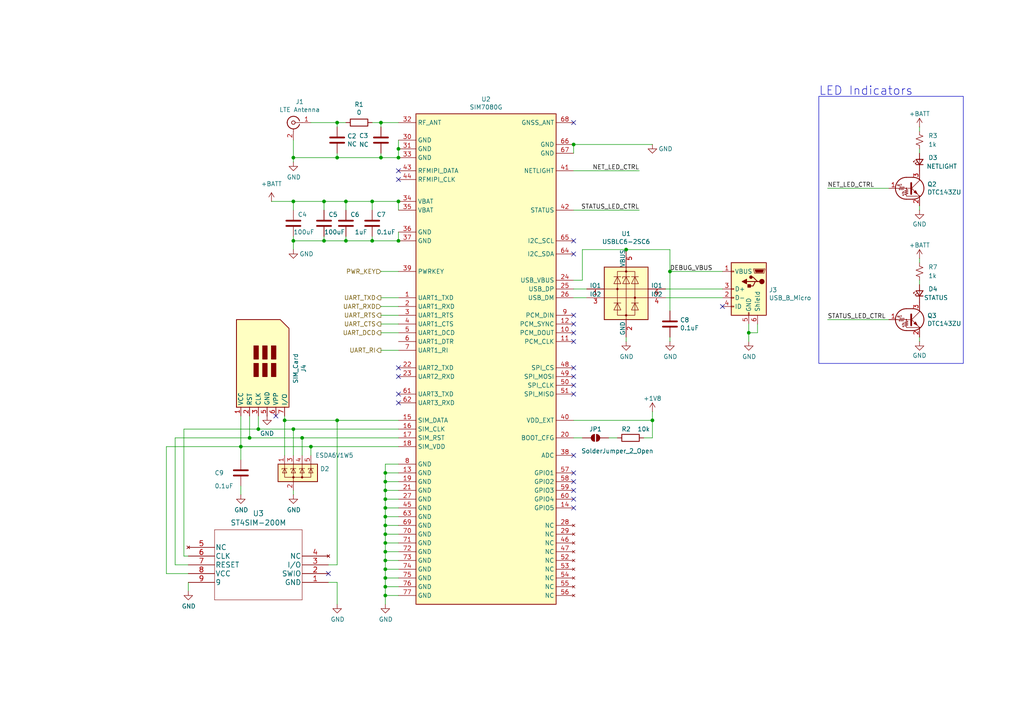
<source format=kicad_sch>
(kicad_sch
	(version 20250114)
	(generator "eeschema")
	(generator_version "9.0")
	(uuid "2653a4bc-5bd0-4ee3-af30-ac4f513b0fbf")
	(paper "A4")
	(title_block
		(title "ACAP_Cellular")
		(date "2026-02-07")
		(rev "v0.0.1")
		(comment 1 "Design By: Daniel Manla")
	)
	(lib_symbols
		(symbol "Connector:Conn_Coaxial"
			(pin_names
				(offset 1.016)
				(hide yes)
			)
			(exclude_from_sim no)
			(in_bom yes)
			(on_board yes)
			(property "Reference" "J"
				(at 0.254 3.048 0)
				(effects
					(font
						(size 1.27 1.27)
					)
				)
			)
			(property "Value" "Conn_Coaxial"
				(at 2.921 0 90)
				(effects
					(font
						(size 1.27 1.27)
					)
				)
			)
			(property "Footprint" ""
				(at 0 0 0)
				(effects
					(font
						(size 1.27 1.27)
					)
					(hide yes)
				)
			)
			(property "Datasheet" "~"
				(at 0 0 0)
				(effects
					(font
						(size 1.27 1.27)
					)
					(hide yes)
				)
			)
			(property "Description" "coaxial connector (BNC, SMA, SMB, SMC, Cinch/RCA, LEMO, ...)"
				(at 0 0 0)
				(effects
					(font
						(size 1.27 1.27)
					)
					(hide yes)
				)
			)
			(property "ki_keywords" "BNC SMA SMB SMC LEMO coaxial connector CINCH RCA MCX MMCX U.FL UMRF"
				(at 0 0 0)
				(effects
					(font
						(size 1.27 1.27)
					)
					(hide yes)
				)
			)
			(property "ki_fp_filters" "*BNC* *SMA* *SMB* *SMC* *Cinch* *LEMO* *UMRF* *MCX* *U.FL*"
				(at 0 0 0)
				(effects
					(font
						(size 1.27 1.27)
					)
					(hide yes)
				)
			)
			(symbol "Conn_Coaxial_0_1"
				(polyline
					(pts
						(xy -2.54 0) (xy -0.508 0)
					)
					(stroke
						(width 0)
						(type default)
					)
					(fill
						(type none)
					)
				)
				(arc
					(start 1.778 0)
					(mid 0.222 -1.8079)
					(end -1.778 -0.508)
					(stroke
						(width 0.254)
						(type default)
					)
					(fill
						(type none)
					)
				)
				(arc
					(start -1.778 0.508)
					(mid 0.2221 1.8084)
					(end 1.778 0)
					(stroke
						(width 0.254)
						(type default)
					)
					(fill
						(type none)
					)
				)
				(circle
					(center 0 0)
					(radius 0.508)
					(stroke
						(width 0.2032)
						(type default)
					)
					(fill
						(type none)
					)
				)
				(polyline
					(pts
						(xy 0 -2.54) (xy 0 -1.778)
					)
					(stroke
						(width 0)
						(type default)
					)
					(fill
						(type none)
					)
				)
			)
			(symbol "Conn_Coaxial_1_1"
				(pin passive line
					(at -5.08 0 0)
					(length 2.54)
					(name "In"
						(effects
							(font
								(size 1.27 1.27)
							)
						)
					)
					(number "1"
						(effects
							(font
								(size 1.27 1.27)
							)
						)
					)
				)
				(pin passive line
					(at 0 -5.08 90)
					(length 2.54)
					(name "Ext"
						(effects
							(font
								(size 1.27 1.27)
							)
						)
					)
					(number "2"
						(effects
							(font
								(size 1.27 1.27)
							)
						)
					)
				)
			)
			(embedded_fonts no)
		)
		(symbol "Connector:SIM_Card"
			(exclude_from_sim no)
			(in_bom yes)
			(on_board yes)
			(property "Reference" "J"
				(at -2.54 12.7 0)
				(effects
					(font
						(size 1.27 1.27)
					)
					(justify right)
				)
			)
			(property "Value" "SIM_Card"
				(at -1.27 10.16 0)
				(effects
					(font
						(size 1.27 1.27)
					)
					(justify right)
				)
			)
			(property "Footprint" ""
				(at 0 8.89 0)
				(effects
					(font
						(size 1.27 1.27)
					)
					(hide yes)
				)
			)
			(property "Datasheet" "~"
				(at -1.27 0 0)
				(effects
					(font
						(size 1.27 1.27)
					)
					(hide yes)
				)
			)
			(property "Description" "SIM Card"
				(at 0 0 0)
				(effects
					(font
						(size 1.27 1.27)
					)
					(hide yes)
				)
			)
			(property "ki_keywords" "SIM card UICC"
				(at 0 0 0)
				(effects
					(font
						(size 1.27 1.27)
					)
					(hide yes)
				)
			)
			(property "ki_fp_filters" "*SIM*Card*Holder*"
				(at 0 0 0)
				(effects
					(font
						(size 1.27 1.27)
					)
					(hide yes)
				)
			)
			(symbol "SIM_Card_0_1"
				(polyline
					(pts
						(xy -10.16 8.89) (xy 15.24 8.89) (xy 15.24 -3.81) (xy 12.7 -6.35) (xy -10.16 -6.35) (xy -10.16 8.89)
					)
					(stroke
						(width 0.254)
						(type default)
					)
					(fill
						(type background)
					)
				)
				(rectangle
					(start -1.27 2.54)
					(end 2.54 3.81)
					(stroke
						(width 0.254)
						(type default)
					)
					(fill
						(type outline)
					)
				)
				(rectangle
					(start -1.27 0)
					(end 2.54 1.27)
					(stroke
						(width 0.254)
						(type default)
					)
					(fill
						(type outline)
					)
				)
				(rectangle
					(start -1.27 -2.54)
					(end 2.54 -1.27)
					(stroke
						(width 0.254)
						(type default)
					)
					(fill
						(type outline)
					)
				)
				(rectangle
					(start 3.81 2.54)
					(end 7.62 3.81)
					(stroke
						(width 0.254)
						(type default)
					)
					(fill
						(type outline)
					)
				)
				(rectangle
					(start 3.81 0)
					(end 7.62 1.27)
					(stroke
						(width 0.254)
						(type default)
					)
					(fill
						(type outline)
					)
				)
				(rectangle
					(start 3.81 -1.27)
					(end 7.62 -2.54)
					(stroke
						(width 0.254)
						(type default)
					)
					(fill
						(type outline)
					)
				)
			)
			(symbol "SIM_Card_1_1"
				(pin power_in line
					(at -12.7 7.62 0)
					(length 2.54)
					(name "VCC"
						(effects
							(font
								(size 1.27 1.27)
							)
						)
					)
					(number "1"
						(effects
							(font
								(size 1.27 1.27)
							)
						)
					)
				)
				(pin input line
					(at -12.7 5.08 0)
					(length 2.54)
					(name "RST"
						(effects
							(font
								(size 1.27 1.27)
							)
						)
					)
					(number "2"
						(effects
							(font
								(size 1.27 1.27)
							)
						)
					)
				)
				(pin input line
					(at -12.7 2.54 0)
					(length 2.54)
					(name "CLK"
						(effects
							(font
								(size 1.27 1.27)
							)
						)
					)
					(number "3"
						(effects
							(font
								(size 1.27 1.27)
							)
						)
					)
				)
				(pin power_in line
					(at -12.7 0 0)
					(length 2.54)
					(name "GND"
						(effects
							(font
								(size 1.27 1.27)
							)
						)
					)
					(number "5"
						(effects
							(font
								(size 1.27 1.27)
							)
						)
					)
				)
				(pin input line
					(at -12.7 -2.54 0)
					(length 2.54)
					(name "VPP"
						(effects
							(font
								(size 1.27 1.27)
							)
						)
					)
					(number "6"
						(effects
							(font
								(size 1.27 1.27)
							)
						)
					)
				)
				(pin bidirectional line
					(at -12.7 -5.08 0)
					(length 2.54)
					(name "I/O"
						(effects
							(font
								(size 1.27 1.27)
							)
						)
					)
					(number "7"
						(effects
							(font
								(size 1.27 1.27)
							)
						)
					)
				)
			)
			(embedded_fonts no)
		)
		(symbol "Connector:USB_B_Micro"
			(pin_names
				(offset 1.016)
			)
			(exclude_from_sim no)
			(in_bom yes)
			(on_board yes)
			(property "Reference" "J"
				(at -5.08 11.43 0)
				(effects
					(font
						(size 1.27 1.27)
					)
					(justify left)
				)
			)
			(property "Value" "USB_B_Micro"
				(at -5.08 8.89 0)
				(effects
					(font
						(size 1.27 1.27)
					)
					(justify left)
				)
			)
			(property "Footprint" ""
				(at 3.81 -1.27 0)
				(effects
					(font
						(size 1.27 1.27)
					)
					(hide yes)
				)
			)
			(property "Datasheet" "~"
				(at 3.81 -1.27 0)
				(effects
					(font
						(size 1.27 1.27)
					)
					(hide yes)
				)
			)
			(property "Description" "USB Micro Type B connector"
				(at 0 0 0)
				(effects
					(font
						(size 1.27 1.27)
					)
					(hide yes)
				)
			)
			(property "ki_keywords" "connector USB micro"
				(at 0 0 0)
				(effects
					(font
						(size 1.27 1.27)
					)
					(hide yes)
				)
			)
			(property "ki_fp_filters" "USB*Micro*B*"
				(at 0 0 0)
				(effects
					(font
						(size 1.27 1.27)
					)
					(hide yes)
				)
			)
			(symbol "USB_B_Micro_0_1"
				(rectangle
					(start -5.08 -7.62)
					(end 5.08 7.62)
					(stroke
						(width 0.254)
						(type default)
					)
					(fill
						(type background)
					)
				)
				(polyline
					(pts
						(xy -4.699 5.842) (xy -4.699 5.588) (xy -4.445 4.826) (xy -4.445 4.572) (xy -1.651 4.572) (xy -1.651 4.826)
						(xy -1.397 5.588) (xy -1.397 5.842) (xy -4.699 5.842)
					)
					(stroke
						(width 0)
						(type default)
					)
					(fill
						(type none)
					)
				)
				(polyline
					(pts
						(xy -4.318 5.588) (xy -1.778 5.588) (xy -2.032 4.826) (xy -4.064 4.826) (xy -4.318 5.588)
					)
					(stroke
						(width 0)
						(type default)
					)
					(fill
						(type outline)
					)
				)
				(circle
					(center -3.81 2.159)
					(radius 0.635)
					(stroke
						(width 0.254)
						(type default)
					)
					(fill
						(type outline)
					)
				)
				(polyline
					(pts
						(xy -3.175 2.159) (xy -2.54 2.159) (xy -1.27 3.429) (xy -0.635 3.429)
					)
					(stroke
						(width 0.254)
						(type default)
					)
					(fill
						(type none)
					)
				)
				(polyline
					(pts
						(xy -2.54 2.159) (xy -1.905 2.159) (xy -1.27 0.889) (xy 0 0.889)
					)
					(stroke
						(width 0.254)
						(type default)
					)
					(fill
						(type none)
					)
				)
				(polyline
					(pts
						(xy -1.905 2.159) (xy 0.635 2.159)
					)
					(stroke
						(width 0.254)
						(type default)
					)
					(fill
						(type none)
					)
				)
				(circle
					(center -0.635 3.429)
					(radius 0.381)
					(stroke
						(width 0.254)
						(type default)
					)
					(fill
						(type outline)
					)
				)
				(rectangle
					(start -0.127 -7.62)
					(end 0.127 -6.858)
					(stroke
						(width 0)
						(type default)
					)
					(fill
						(type none)
					)
				)
				(rectangle
					(start 0.254 1.27)
					(end -0.508 0.508)
					(stroke
						(width 0.254)
						(type default)
					)
					(fill
						(type outline)
					)
				)
				(polyline
					(pts
						(xy 0.635 2.794) (xy 0.635 1.524) (xy 1.905 2.159) (xy 0.635 2.794)
					)
					(stroke
						(width 0.254)
						(type default)
					)
					(fill
						(type outline)
					)
				)
				(rectangle
					(start 5.08 4.953)
					(end 4.318 5.207)
					(stroke
						(width 0)
						(type default)
					)
					(fill
						(type none)
					)
				)
				(rectangle
					(start 5.08 -0.127)
					(end 4.318 0.127)
					(stroke
						(width 0)
						(type default)
					)
					(fill
						(type none)
					)
				)
				(rectangle
					(start 5.08 -2.667)
					(end 4.318 -2.413)
					(stroke
						(width 0)
						(type default)
					)
					(fill
						(type none)
					)
				)
				(rectangle
					(start 5.08 -5.207)
					(end 4.318 -4.953)
					(stroke
						(width 0)
						(type default)
					)
					(fill
						(type none)
					)
				)
			)
			(symbol "USB_B_Micro_1_1"
				(pin passive line
					(at -2.54 -10.16 90)
					(length 2.54)
					(name "Shield"
						(effects
							(font
								(size 1.27 1.27)
							)
						)
					)
					(number "6"
						(effects
							(font
								(size 1.27 1.27)
							)
						)
					)
				)
				(pin power_out line
					(at 0 -10.16 90)
					(length 2.54)
					(name "GND"
						(effects
							(font
								(size 1.27 1.27)
							)
						)
					)
					(number "5"
						(effects
							(font
								(size 1.27 1.27)
							)
						)
					)
				)
				(pin power_out line
					(at 7.62 5.08 180)
					(length 2.54)
					(name "VBUS"
						(effects
							(font
								(size 1.27 1.27)
							)
						)
					)
					(number "1"
						(effects
							(font
								(size 1.27 1.27)
							)
						)
					)
				)
				(pin bidirectional line
					(at 7.62 0 180)
					(length 2.54)
					(name "D+"
						(effects
							(font
								(size 1.27 1.27)
							)
						)
					)
					(number "3"
						(effects
							(font
								(size 1.27 1.27)
							)
						)
					)
				)
				(pin bidirectional line
					(at 7.62 -2.54 180)
					(length 2.54)
					(name "D-"
						(effects
							(font
								(size 1.27 1.27)
							)
						)
					)
					(number "2"
						(effects
							(font
								(size 1.27 1.27)
							)
						)
					)
				)
				(pin passive line
					(at 7.62 -5.08 180)
					(length 2.54)
					(name "ID"
						(effects
							(font
								(size 1.27 1.27)
							)
						)
					)
					(number "4"
						(effects
							(font
								(size 1.27 1.27)
							)
						)
					)
				)
			)
			(embedded_fonts no)
		)
		(symbol "Device:C"
			(pin_numbers
				(hide yes)
			)
			(pin_names
				(offset 0.254)
			)
			(exclude_from_sim no)
			(in_bom yes)
			(on_board yes)
			(property "Reference" "C"
				(at 0.635 2.54 0)
				(effects
					(font
						(size 1.27 1.27)
					)
					(justify left)
				)
			)
			(property "Value" "C"
				(at 0.635 -2.54 0)
				(effects
					(font
						(size 1.27 1.27)
					)
					(justify left)
				)
			)
			(property "Footprint" ""
				(at 0.9652 -3.81 0)
				(effects
					(font
						(size 1.27 1.27)
					)
					(hide yes)
				)
			)
			(property "Datasheet" "~"
				(at 0 0 0)
				(effects
					(font
						(size 1.27 1.27)
					)
					(hide yes)
				)
			)
			(property "Description" "Unpolarized capacitor"
				(at 0 0 0)
				(effects
					(font
						(size 1.27 1.27)
					)
					(hide yes)
				)
			)
			(property "ki_keywords" "cap capacitor"
				(at 0 0 0)
				(effects
					(font
						(size 1.27 1.27)
					)
					(hide yes)
				)
			)
			(property "ki_fp_filters" "C_*"
				(at 0 0 0)
				(effects
					(font
						(size 1.27 1.27)
					)
					(hide yes)
				)
			)
			(symbol "C_0_1"
				(polyline
					(pts
						(xy -2.032 0.762) (xy 2.032 0.762)
					)
					(stroke
						(width 0.508)
						(type default)
					)
					(fill
						(type none)
					)
				)
				(polyline
					(pts
						(xy -2.032 -0.762) (xy 2.032 -0.762)
					)
					(stroke
						(width 0.508)
						(type default)
					)
					(fill
						(type none)
					)
				)
			)
			(symbol "C_1_1"
				(pin passive line
					(at 0 3.81 270)
					(length 2.794)
					(name "~"
						(effects
							(font
								(size 1.27 1.27)
							)
						)
					)
					(number "1"
						(effects
							(font
								(size 1.27 1.27)
							)
						)
					)
				)
				(pin passive line
					(at 0 -3.81 90)
					(length 2.794)
					(name "~"
						(effects
							(font
								(size 1.27 1.27)
							)
						)
					)
					(number "2"
						(effects
							(font
								(size 1.27 1.27)
							)
						)
					)
				)
			)
			(embedded_fonts no)
		)
		(symbol "Device:LED_Small"
			(pin_numbers
				(hide yes)
			)
			(pin_names
				(offset 0.254)
				(hide yes)
			)
			(exclude_from_sim no)
			(in_bom yes)
			(on_board yes)
			(property "Reference" "D"
				(at -1.27 3.175 0)
				(effects
					(font
						(size 1.27 1.27)
					)
					(justify left)
				)
			)
			(property "Value" "LED_Small"
				(at -4.445 -2.54 0)
				(effects
					(font
						(size 1.27 1.27)
					)
					(justify left)
				)
			)
			(property "Footprint" ""
				(at 0 0 90)
				(effects
					(font
						(size 1.27 1.27)
					)
					(hide yes)
				)
			)
			(property "Datasheet" "~"
				(at 0 0 90)
				(effects
					(font
						(size 1.27 1.27)
					)
					(hide yes)
				)
			)
			(property "Description" "Light emitting diode, small symbol"
				(at 0 0 0)
				(effects
					(font
						(size 1.27 1.27)
					)
					(hide yes)
				)
			)
			(property "Sim.Pin" "1=K 2=A"
				(at 0 0 0)
				(effects
					(font
						(size 1.27 1.27)
					)
					(hide yes)
				)
			)
			(property "ki_keywords" "LED diode light-emitting-diode"
				(at 0 0 0)
				(effects
					(font
						(size 1.27 1.27)
					)
					(hide yes)
				)
			)
			(property "ki_fp_filters" "LED* LED_SMD:* LED_THT:*"
				(at 0 0 0)
				(effects
					(font
						(size 1.27 1.27)
					)
					(hide yes)
				)
			)
			(symbol "LED_Small_0_1"
				(polyline
					(pts
						(xy -0.762 -1.016) (xy -0.762 1.016)
					)
					(stroke
						(width 0.254)
						(type default)
					)
					(fill
						(type none)
					)
				)
				(polyline
					(pts
						(xy 0 0.762) (xy -0.508 1.27) (xy -0.254 1.27) (xy -0.508 1.27) (xy -0.508 1.016)
					)
					(stroke
						(width 0)
						(type default)
					)
					(fill
						(type none)
					)
				)
				(polyline
					(pts
						(xy 0.508 1.27) (xy 0 1.778) (xy 0.254 1.778) (xy 0 1.778) (xy 0 1.524)
					)
					(stroke
						(width 0)
						(type default)
					)
					(fill
						(type none)
					)
				)
				(polyline
					(pts
						(xy 0.762 -1.016) (xy -0.762 0) (xy 0.762 1.016) (xy 0.762 -1.016)
					)
					(stroke
						(width 0.254)
						(type default)
					)
					(fill
						(type none)
					)
				)
				(polyline
					(pts
						(xy 1.016 0) (xy -0.762 0)
					)
					(stroke
						(width 0)
						(type default)
					)
					(fill
						(type none)
					)
				)
			)
			(symbol "LED_Small_1_1"
				(pin passive line
					(at -2.54 0 0)
					(length 1.778)
					(name "K"
						(effects
							(font
								(size 1.27 1.27)
							)
						)
					)
					(number "1"
						(effects
							(font
								(size 1.27 1.27)
							)
						)
					)
				)
				(pin passive line
					(at 2.54 0 180)
					(length 1.778)
					(name "A"
						(effects
							(font
								(size 1.27 1.27)
							)
						)
					)
					(number "2"
						(effects
							(font
								(size 1.27 1.27)
							)
						)
					)
				)
			)
			(embedded_fonts no)
		)
		(symbol "Device:R"
			(pin_numbers
				(hide yes)
			)
			(pin_names
				(offset 0)
			)
			(exclude_from_sim no)
			(in_bom yes)
			(on_board yes)
			(property "Reference" "R"
				(at 2.032 0 90)
				(effects
					(font
						(size 1.27 1.27)
					)
				)
			)
			(property "Value" "R"
				(at 0 0 90)
				(effects
					(font
						(size 1.27 1.27)
					)
				)
			)
			(property "Footprint" ""
				(at -1.778 0 90)
				(effects
					(font
						(size 1.27 1.27)
					)
					(hide yes)
				)
			)
			(property "Datasheet" "~"
				(at 0 0 0)
				(effects
					(font
						(size 1.27 1.27)
					)
					(hide yes)
				)
			)
			(property "Description" "Resistor"
				(at 0 0 0)
				(effects
					(font
						(size 1.27 1.27)
					)
					(hide yes)
				)
			)
			(property "ki_keywords" "R res resistor"
				(at 0 0 0)
				(effects
					(font
						(size 1.27 1.27)
					)
					(hide yes)
				)
			)
			(property "ki_fp_filters" "R_*"
				(at 0 0 0)
				(effects
					(font
						(size 1.27 1.27)
					)
					(hide yes)
				)
			)
			(symbol "R_0_1"
				(rectangle
					(start -1.016 -2.54)
					(end 1.016 2.54)
					(stroke
						(width 0.254)
						(type default)
					)
					(fill
						(type none)
					)
				)
			)
			(symbol "R_1_1"
				(pin passive line
					(at 0 3.81 270)
					(length 1.27)
					(name "~"
						(effects
							(font
								(size 1.27 1.27)
							)
						)
					)
					(number "1"
						(effects
							(font
								(size 1.27 1.27)
							)
						)
					)
				)
				(pin passive line
					(at 0 -3.81 90)
					(length 1.27)
					(name "~"
						(effects
							(font
								(size 1.27 1.27)
							)
						)
					)
					(number "2"
						(effects
							(font
								(size 1.27 1.27)
							)
						)
					)
				)
			)
			(embedded_fonts no)
		)
		(symbol "Device:R_Small_US"
			(pin_numbers
				(hide yes)
			)
			(pin_names
				(offset 0.254)
				(hide yes)
			)
			(exclude_from_sim no)
			(in_bom yes)
			(on_board yes)
			(property "Reference" "R"
				(at 0.762 0.508 0)
				(effects
					(font
						(size 1.27 1.27)
					)
					(justify left)
				)
			)
			(property "Value" "R_Small_US"
				(at 0.762 -1.016 0)
				(effects
					(font
						(size 1.27 1.27)
					)
					(justify left)
				)
			)
			(property "Footprint" ""
				(at 0 0 0)
				(effects
					(font
						(size 1.27 1.27)
					)
					(hide yes)
				)
			)
			(property "Datasheet" "~"
				(at 0 0 0)
				(effects
					(font
						(size 1.27 1.27)
					)
					(hide yes)
				)
			)
			(property "Description" "Resistor, small US symbol"
				(at 0 0 0)
				(effects
					(font
						(size 1.27 1.27)
					)
					(hide yes)
				)
			)
			(property "ki_keywords" "r resistor"
				(at 0 0 0)
				(effects
					(font
						(size 1.27 1.27)
					)
					(hide yes)
				)
			)
			(property "ki_fp_filters" "R_*"
				(at 0 0 0)
				(effects
					(font
						(size 1.27 1.27)
					)
					(hide yes)
				)
			)
			(symbol "R_Small_US_1_1"
				(polyline
					(pts
						(xy 0 1.524) (xy 1.016 1.143) (xy 0 0.762) (xy -1.016 0.381) (xy 0 0)
					)
					(stroke
						(width 0)
						(type default)
					)
					(fill
						(type none)
					)
				)
				(polyline
					(pts
						(xy 0 0) (xy 1.016 -0.381) (xy 0 -0.762) (xy -1.016 -1.143) (xy 0 -1.524)
					)
					(stroke
						(width 0)
						(type default)
					)
					(fill
						(type none)
					)
				)
				(pin passive line
					(at 0 2.54 270)
					(length 1.016)
					(name "~"
						(effects
							(font
								(size 1.27 1.27)
							)
						)
					)
					(number "1"
						(effects
							(font
								(size 1.27 1.27)
							)
						)
					)
				)
				(pin passive line
					(at 0 -2.54 90)
					(length 1.016)
					(name "~"
						(effects
							(font
								(size 1.27 1.27)
							)
						)
					)
					(number "2"
						(effects
							(font
								(size 1.27 1.27)
							)
						)
					)
				)
			)
			(embedded_fonts no)
		)
		(symbol "Jumper:SolderJumper_2_Open"
			(pin_numbers
				(hide yes)
			)
			(pin_names
				(offset 0)
				(hide yes)
			)
			(exclude_from_sim no)
			(in_bom no)
			(on_board yes)
			(property "Reference" "JP"
				(at 0 2.032 0)
				(effects
					(font
						(size 1.27 1.27)
					)
				)
			)
			(property "Value" "SolderJumper_2_Open"
				(at 0 -2.54 0)
				(effects
					(font
						(size 1.27 1.27)
					)
				)
			)
			(property "Footprint" ""
				(at 0 0 0)
				(effects
					(font
						(size 1.27 1.27)
					)
					(hide yes)
				)
			)
			(property "Datasheet" "~"
				(at 0 0 0)
				(effects
					(font
						(size 1.27 1.27)
					)
					(hide yes)
				)
			)
			(property "Description" "Solder Jumper, 2-pole, open"
				(at 0 0 0)
				(effects
					(font
						(size 1.27 1.27)
					)
					(hide yes)
				)
			)
			(property "ki_keywords" "solder jumper SPST"
				(at 0 0 0)
				(effects
					(font
						(size 1.27 1.27)
					)
					(hide yes)
				)
			)
			(property "ki_fp_filters" "SolderJumper*Open*"
				(at 0 0 0)
				(effects
					(font
						(size 1.27 1.27)
					)
					(hide yes)
				)
			)
			(symbol "SolderJumper_2_Open_0_1"
				(polyline
					(pts
						(xy -0.254 1.016) (xy -0.254 -1.016)
					)
					(stroke
						(width 0)
						(type default)
					)
					(fill
						(type none)
					)
				)
				(arc
					(start -0.254 -1.016)
					(mid -1.2656 0)
					(end -0.254 1.016)
					(stroke
						(width 0)
						(type default)
					)
					(fill
						(type none)
					)
				)
				(arc
					(start -0.254 -1.016)
					(mid -1.2656 0)
					(end -0.254 1.016)
					(stroke
						(width 0)
						(type default)
					)
					(fill
						(type outline)
					)
				)
				(arc
					(start 0.254 1.016)
					(mid 1.2656 0)
					(end 0.254 -1.016)
					(stroke
						(width 0)
						(type default)
					)
					(fill
						(type none)
					)
				)
				(arc
					(start 0.254 1.016)
					(mid 1.2656 0)
					(end 0.254 -1.016)
					(stroke
						(width 0)
						(type default)
					)
					(fill
						(type outline)
					)
				)
				(polyline
					(pts
						(xy 0.254 1.016) (xy 0.254 -1.016)
					)
					(stroke
						(width 0)
						(type default)
					)
					(fill
						(type none)
					)
				)
			)
			(symbol "SolderJumper_2_Open_1_1"
				(pin passive line
					(at -3.81 0 0)
					(length 2.54)
					(name "A"
						(effects
							(font
								(size 1.27 1.27)
							)
						)
					)
					(number "1"
						(effects
							(font
								(size 1.27 1.27)
							)
						)
					)
				)
				(pin passive line
					(at 3.81 0 180)
					(length 2.54)
					(name "B"
						(effects
							(font
								(size 1.27 1.27)
							)
						)
					)
					(number "2"
						(effects
							(font
								(size 1.27 1.27)
							)
						)
					)
				)
			)
			(embedded_fonts no)
		)
		(symbol "SimCom:SIM7080G"
			(exclude_from_sim no)
			(in_bom yes)
			(on_board yes)
			(property "Reference" "U"
				(at -17.78 78.74 0)
				(effects
					(font
						(size 1.27 1.27)
					)
					(justify left)
				)
			)
			(property "Value" "SimCom_SIM7080G"
				(at -5.08 -1.27 0)
				(effects
					(font
						(size 1.27 1.27)
					)
					(justify left)
				)
			)
			(property "Footprint" "SimCom:SIM7080G"
				(at -20.32 -66.04 0)
				(effects
					(font
						(size 1.27 1.27)
					)
					(justify right)
					(hide yes)
				)
			)
			(property "Datasheet" ""
				(at 0 0 0)
				(effects
					(font
						(size 1.27 1.27)
					)
					(hide yes)
				)
			)
			(property "Description" ""
				(at 0 0 0)
				(effects
					(font
						(size 1.27 1.27)
					)
					(hide yes)
				)
			)
			(symbol "SIM7080G_0_1"
				(rectangle
					(start -20.32 -66.04)
					(end 20.32 76.2)
					(stroke
						(width 0.254)
						(type solid)
					)
					(fill
						(type background)
					)
				)
			)
			(symbol "SIM7080G_1_1"
				(pin output line
					(at -25.4 73.66 0)
					(length 5.08)
					(name "RF_ANT"
						(effects
							(font
								(size 1.27 1.27)
							)
						)
					)
					(number "32"
						(effects
							(font
								(size 1.27 1.27)
							)
						)
					)
				)
				(pin power_in line
					(at -25.4 68.58 0)
					(length 5.08)
					(name "GND"
						(effects
							(font
								(size 1.27 1.27)
							)
						)
					)
					(number "30"
						(effects
							(font
								(size 1.27 1.27)
							)
						)
					)
				)
				(pin power_in line
					(at -25.4 66.04 0)
					(length 5.08)
					(name "GND"
						(effects
							(font
								(size 1.27 1.27)
							)
						)
					)
					(number "31"
						(effects
							(font
								(size 1.27 1.27)
							)
						)
					)
				)
				(pin power_in line
					(at -25.4 63.5 0)
					(length 5.08)
					(name "GND"
						(effects
							(font
								(size 1.27 1.27)
							)
						)
					)
					(number "33"
						(effects
							(font
								(size 1.27 1.27)
							)
						)
					)
				)
				(pin bidirectional line
					(at -25.4 59.69 0)
					(length 5.08)
					(name "RFMIPI_DATA"
						(effects
							(font
								(size 1.27 1.27)
							)
						)
					)
					(number "43"
						(effects
							(font
								(size 1.27 1.27)
							)
						)
					)
				)
				(pin bidirectional line
					(at -25.4 57.15 0)
					(length 5.08)
					(name "RFMIPI_CLK"
						(effects
							(font
								(size 1.27 1.27)
							)
						)
					)
					(number "44"
						(effects
							(font
								(size 1.27 1.27)
							)
						)
					)
				)
				(pin power_in line
					(at -25.4 50.8 0)
					(length 5.08)
					(name "VBAT"
						(effects
							(font
								(size 1.27 1.27)
							)
						)
					)
					(number "34"
						(effects
							(font
								(size 1.27 1.27)
							)
						)
					)
				)
				(pin power_in line
					(at -25.4 48.26 0)
					(length 5.08)
					(name "VBAT"
						(effects
							(font
								(size 1.27 1.27)
							)
						)
					)
					(number "35"
						(effects
							(font
								(size 1.27 1.27)
							)
						)
					)
				)
				(pin power_in line
					(at -25.4 41.91 0)
					(length 5.08)
					(name "GND"
						(effects
							(font
								(size 1.27 1.27)
							)
						)
					)
					(number "36"
						(effects
							(font
								(size 1.27 1.27)
							)
						)
					)
				)
				(pin power_in line
					(at -25.4 39.37 0)
					(length 5.08)
					(name "GND"
						(effects
							(font
								(size 1.27 1.27)
							)
						)
					)
					(number "37"
						(effects
							(font
								(size 1.27 1.27)
							)
						)
					)
				)
				(pin input line
					(at -25.4 30.48 0)
					(length 5.08)
					(name "PWRKEY"
						(effects
							(font
								(size 1.27 1.27)
							)
						)
					)
					(number "39"
						(effects
							(font
								(size 1.27 1.27)
							)
						)
					)
				)
				(pin bidirectional line
					(at -25.4 22.86 0)
					(length 5.08)
					(name "UART1_TXD"
						(effects
							(font
								(size 1.27 1.27)
							)
						)
					)
					(number "1"
						(effects
							(font
								(size 1.27 1.27)
							)
						)
					)
				)
				(pin bidirectional line
					(at -25.4 20.32 0)
					(length 5.08)
					(name "UART1_RXD"
						(effects
							(font
								(size 1.27 1.27)
							)
						)
					)
					(number "2"
						(effects
							(font
								(size 1.27 1.27)
							)
						)
					)
				)
				(pin output line
					(at -25.4 17.78 0)
					(length 5.08)
					(name "UART1_RTS"
						(effects
							(font
								(size 1.27 1.27)
							)
						)
					)
					(number "3"
						(effects
							(font
								(size 1.27 1.27)
							)
						)
					)
				)
				(pin input line
					(at -25.4 15.24 0)
					(length 5.08)
					(name "UART1_CTS"
						(effects
							(font
								(size 1.27 1.27)
							)
						)
					)
					(number "4"
						(effects
							(font
								(size 1.27 1.27)
							)
						)
					)
				)
				(pin input line
					(at -25.4 12.7 0)
					(length 5.08)
					(name "UART1_DCD"
						(effects
							(font
								(size 1.27 1.27)
							)
						)
					)
					(number "5"
						(effects
							(font
								(size 1.27 1.27)
							)
						)
					)
				)
				(pin output line
					(at -25.4 10.16 0)
					(length 5.08)
					(name "UART1_DTR"
						(effects
							(font
								(size 1.27 1.27)
							)
						)
					)
					(number "6"
						(effects
							(font
								(size 1.27 1.27)
							)
						)
					)
				)
				(pin output line
					(at -25.4 7.62 0)
					(length 5.08)
					(name "UART1_RI"
						(effects
							(font
								(size 1.27 1.27)
							)
						)
					)
					(number "7"
						(effects
							(font
								(size 1.27 1.27)
							)
						)
					)
				)
				(pin bidirectional line
					(at -25.4 2.54 0)
					(length 5.08)
					(name "UART2_TXD"
						(effects
							(font
								(size 1.27 1.27)
							)
						)
					)
					(number "22"
						(effects
							(font
								(size 1.27 1.27)
							)
						)
					)
				)
				(pin bidirectional line
					(at -25.4 0 0)
					(length 5.08)
					(name "UART2_RXD"
						(effects
							(font
								(size 1.27 1.27)
							)
						)
					)
					(number "23"
						(effects
							(font
								(size 1.27 1.27)
							)
						)
					)
				)
				(pin bidirectional line
					(at -25.4 -5.08 0)
					(length 5.08)
					(name "UART3_TXD"
						(effects
							(font
								(size 1.27 1.27)
							)
						)
					)
					(number "61"
						(effects
							(font
								(size 1.27 1.27)
							)
						)
					)
				)
				(pin bidirectional line
					(at -25.4 -7.62 0)
					(length 5.08)
					(name "UART3_RXD"
						(effects
							(font
								(size 1.27 1.27)
							)
						)
					)
					(number "62"
						(effects
							(font
								(size 1.27 1.27)
							)
						)
					)
				)
				(pin bidirectional line
					(at -25.4 -12.7 0)
					(length 5.08)
					(name "SIM_DATA"
						(effects
							(font
								(size 1.27 1.27)
							)
						)
					)
					(number "15"
						(effects
							(font
								(size 1.27 1.27)
							)
						)
					)
				)
				(pin bidirectional line
					(at -25.4 -15.24 0)
					(length 5.08)
					(name "SIM_CLK"
						(effects
							(font
								(size 1.27 1.27)
							)
						)
					)
					(number "16"
						(effects
							(font
								(size 1.27 1.27)
							)
						)
					)
				)
				(pin bidirectional line
					(at -25.4 -17.78 0)
					(length 5.08)
					(name "SIM_RST"
						(effects
							(font
								(size 1.27 1.27)
							)
						)
					)
					(number "17"
						(effects
							(font
								(size 1.27 1.27)
							)
						)
					)
				)
				(pin power_out line
					(at -25.4 -20.32 0)
					(length 5.08)
					(name "SIM_VDD"
						(effects
							(font
								(size 1.27 1.27)
							)
						)
					)
					(number "18"
						(effects
							(font
								(size 1.27 1.27)
							)
						)
					)
				)
				(pin power_in line
					(at -25.4 -25.4 0)
					(length 5.08)
					(name "GND"
						(effects
							(font
								(size 1.27 1.27)
							)
						)
					)
					(number "8"
						(effects
							(font
								(size 1.27 1.27)
							)
						)
					)
				)
				(pin power_in line
					(at -25.4 -27.94 0)
					(length 5.08)
					(name "GND"
						(effects
							(font
								(size 1.27 1.27)
							)
						)
					)
					(number "13"
						(effects
							(font
								(size 1.27 1.27)
							)
						)
					)
				)
				(pin power_in line
					(at -25.4 -30.48 0)
					(length 5.08)
					(name "GND"
						(effects
							(font
								(size 1.27 1.27)
							)
						)
					)
					(number "19"
						(effects
							(font
								(size 1.27 1.27)
							)
						)
					)
				)
				(pin power_in line
					(at -25.4 -33.02 0)
					(length 5.08)
					(name "GND"
						(effects
							(font
								(size 1.27 1.27)
							)
						)
					)
					(number "21"
						(effects
							(font
								(size 1.27 1.27)
							)
						)
					)
				)
				(pin power_in line
					(at -25.4 -35.56 0)
					(length 5.08)
					(name "GND"
						(effects
							(font
								(size 1.27 1.27)
							)
						)
					)
					(number "27"
						(effects
							(font
								(size 1.27 1.27)
							)
						)
					)
				)
				(pin power_in line
					(at -25.4 -38.1 0)
					(length 5.08)
					(name "GND"
						(effects
							(font
								(size 1.27 1.27)
							)
						)
					)
					(number "45"
						(effects
							(font
								(size 1.27 1.27)
							)
						)
					)
				)
				(pin power_in line
					(at -25.4 -40.64 0)
					(length 5.08)
					(name "GND"
						(effects
							(font
								(size 1.27 1.27)
							)
						)
					)
					(number "63"
						(effects
							(font
								(size 1.27 1.27)
							)
						)
					)
				)
				(pin power_in line
					(at -25.4 -43.18 0)
					(length 5.08)
					(name "GND"
						(effects
							(font
								(size 1.27 1.27)
							)
						)
					)
					(number "69"
						(effects
							(font
								(size 1.27 1.27)
							)
						)
					)
				)
				(pin power_in line
					(at -25.4 -45.72 0)
					(length 5.08)
					(name "GND"
						(effects
							(font
								(size 1.27 1.27)
							)
						)
					)
					(number "70"
						(effects
							(font
								(size 1.27 1.27)
							)
						)
					)
				)
				(pin power_in line
					(at -25.4 -48.26 0)
					(length 5.08)
					(name "GND"
						(effects
							(font
								(size 1.27 1.27)
							)
						)
					)
					(number "71"
						(effects
							(font
								(size 1.27 1.27)
							)
						)
					)
				)
				(pin power_in line
					(at -25.4 -50.8 0)
					(length 5.08)
					(name "GND"
						(effects
							(font
								(size 1.27 1.27)
							)
						)
					)
					(number "72"
						(effects
							(font
								(size 1.27 1.27)
							)
						)
					)
				)
				(pin power_in line
					(at -25.4 -53.34 0)
					(length 5.08)
					(name "GND"
						(effects
							(font
								(size 1.27 1.27)
							)
						)
					)
					(number "73"
						(effects
							(font
								(size 1.27 1.27)
							)
						)
					)
				)
				(pin power_in line
					(at -25.4 -55.88 0)
					(length 5.08)
					(name "GND"
						(effects
							(font
								(size 1.27 1.27)
							)
						)
					)
					(number "74"
						(effects
							(font
								(size 1.27 1.27)
							)
						)
					)
				)
				(pin power_in line
					(at -25.4 -58.42 0)
					(length 5.08)
					(name "GND"
						(effects
							(font
								(size 1.27 1.27)
							)
						)
					)
					(number "75"
						(effects
							(font
								(size 1.27 1.27)
							)
						)
					)
				)
				(pin power_in line
					(at -25.4 -60.96 0)
					(length 5.08)
					(name "GND"
						(effects
							(font
								(size 1.27 1.27)
							)
						)
					)
					(number "76"
						(effects
							(font
								(size 1.27 1.27)
							)
						)
					)
				)
				(pin power_in line
					(at -25.4 -63.5 0)
					(length 5.08)
					(name "GND"
						(effects
							(font
								(size 1.27 1.27)
							)
						)
					)
					(number "77"
						(effects
							(font
								(size 1.27 1.27)
							)
						)
					)
				)
				(pin output line
					(at 25.4 73.66 180)
					(length 5.08)
					(name "GNSS_ANT"
						(effects
							(font
								(size 1.27 1.27)
							)
						)
					)
					(number "68"
						(effects
							(font
								(size 1.27 1.27)
							)
						)
					)
				)
				(pin power_in line
					(at 25.4 67.31 180)
					(length 5.08)
					(name "GND"
						(effects
							(font
								(size 1.27 1.27)
							)
						)
					)
					(number "66"
						(effects
							(font
								(size 1.27 1.27)
							)
						)
					)
				)
				(pin power_in line
					(at 25.4 64.77 180)
					(length 5.08)
					(name "GND"
						(effects
							(font
								(size 1.27 1.27)
							)
						)
					)
					(number "67"
						(effects
							(font
								(size 1.27 1.27)
							)
						)
					)
				)
				(pin output line
					(at 25.4 59.69 180)
					(length 5.08)
					(name "NETLIGHT"
						(effects
							(font
								(size 1.27 1.27)
							)
						)
					)
					(number "41"
						(effects
							(font
								(size 1.27 1.27)
							)
						)
					)
				)
				(pin output line
					(at 25.4 48.26 180)
					(length 5.08)
					(name "STATUS"
						(effects
							(font
								(size 1.27 1.27)
							)
						)
					)
					(number "42"
						(effects
							(font
								(size 1.27 1.27)
							)
						)
					)
				)
				(pin bidirectional line
					(at 25.4 39.37 180)
					(length 5.08)
					(name "I2C_SCL"
						(effects
							(font
								(size 1.27 1.27)
							)
						)
					)
					(number "65"
						(effects
							(font
								(size 1.27 1.27)
							)
						)
					)
				)
				(pin bidirectional line
					(at 25.4 35.56 180)
					(length 5.08)
					(name "I2C_SDA"
						(effects
							(font
								(size 1.27 1.27)
							)
						)
					)
					(number "64"
						(effects
							(font
								(size 1.27 1.27)
							)
						)
					)
				)
				(pin power_in line
					(at 25.4 27.94 180)
					(length 5.08)
					(name "USB_VBUS"
						(effects
							(font
								(size 1.27 1.27)
							)
						)
					)
					(number "24"
						(effects
							(font
								(size 1.27 1.27)
							)
						)
					)
				)
				(pin bidirectional line
					(at 25.4 25.4 180)
					(length 5.08)
					(name "USB_DP"
						(effects
							(font
								(size 1.27 1.27)
							)
						)
					)
					(number "25"
						(effects
							(font
								(size 1.27 1.27)
							)
						)
					)
				)
				(pin bidirectional line
					(at 25.4 22.86 180)
					(length 5.08)
					(name "USB_DM"
						(effects
							(font
								(size 1.27 1.27)
							)
						)
					)
					(number "26"
						(effects
							(font
								(size 1.27 1.27)
							)
						)
					)
				)
				(pin input line
					(at 25.4 17.78 180)
					(length 5.08)
					(name "PCM_DIN"
						(effects
							(font
								(size 1.27 1.27)
							)
						)
					)
					(number "9"
						(effects
							(font
								(size 1.27 1.27)
							)
						)
					)
				)
				(pin output line
					(at 25.4 15.24 180)
					(length 5.08)
					(name "PCM_SYNC"
						(effects
							(font
								(size 1.27 1.27)
							)
						)
					)
					(number "12"
						(effects
							(font
								(size 1.27 1.27)
							)
						)
					)
				)
				(pin output line
					(at 25.4 12.7 180)
					(length 5.08)
					(name "PCM_DOUT"
						(effects
							(font
								(size 1.27 1.27)
							)
						)
					)
					(number "10"
						(effects
							(font
								(size 1.27 1.27)
							)
						)
					)
				)
				(pin output line
					(at 25.4 10.16 180)
					(length 5.08)
					(name "PCM_CLK"
						(effects
							(font
								(size 1.27 1.27)
							)
						)
					)
					(number "11"
						(effects
							(font
								(size 1.27 1.27)
							)
						)
					)
				)
				(pin output line
					(at 25.4 2.54 180)
					(length 5.08)
					(name "SPI_CS"
						(effects
							(font
								(size 1.27 1.27)
							)
						)
					)
					(number "48"
						(effects
							(font
								(size 1.27 1.27)
							)
						)
					)
				)
				(pin output line
					(at 25.4 0 180)
					(length 5.08)
					(name "SPI_MOSI"
						(effects
							(font
								(size 1.27 1.27)
							)
						)
					)
					(number "49"
						(effects
							(font
								(size 1.27 1.27)
							)
						)
					)
				)
				(pin output line
					(at 25.4 -2.54 180)
					(length 5.08)
					(name "SPI_CLK"
						(effects
							(font
								(size 1.27 1.27)
							)
						)
					)
					(number "50"
						(effects
							(font
								(size 1.27 1.27)
							)
						)
					)
				)
				(pin input line
					(at 25.4 -5.08 180)
					(length 5.08)
					(name "SPI_MISO"
						(effects
							(font
								(size 1.27 1.27)
							)
						)
					)
					(number "51"
						(effects
							(font
								(size 1.27 1.27)
							)
						)
					)
				)
				(pin power_out line
					(at 25.4 -12.7 180)
					(length 5.08)
					(name "VDD_EXT"
						(effects
							(font
								(size 1.27 1.27)
							)
						)
					)
					(number "40"
						(effects
							(font
								(size 1.27 1.27)
							)
						)
					)
				)
				(pin input line
					(at 25.4 -17.78 180)
					(length 5.08)
					(name "BOOT_CFG"
						(effects
							(font
								(size 1.27 1.27)
							)
						)
					)
					(number "20"
						(effects
							(font
								(size 1.27 1.27)
							)
						)
					)
				)
				(pin input line
					(at 25.4 -22.86 180)
					(length 5.08)
					(name "ADC"
						(effects
							(font
								(size 1.27 1.27)
							)
						)
					)
					(number "38"
						(effects
							(font
								(size 1.27 1.27)
							)
						)
					)
				)
				(pin bidirectional line
					(at 25.4 -27.94 180)
					(length 5.08)
					(name "GPIO1"
						(effects
							(font
								(size 1.27 1.27)
							)
						)
					)
					(number "57"
						(effects
							(font
								(size 1.27 1.27)
							)
						)
					)
				)
				(pin bidirectional line
					(at 25.4 -30.48 180)
					(length 5.08)
					(name "GPIO2"
						(effects
							(font
								(size 1.27 1.27)
							)
						)
					)
					(number "58"
						(effects
							(font
								(size 1.27 1.27)
							)
						)
					)
				)
				(pin bidirectional line
					(at 25.4 -33.02 180)
					(length 5.08)
					(name "GPIO3"
						(effects
							(font
								(size 1.27 1.27)
							)
						)
					)
					(number "59"
						(effects
							(font
								(size 1.27 1.27)
							)
						)
					)
				)
				(pin bidirectional line
					(at 25.4 -35.56 180)
					(length 5.08)
					(name "GPIO4"
						(effects
							(font
								(size 1.27 1.27)
							)
						)
					)
					(number "60"
						(effects
							(font
								(size 1.27 1.27)
							)
						)
					)
				)
				(pin bidirectional line
					(at 25.4 -38.1 180)
					(length 5.08)
					(name "GPIO5"
						(effects
							(font
								(size 1.27 1.27)
							)
						)
					)
					(number "14"
						(effects
							(font
								(size 1.27 1.27)
							)
						)
					)
				)
				(pin no_connect line
					(at 25.4 -43.18 180)
					(length 5.08)
					(name "NC"
						(effects
							(font
								(size 1.27 1.27)
							)
						)
					)
					(number "28"
						(effects
							(font
								(size 1.27 1.27)
							)
						)
					)
				)
				(pin no_connect line
					(at 25.4 -45.72 180)
					(length 5.08)
					(name "NC"
						(effects
							(font
								(size 1.27 1.27)
							)
						)
					)
					(number "29"
						(effects
							(font
								(size 1.27 1.27)
							)
						)
					)
				)
				(pin no_connect line
					(at 25.4 -48.26 180)
					(length 5.08)
					(name "NC"
						(effects
							(font
								(size 1.27 1.27)
							)
						)
					)
					(number "46"
						(effects
							(font
								(size 1.27 1.27)
							)
						)
					)
				)
				(pin no_connect line
					(at 25.4 -50.8 180)
					(length 5.08)
					(name "NC"
						(effects
							(font
								(size 1.27 1.27)
							)
						)
					)
					(number "47"
						(effects
							(font
								(size 1.27 1.27)
							)
						)
					)
				)
				(pin no_connect line
					(at 25.4 -53.34 180)
					(length 5.08)
					(name "NC"
						(effects
							(font
								(size 1.27 1.27)
							)
						)
					)
					(number "52"
						(effects
							(font
								(size 1.27 1.27)
							)
						)
					)
				)
				(pin no_connect line
					(at 25.4 -55.88 180)
					(length 5.08)
					(name "NC"
						(effects
							(font
								(size 1.27 1.27)
							)
						)
					)
					(number "53"
						(effects
							(font
								(size 1.27 1.27)
							)
						)
					)
				)
				(pin no_connect line
					(at 25.4 -58.42 180)
					(length 5.08)
					(name "NC"
						(effects
							(font
								(size 1.27 1.27)
							)
						)
					)
					(number "54"
						(effects
							(font
								(size 1.27 1.27)
							)
						)
					)
				)
				(pin no_connect line
					(at 25.4 -60.96 180)
					(length 5.08)
					(name "NC"
						(effects
							(font
								(size 1.27 1.27)
							)
						)
					)
					(number "55"
						(effects
							(font
								(size 1.27 1.27)
							)
						)
					)
				)
				(pin no_connect line
					(at 25.4 -63.5 180)
					(length 5.08)
					(name "NC"
						(effects
							(font
								(size 1.27 1.27)
							)
						)
					)
					(number "56"
						(effects
							(font
								(size 1.27 1.27)
							)
						)
					)
				)
			)
			(embedded_fonts no)
		)
		(symbol "Transistor_BJT:DTC143Z"
			(pin_names
				(offset 0)
				(hide yes)
			)
			(exclude_from_sim no)
			(in_bom yes)
			(on_board yes)
			(property "Reference" "Q"
				(at 5.08 1.905 0)
				(effects
					(font
						(size 1.27 1.27)
					)
					(justify left)
				)
			)
			(property "Value" "DTC143Z"
				(at 5.08 0 0)
				(effects
					(font
						(size 1.27 1.27)
					)
					(justify left)
				)
			)
			(property "Footprint" ""
				(at 0 0 0)
				(effects
					(font
						(size 1.27 1.27)
					)
					(justify left)
					(hide yes)
				)
			)
			(property "Datasheet" ""
				(at 0 0 0)
				(effects
					(font
						(size 1.27 1.27)
					)
					(justify left)
					(hide yes)
				)
			)
			(property "Description" "Digital NPN Transistor, 4k7/47k, SOT-23"
				(at 0 0 0)
				(effects
					(font
						(size 1.27 1.27)
					)
					(hide yes)
				)
			)
			(property "ki_keywords" "ROHM Digital NPN Transistor"
				(at 0 0 0)
				(effects
					(font
						(size 1.27 1.27)
					)
					(hide yes)
				)
			)
			(property "ki_fp_filters" "SOT?23* SC?59*"
				(at 0 0 0)
				(effects
					(font
						(size 1.27 1.27)
					)
					(hide yes)
				)
			)
			(symbol "DTC143Z_0_0"
				(text "4k7"
					(at -3.302 0.889 0)
					(effects
						(font
							(size 0.508 0.508)
						)
					)
				)
				(text "47k"
					(at -2.159 -1.524 900)
					(effects
						(font
							(size 0.508 0.508)
						)
					)
				)
			)
			(symbol "DTC143Z_0_1"
				(polyline
					(pts
						(xy -3.429 0) (xy -3.81 0)
					)
					(stroke
						(width 0)
						(type default)
					)
					(fill
						(type none)
					)
				)
				(polyline
					(pts
						(xy -1.27 3.175) (xy 0.635 3.175)
					)
					(stroke
						(width 0.254)
						(type default)
					)
					(fill
						(type none)
					)
				)
				(circle
					(center -1.27 0)
					(radius 0.127)
					(stroke
						(width 0)
						(type default)
					)
					(fill
						(type none)
					)
				)
				(polyline
					(pts
						(xy -1.27 0) (xy -1.27 -0.381) (xy -0.762 -0.508) (xy -1.778 -0.762) (xy -0.762 -1.016) (xy -1.778 -1.27)
						(xy -0.762 -1.524) (xy -1.778 -1.778) (xy -1.27 -1.905) (xy -1.27 -2.286) (xy 2.54 -2.286)
					)
					(stroke
						(width 0)
						(type default)
					)
					(fill
						(type none)
					)
				)
				(polyline
					(pts
						(xy -1.27 -3.175) (xy 0.635 -3.175)
					)
					(stroke
						(width 0.254)
						(type default)
					)
					(fill
						(type none)
					)
				)
				(arc
					(start -1.27 -3.175)
					(mid -4.4312 0)
					(end -1.27 3.175)
					(stroke
						(width 0.254)
						(type default)
					)
					(fill
						(type none)
					)
				)
				(polyline
					(pts
						(xy 0 0) (xy -1.905 0) (xy -2.032 0.508) (xy -2.286 -0.508) (xy -2.54 0.508) (xy -2.794 -0.508)
						(xy -3.048 0.508) (xy -3.302 -0.508) (xy -3.429 0)
					)
					(stroke
						(width 0)
						(type default)
					)
					(fill
						(type none)
					)
				)
				(polyline
					(pts
						(xy 0 -0.254) (xy 2.54 2.286)
					)
					(stroke
						(width 0)
						(type default)
					)
					(fill
						(type none)
					)
				)
				(polyline
					(pts
						(xy 0.127 1.524) (xy 0.127 -1.651)
					)
					(stroke
						(width 0.508)
						(type default)
					)
					(fill
						(type outline)
					)
				)
				(arc
					(start 0.635 3.175)
					(mid 3.7962 0)
					(end 0.635 -3.175)
					(stroke
						(width 0.254)
						(type default)
					)
					(fill
						(type none)
					)
				)
				(polyline
					(pts
						(xy 0.889 -1.143) (xy 1.397 -0.635) (xy 1.905 -1.651) (xy 0.889 -1.143)
					)
					(stroke
						(width 0)
						(type default)
					)
					(fill
						(type outline)
					)
				)
				(polyline
					(pts
						(xy 2.54 2.286) (xy 2.54 2.54)
					)
					(stroke
						(width 0)
						(type default)
					)
					(fill
						(type none)
					)
				)
				(polyline
					(pts
						(xy 2.54 -2.286) (xy 0 0.254) (xy 0 0.254)
					)
					(stroke
						(width 0)
						(type default)
					)
					(fill
						(type none)
					)
				)
				(circle
					(center 2.54 -2.286)
					(radius 0.127)
					(stroke
						(width 0)
						(type default)
					)
					(fill
						(type none)
					)
				)
			)
			(symbol "DTC143Z_1_1"
				(pin input line
					(at -6.35 0 0)
					(length 2.54)
					(name "B"
						(effects
							(font
								(size 1.27 1.27)
							)
						)
					)
					(number "1"
						(effects
							(font
								(size 1.27 1.27)
							)
						)
					)
				)
				(pin passive line
					(at 2.54 5.08 270)
					(length 2.54)
					(name "C"
						(effects
							(font
								(size 1.27 1.27)
							)
						)
					)
					(number "3"
						(effects
							(font
								(size 1.27 1.27)
							)
						)
					)
				)
				(pin passive line
					(at 2.54 -5.08 90)
					(length 2.54)
					(name "E"
						(effects
							(font
								(size 1.27 1.27)
							)
						)
					)
					(number "2"
						(effects
							(font
								(size 1.27 1.27)
							)
						)
					)
				)
			)
			(embedded_fonts no)
		)
		(symbol "e-tinkers:ESDA6V1W5"
			(pin_names
				(hide yes)
			)
			(exclude_from_sim no)
			(in_bom yes)
			(on_board yes)
			(property "Reference" "D"
				(at 7.62 2.54 0)
				(effects
					(font
						(size 1.27 1.27)
					)
					(justify left)
				)
			)
			(property "Value" "e-tinkers_ESDA6V1W5"
				(at 7.62 0.635 0)
				(effects
					(font
						(size 1.27 1.27)
					)
					(justify left)
				)
			)
			(property "Footprint" "Package_TO_SOT_SMD:SOT-353_SC-70-5_Handsoldering"
				(at 7.62 -1.27 0)
				(effects
					(font
						(size 1.27 1.27)
					)
					(justify left)
					(hide yes)
				)
			)
			(property "Datasheet" ""
				(at 3.175 3.175 0)
				(effects
					(font
						(size 1.27 1.27)
					)
					(hide yes)
				)
			)
			(property "Description" ""
				(at 0 0 0)
				(effects
					(font
						(size 1.27 1.27)
					)
					(hide yes)
				)
			)
			(property "ki_fp_filters" "SOT?23?5*"
				(at 0 0 0)
				(effects
					(font
						(size 1.27 1.27)
					)
					(hide yes)
				)
			)
			(symbol "ESDA6V1W5_0_0"
				(pin passive line
					(at 0 -5.08 90)
					(length 2.54)
					(name "A"
						(effects
							(font
								(size 1.27 1.27)
							)
						)
					)
					(number "2"
						(effects
							(font
								(size 1.27 1.27)
							)
						)
					)
				)
			)
			(symbol "ESDA6V1W5_0_1"
				(rectangle
					(start -4.445 2.54)
					(end 6.985 -2.54)
					(stroke
						(width 0.254)
						(type solid)
					)
					(fill
						(type background)
					)
				)
				(polyline
					(pts
						(xy -3.302 1.016) (xy -3.302 1.27) (xy -1.778 1.27)
					)
					(stroke
						(width 0)
						(type solid)
					)
					(fill
						(type none)
					)
				)
				(polyline
					(pts
						(xy -2.54 2.54) (xy -2.54 1.27)
					)
					(stroke
						(width 0)
						(type solid)
					)
					(fill
						(type none)
					)
				)
				(polyline
					(pts
						(xy -2.54 1.27) (xy -2.54 -1.27) (xy 2.54 -1.27) (xy 2.54 1.27)
					)
					(stroke
						(width 0)
						(type solid)
					)
					(fill
						(type none)
					)
				)
				(polyline
					(pts
						(xy -2.54 1.27) (xy -1.905 0) (xy -3.175 0) (xy -2.54 1.27)
					)
					(stroke
						(width 0)
						(type solid)
					)
					(fill
						(type none)
					)
				)
				(polyline
					(pts
						(xy 0 2.54) (xy 0 1.27)
					)
					(stroke
						(width 0)
						(type solid)
					)
					(fill
						(type none)
					)
				)
				(polyline
					(pts
						(xy 0 -1.27) (xy 0 1.27)
					)
					(stroke
						(width 0)
						(type solid)
					)
					(fill
						(type none)
					)
				)
				(polyline
					(pts
						(xy 0 -1.27) (xy 0 -2.54)
					)
					(stroke
						(width 0)
						(type solid)
					)
					(fill
						(type none)
					)
				)
				(circle
					(center 0 -1.27)
					(radius 0.254)
					(stroke
						(width 0)
						(type solid)
					)
					(fill
						(type outline)
					)
				)
				(polyline
					(pts
						(xy 0.635 0) (xy -0.635 0) (xy 0 1.27) (xy 0.635 0)
					)
					(stroke
						(width 0)
						(type solid)
					)
					(fill
						(type none)
					)
				)
				(polyline
					(pts
						(xy 0.762 1.27) (xy -0.762 1.27) (xy -0.762 1.016)
					)
					(stroke
						(width 0)
						(type solid)
					)
					(fill
						(type none)
					)
				)
				(polyline
					(pts
						(xy 1.778 1.016) (xy 1.778 1.27) (xy 3.175 1.27) (xy 3.302 1.27)
					)
					(stroke
						(width 0)
						(type solid)
					)
					(fill
						(type none)
					)
				)
				(polyline
					(pts
						(xy 2.54 2.54) (xy 2.54 1.27)
					)
					(stroke
						(width 0)
						(type solid)
					)
					(fill
						(type none)
					)
				)
				(polyline
					(pts
						(xy 2.54 1.27) (xy 1.905 0) (xy 3.175 0) (xy 2.54 1.27)
					)
					(stroke
						(width 0)
						(type solid)
					)
					(fill
						(type none)
					)
				)
				(circle
					(center 2.54 -1.27)
					(radius 0.254)
					(stroke
						(width 0)
						(type solid)
					)
					(fill
						(type outline)
					)
				)
				(polyline
					(pts
						(xy 4.318 1.016) (xy 4.318 1.27) (xy 5.715 1.27) (xy 5.842 1.27)
					)
					(stroke
						(width 0)
						(type solid)
					)
					(fill
						(type none)
					)
				)
				(polyline
					(pts
						(xy 5.08 2.54) (xy 5.08 1.27)
					)
					(stroke
						(width 0)
						(type solid)
					)
					(fill
						(type none)
					)
				)
				(polyline
					(pts
						(xy 5.08 1.27) (xy 5.08 -1.27) (xy 2.54 -1.27)
					)
					(stroke
						(width 0)
						(type solid)
					)
					(fill
						(type none)
					)
				)
				(polyline
					(pts
						(xy 5.08 1.27) (xy 4.445 0) (xy 5.715 0) (xy 5.08 1.27)
					)
					(stroke
						(width 0)
						(type solid)
					)
					(fill
						(type none)
					)
				)
			)
			(symbol "ESDA6V1W5_1_1"
				(pin passive line
					(at -2.54 5.08 270)
					(length 2.54)
					(name "K"
						(effects
							(font
								(size 1.27 1.27)
							)
						)
					)
					(number "1"
						(effects
							(font
								(size 1.27 1.27)
							)
						)
					)
				)
				(pin passive line
					(at 0 5.08 270)
					(length 2.54)
					(name "K"
						(effects
							(font
								(size 1.27 1.27)
							)
						)
					)
					(number "3"
						(effects
							(font
								(size 1.27 1.27)
							)
						)
					)
				)
				(pin passive line
					(at 2.54 5.08 270)
					(length 2.54)
					(name "K"
						(effects
							(font
								(size 1.27 1.27)
							)
						)
					)
					(number "4"
						(effects
							(font
								(size 1.27 1.27)
							)
						)
					)
				)
				(pin passive line
					(at 5.08 5.08 270)
					(length 2.54)
					(name "K"
						(effects
							(font
								(size 1.27 1.27)
							)
						)
					)
					(number "5"
						(effects
							(font
								(size 1.27 1.27)
							)
						)
					)
				)
			)
			(embedded_fonts no)
		)
		(symbol "e-tinkers:ST4SIM-200M"
			(pin_names
				(offset 0.254)
			)
			(exclude_from_sim no)
			(in_bom yes)
			(on_board yes)
			(property "Reference" "U"
				(at 20.32 10.16 0)
				(effects
					(font
						(size 1.524 1.524)
					)
				)
			)
			(property "Value" "e-tinkers_ST4SIM-200M"
				(at 20.32 7.62 0)
				(effects
					(font
						(size 1.524 1.524)
					)
				)
			)
			(property "Footprint" "e-tinkers:ST4SIM-200M"
				(at 20.32 6.096 0)
				(effects
					(font
						(size 1.524 1.524)
					)
					(hide yes)
				)
			)
			(property "Datasheet" ""
				(at 0 0 0)
				(effects
					(font
						(size 1.524 1.524)
					)
					(hide yes)
				)
			)
			(property "Description" ""
				(at 0 0 0)
				(effects
					(font
						(size 1.27 1.27)
					)
					(hide yes)
				)
			)
			(property "ki_fp_filters" "SON_IM-200M_STM SON_IM-200M_STM-M SON_IM-200M_STM-L"
				(at 0 0 0)
				(effects
					(font
						(size 1.27 1.27)
					)
					(hide yes)
				)
			)
			(symbol "ST4SIM-200M_1_1"
				(polyline
					(pts
						(xy 7.62 5.08) (xy 7.62 -15.24)
					)
					(stroke
						(width 0.127)
						(type solid)
					)
					(fill
						(type none)
					)
				)
				(polyline
					(pts
						(xy 7.62 -15.24) (xy 33.02 -15.24)
					)
					(stroke
						(width 0.127)
						(type solid)
					)
					(fill
						(type none)
					)
				)
				(polyline
					(pts
						(xy 33.02 5.08) (xy 7.62 5.08)
					)
					(stroke
						(width 0.127)
						(type solid)
					)
					(fill
						(type none)
					)
				)
				(polyline
					(pts
						(xy 33.02 -15.24) (xy 33.02 5.08)
					)
					(stroke
						(width 0.127)
						(type solid)
					)
					(fill
						(type none)
					)
				)
				(pin power_in line
					(at 0 0 0)
					(length 7.62)
					(name "GND"
						(effects
							(font
								(size 1.4986 1.4986)
							)
						)
					)
					(number "1"
						(effects
							(font
								(size 1.4986 1.4986)
							)
						)
					)
				)
				(pin bidirectional line
					(at 0 -2.54 0)
					(length 7.62)
					(name "SWIO"
						(effects
							(font
								(size 1.4986 1.4986)
							)
						)
					)
					(number "2"
						(effects
							(font
								(size 1.4986 1.4986)
							)
						)
					)
				)
				(pin bidirectional line
					(at 0 -5.08 0)
					(length 7.62)
					(name "I/O"
						(effects
							(font
								(size 1.4986 1.4986)
							)
						)
					)
					(number "3"
						(effects
							(font
								(size 1.4986 1.4986)
							)
						)
					)
				)
				(pin no_connect line
					(at 0 -7.62 0)
					(length 7.62)
					(name "NC"
						(effects
							(font
								(size 1.4986 1.4986)
							)
						)
					)
					(number "4"
						(effects
							(font
								(size 1.4986 1.4986)
							)
						)
					)
				)
				(pin power_in line
					(at 40.64 0 180)
					(length 7.62)
					(name "9"
						(effects
							(font
								(size 1.4986 1.4986)
							)
						)
					)
					(number "9"
						(effects
							(font
								(size 1.4986 1.4986)
							)
						)
					)
				)
				(pin power_in line
					(at 40.64 -2.54 180)
					(length 7.62)
					(name "VCC"
						(effects
							(font
								(size 1.4986 1.4986)
							)
						)
					)
					(number "8"
						(effects
							(font
								(size 1.4986 1.4986)
							)
						)
					)
				)
				(pin input line
					(at 40.64 -5.08 180)
					(length 7.62)
					(name "RESET"
						(effects
							(font
								(size 1.4986 1.4986)
							)
						)
					)
					(number "7"
						(effects
							(font
								(size 1.4986 1.4986)
							)
						)
					)
				)
				(pin input line
					(at 40.64 -7.62 180)
					(length 7.62)
					(name "CLK"
						(effects
							(font
								(size 1.4986 1.4986)
							)
						)
					)
					(number "6"
						(effects
							(font
								(size 1.4986 1.4986)
							)
						)
					)
				)
				(pin no_connect line
					(at 40.64 -10.16 180)
					(length 7.62)
					(name "NC"
						(effects
							(font
								(size 1.4986 1.4986)
							)
						)
					)
					(number "5"
						(effects
							(font
								(size 1.4986 1.4986)
							)
						)
					)
				)
			)
			(embedded_fonts no)
		)
		(symbol "e-tinkers:USBLC6-2SC6"
			(pin_names
				(offset 0)
			)
			(exclude_from_sim no)
			(in_bom yes)
			(on_board yes)
			(property "Reference" "U"
				(at -5.08 8.89 0)
				(effects
					(font
						(size 1.27 1.27)
					)
				)
			)
			(property "Value" "e-tinkers_USBLC6-2SC6"
				(at 8.89 -8.89 0)
				(effects
					(font
						(size 1.27 1.27)
					)
				)
			)
			(property "Footprint" "Package_TO_SOT_SMD:SOT-23-6"
				(at 2.54 -10.16 0)
				(effects
					(font
						(size 1.27 1.27)
					)
					(hide yes)
				)
			)
			(property "Datasheet" ""
				(at 5.08 8.89 0)
				(effects
					(font
						(size 1.27 1.27)
					)
					(hide yes)
				)
			)
			(property "Description" ""
				(at 0 0 0)
				(effects
					(font
						(size 1.27 1.27)
					)
					(hide yes)
				)
			)
			(property "ki_fp_filters" "SOT?23*"
				(at 0 0 0)
				(effects
					(font
						(size 1.27 1.27)
					)
					(hide yes)
				)
			)
			(symbol "USBLC6-2SC6_0_1"
				(polyline
					(pts
						(xy -6.35 1.27) (xy 6.35 1.27)
					)
					(stroke
						(width 0)
						(type solid)
					)
					(fill
						(type none)
					)
				)
				(rectangle
					(start -6.35 -7.62)
					(end 6.35 7.62)
					(stroke
						(width 0.254)
						(type solid)
					)
					(fill
						(type background)
					)
				)
				(polyline
					(pts
						(xy -3.556 2.794) (xy -1.524 2.794) (xy -2.54 4.826) (xy -3.556 2.794)
					)
					(stroke
						(width 0)
						(type solid)
					)
					(fill
						(type none)
					)
				)
				(polyline
					(pts
						(xy -3.556 -4.826) (xy -1.524 -4.826) (xy -2.54 -2.794) (xy -3.556 -4.826)
					)
					(stroke
						(width 0)
						(type solid)
					)
					(fill
						(type none)
					)
				)
				(rectangle
					(start -2.54 6.35)
					(end 2.54 -6.35)
					(stroke
						(width 0)
						(type solid)
					)
					(fill
						(type none)
					)
				)
				(circle
					(center -2.54 1.27)
					(radius 0.254)
					(stroke
						(width 0)
						(type solid)
					)
					(fill
						(type outline)
					)
				)
				(polyline
					(pts
						(xy -1.524 4.826) (xy -3.556 4.826)
					)
					(stroke
						(width 0)
						(type solid)
					)
					(fill
						(type none)
					)
				)
				(polyline
					(pts
						(xy -1.524 -2.794) (xy -3.556 -2.794)
					)
					(stroke
						(width 0)
						(type solid)
					)
					(fill
						(type none)
					)
				)
				(polyline
					(pts
						(xy -1.016 2.794) (xy 1.016 2.794) (xy 0 4.826) (xy -1.016 2.794)
					)
					(stroke
						(width 0)
						(type solid)
					)
					(fill
						(type none)
					)
				)
				(circle
					(center 0 6.35)
					(radius 0.254)
					(stroke
						(width 0)
						(type solid)
					)
					(fill
						(type outline)
					)
				)
				(polyline
					(pts
						(xy 0 6.35) (xy 0 7.62)
					)
					(stroke
						(width 0)
						(type solid)
					)
					(fill
						(type none)
					)
				)
				(polyline
					(pts
						(xy 0 5.08) (xy 0 10.16)
					)
					(stroke
						(width 0)
						(type solid)
					)
					(fill
						(type none)
					)
				)
				(polyline
					(pts
						(xy 0 -6.35) (xy 0 5.08)
					)
					(stroke
						(width 0)
						(type solid)
					)
					(fill
						(type none)
					)
				)
				(circle
					(center 0 -6.35)
					(radius 0.254)
					(stroke
						(width 0)
						(type solid)
					)
					(fill
						(type outline)
					)
				)
				(polyline
					(pts
						(xy 0 -7.62) (xy 0 -6.35)
					)
					(stroke
						(width 0)
						(type solid)
					)
					(fill
						(type none)
					)
				)
				(polyline
					(pts
						(xy 1.016 4.826) (xy 0.762 4.826) (xy -1.016 4.826) (xy -1.016 4.318)
					)
					(stroke
						(width 0)
						(type solid)
					)
					(fill
						(type none)
					)
				)
				(polyline
					(pts
						(xy 1.524 4.826) (xy 3.556 4.826)
					)
					(stroke
						(width 0)
						(type solid)
					)
					(fill
						(type none)
					)
				)
				(polyline
					(pts
						(xy 1.524 -2.794) (xy 3.556 -2.794)
					)
					(stroke
						(width 0)
						(type solid)
					)
					(fill
						(type none)
					)
				)
				(circle
					(center 2.54 -1.27)
					(radius 0.254)
					(stroke
						(width 0)
						(type solid)
					)
					(fill
						(type outline)
					)
				)
				(polyline
					(pts
						(xy 3.556 2.794) (xy 1.524 2.794) (xy 2.54 4.826) (xy 3.556 2.794)
					)
					(stroke
						(width 0)
						(type solid)
					)
					(fill
						(type none)
					)
				)
				(polyline
					(pts
						(xy 3.556 -4.826) (xy 1.524 -4.826) (xy 2.54 -2.794) (xy 3.556 -4.826)
					)
					(stroke
						(width 0)
						(type solid)
					)
					(fill
						(type none)
					)
				)
				(polyline
					(pts
						(xy 6.35 -1.27) (xy -6.35 -1.27)
					)
					(stroke
						(width 0)
						(type solid)
					)
					(fill
						(type none)
					)
				)
			)
			(symbol "USBLC6-2SC6_1_1"
				(pin passive line
					(at -11.43 1.27 0)
					(length 5.08)
					(name "IO1"
						(effects
							(font
								(size 1.27 1.27)
							)
						)
					)
					(number "1"
						(effects
							(font
								(size 1.27 1.27)
							)
						)
					)
				)
				(pin passive line
					(at -11.43 -1.27 0)
					(length 5.08)
					(name "IO2"
						(effects
							(font
								(size 1.27 1.27)
							)
						)
					)
					(number "3"
						(effects
							(font
								(size 1.27 1.27)
							)
						)
					)
				)
				(pin passive line
					(at 0 12.7 270)
					(length 5.08)
					(name "VBUS"
						(effects
							(font
								(size 1.27 1.27)
							)
						)
					)
					(number "5"
						(effects
							(font
								(size 1.27 1.27)
							)
						)
					)
				)
				(pin passive line
					(at 0 -12.7 90)
					(length 5.08)
					(name "GND"
						(effects
							(font
								(size 1.27 1.27)
							)
						)
					)
					(number "2"
						(effects
							(font
								(size 1.27 1.27)
							)
						)
					)
				)
				(pin passive line
					(at 11.43 1.27 180)
					(length 5.08)
					(name "IO1"
						(effects
							(font
								(size 1.27 1.27)
							)
						)
					)
					(number "6"
						(effects
							(font
								(size 1.27 1.27)
							)
						)
					)
				)
				(pin passive line
					(at 11.43 -1.27 180)
					(length 5.08)
					(name "IO2"
						(effects
							(font
								(size 1.27 1.27)
							)
						)
					)
					(number "4"
						(effects
							(font
								(size 1.27 1.27)
							)
						)
					)
				)
			)
			(embedded_fonts no)
		)
		(symbol "power:+1V8"
			(power)
			(pin_numbers
				(hide yes)
			)
			(pin_names
				(offset 0)
				(hide yes)
			)
			(exclude_from_sim no)
			(in_bom yes)
			(on_board yes)
			(property "Reference" "#PWR"
				(at 0 -3.81 0)
				(effects
					(font
						(size 1.27 1.27)
					)
					(hide yes)
				)
			)
			(property "Value" "+1V8"
				(at 0 3.556 0)
				(effects
					(font
						(size 1.27 1.27)
					)
				)
			)
			(property "Footprint" ""
				(at 0 0 0)
				(effects
					(font
						(size 1.27 1.27)
					)
					(hide yes)
				)
			)
			(property "Datasheet" ""
				(at 0 0 0)
				(effects
					(font
						(size 1.27 1.27)
					)
					(hide yes)
				)
			)
			(property "Description" "Power symbol creates a global label with name \"+1V8\""
				(at 0 0 0)
				(effects
					(font
						(size 1.27 1.27)
					)
					(hide yes)
				)
			)
			(property "ki_keywords" "global power"
				(at 0 0 0)
				(effects
					(font
						(size 1.27 1.27)
					)
					(hide yes)
				)
			)
			(symbol "+1V8_0_1"
				(polyline
					(pts
						(xy -0.762 1.27) (xy 0 2.54)
					)
					(stroke
						(width 0)
						(type default)
					)
					(fill
						(type none)
					)
				)
				(polyline
					(pts
						(xy 0 2.54) (xy 0.762 1.27)
					)
					(stroke
						(width 0)
						(type default)
					)
					(fill
						(type none)
					)
				)
				(polyline
					(pts
						(xy 0 0) (xy 0 2.54)
					)
					(stroke
						(width 0)
						(type default)
					)
					(fill
						(type none)
					)
				)
			)
			(symbol "+1V8_1_1"
				(pin power_in line
					(at 0 0 90)
					(length 0)
					(name "~"
						(effects
							(font
								(size 1.27 1.27)
							)
						)
					)
					(number "1"
						(effects
							(font
								(size 1.27 1.27)
							)
						)
					)
				)
			)
			(embedded_fonts no)
		)
		(symbol "power:+BATT"
			(power)
			(pin_numbers
				(hide yes)
			)
			(pin_names
				(offset 0)
				(hide yes)
			)
			(exclude_from_sim no)
			(in_bom yes)
			(on_board yes)
			(property "Reference" "#PWR"
				(at 0 -3.81 0)
				(effects
					(font
						(size 1.27 1.27)
					)
					(hide yes)
				)
			)
			(property "Value" "+BATT"
				(at 0 3.556 0)
				(effects
					(font
						(size 1.27 1.27)
					)
				)
			)
			(property "Footprint" ""
				(at 0 0 0)
				(effects
					(font
						(size 1.27 1.27)
					)
					(hide yes)
				)
			)
			(property "Datasheet" ""
				(at 0 0 0)
				(effects
					(font
						(size 1.27 1.27)
					)
					(hide yes)
				)
			)
			(property "Description" "Power symbol creates a global label with name \"+BATT\""
				(at 0 0 0)
				(effects
					(font
						(size 1.27 1.27)
					)
					(hide yes)
				)
			)
			(property "ki_keywords" "global power battery"
				(at 0 0 0)
				(effects
					(font
						(size 1.27 1.27)
					)
					(hide yes)
				)
			)
			(symbol "+BATT_0_1"
				(polyline
					(pts
						(xy -0.762 1.27) (xy 0 2.54)
					)
					(stroke
						(width 0)
						(type default)
					)
					(fill
						(type none)
					)
				)
				(polyline
					(pts
						(xy 0 2.54) (xy 0.762 1.27)
					)
					(stroke
						(width 0)
						(type default)
					)
					(fill
						(type none)
					)
				)
				(polyline
					(pts
						(xy 0 0) (xy 0 2.54)
					)
					(stroke
						(width 0)
						(type default)
					)
					(fill
						(type none)
					)
				)
			)
			(symbol "+BATT_1_1"
				(pin power_in line
					(at 0 0 90)
					(length 0)
					(name "~"
						(effects
							(font
								(size 1.27 1.27)
							)
						)
					)
					(number "1"
						(effects
							(font
								(size 1.27 1.27)
							)
						)
					)
				)
			)
			(embedded_fonts no)
		)
		(symbol "power:GND"
			(power)
			(pin_numbers
				(hide yes)
			)
			(pin_names
				(offset 0)
				(hide yes)
			)
			(exclude_from_sim no)
			(in_bom yes)
			(on_board yes)
			(property "Reference" "#PWR"
				(at 0 -6.35 0)
				(effects
					(font
						(size 1.27 1.27)
					)
					(hide yes)
				)
			)
			(property "Value" "GND"
				(at 0 -3.81 0)
				(effects
					(font
						(size 1.27 1.27)
					)
				)
			)
			(property "Footprint" ""
				(at 0 0 0)
				(effects
					(font
						(size 1.27 1.27)
					)
					(hide yes)
				)
			)
			(property "Datasheet" ""
				(at 0 0 0)
				(effects
					(font
						(size 1.27 1.27)
					)
					(hide yes)
				)
			)
			(property "Description" "Power symbol creates a global label with name \"GND\" , ground"
				(at 0 0 0)
				(effects
					(font
						(size 1.27 1.27)
					)
					(hide yes)
				)
			)
			(property "ki_keywords" "global power"
				(at 0 0 0)
				(effects
					(font
						(size 1.27 1.27)
					)
					(hide yes)
				)
			)
			(symbol "GND_0_1"
				(polyline
					(pts
						(xy 0 0) (xy 0 -1.27) (xy 1.27 -1.27) (xy 0 -2.54) (xy -1.27 -1.27) (xy 0 -1.27)
					)
					(stroke
						(width 0)
						(type default)
					)
					(fill
						(type none)
					)
				)
			)
			(symbol "GND_1_1"
				(pin power_in line
					(at 0 0 270)
					(length 0)
					(name "~"
						(effects
							(font
								(size 1.27 1.27)
							)
						)
					)
					(number "1"
						(effects
							(font
								(size 1.27 1.27)
							)
						)
					)
				)
			)
			(embedded_fonts no)
		)
	)
	(rectangle
		(start 237.49 27.94)
		(end 279.4 105.41)
		(stroke
			(width 0)
			(type default)
		)
		(fill
			(type none)
		)
		(uuid aac43b8d-8b12-43df-bc5b-c4b238499411)
	)
	(text "LED Indicators"
		(exclude_from_sim no)
		(at 237.49 27.94 0)
		(effects
			(font
				(size 2.4892 2.4892)
			)
			(justify left bottom)
		)
		(uuid "b9eb3c45-c505-4a16-a546-16f8ce4ec7fb")
	)
	(junction
		(at 189.23 121.92)
		(diameter 0)
		(color 0 0 0 0)
		(uuid "050c0e59-d9bd-43a6-91b5-d577e164f8c0")
	)
	(junction
		(at 111.76 157.48)
		(diameter 0)
		(color 0 0 0 0)
		(uuid "0a64356f-b7dc-4cbb-9734-942b15fb67b4")
	)
	(junction
		(at 85.09 45.72)
		(diameter 0)
		(color 0 0 0 0)
		(uuid "0cc8e396-550f-46fb-81fc-c1ed96dc1c58")
	)
	(junction
		(at 110.49 45.72)
		(diameter 0)
		(color 0 0 0 0)
		(uuid "11816985-9d64-4db5-b2ec-c2a01f44e260")
	)
	(junction
		(at 85.09 58.42)
		(diameter 0)
		(color 0 0 0 0)
		(uuid "12787a1b-dd8f-4262-be2d-9a5718f5ce51")
	)
	(junction
		(at 115.57 58.42)
		(diameter 0)
		(color 0 0 0 0)
		(uuid "156f794b-14f9-48ea-b50d-2f624dedfba4")
	)
	(junction
		(at 87.63 127)
		(diameter 0)
		(color 0 0 0 0)
		(uuid "15aa84f1-932f-48be-ad8f-ef2dd7bd6229")
	)
	(junction
		(at 69.85 129.54)
		(diameter 0)
		(color 0 0 0 0)
		(uuid "1e66d926-aa0f-4875-81f7-d0ced0fa93f0")
	)
	(junction
		(at 100.33 69.85)
		(diameter 0)
		(color 0 0 0 0)
		(uuid "215db1eb-3967-430a-906c-fea79412a586")
	)
	(junction
		(at 217.17 96.52)
		(diameter 0)
		(color 0 0 0 0)
		(uuid "24fba034-a25e-4f01-aff3-23e06058239b")
	)
	(junction
		(at 93.98 69.85)
		(diameter 0)
		(color 0 0 0 0)
		(uuid "2658d337-7491-49da-a383-ca99f308e8f4")
	)
	(junction
		(at 111.76 167.64)
		(diameter 0)
		(color 0 0 0 0)
		(uuid "2b82ac62-d489-47ee-8f62-688d15304545")
	)
	(junction
		(at 115.57 45.72)
		(diameter 0)
		(color 0 0 0 0)
		(uuid "380721d6-8b76-42bb-9476-26525c99765b")
	)
	(junction
		(at 85.09 69.85)
		(diameter 0)
		(color 0 0 0 0)
		(uuid "476fda14-9525-414b-a355-23759675a8b4")
	)
	(junction
		(at 111.76 162.56)
		(diameter 0)
		(color 0 0 0 0)
		(uuid "47d6a4ee-933b-4c7e-9d6d-c82608dcdb8a")
	)
	(junction
		(at 107.95 58.42)
		(diameter 0)
		(color 0 0 0 0)
		(uuid "483eda58-a6dd-4df3-80fa-c660c93cf6be")
	)
	(junction
		(at 115.57 43.18)
		(diameter 0)
		(color 0 0 0 0)
		(uuid "495d73ce-debf-4fa4-9716-2c1e9b2d00cd")
	)
	(junction
		(at 111.76 165.1)
		(diameter 0)
		(color 0 0 0 0)
		(uuid "4cbb919d-41a3-447b-a5c5-8c81a032f329")
	)
	(junction
		(at 72.39 127)
		(diameter 0)
		(color 0 0 0 0)
		(uuid "5a47e17d-448f-480f-93eb-9a79f5e10577")
	)
	(junction
		(at 90.17 129.54)
		(diameter 0)
		(color 0 0 0 0)
		(uuid "5c4bfbe4-448a-4c2f-8c92-8af27afac792")
	)
	(junction
		(at 100.33 58.42)
		(diameter 0)
		(color 0 0 0 0)
		(uuid "6121975c-58ab-401a-823b-ee5b54ad65e9")
	)
	(junction
		(at 181.61 72.39)
		(diameter 0)
		(color 0 0 0 0)
		(uuid "73f9a4c1-5447-487d-abb5-223f0cfaa347")
	)
	(junction
		(at 111.76 154.94)
		(diameter 0)
		(color 0 0 0 0)
		(uuid "7ca980f4-ff7b-406c-8115-ff75fe5c31ab")
	)
	(junction
		(at 110.49 35.56)
		(diameter 0)
		(color 0 0 0 0)
		(uuid "8344c0df-276a-413c-a131-e2e29f13fda5")
	)
	(junction
		(at 111.76 144.78)
		(diameter 0)
		(color 0 0 0 0)
		(uuid "86d3e223-01de-4202-a537-096828bed4b6")
	)
	(junction
		(at 111.76 149.86)
		(diameter 0)
		(color 0 0 0 0)
		(uuid "8bb3aa96-2431-488e-902c-bc03dee5ec6a")
	)
	(junction
		(at 111.76 139.7)
		(diameter 0)
		(color 0 0 0 0)
		(uuid "90804cc1-f43f-41a2-ab63-f6d831e062ac")
	)
	(junction
		(at 97.79 35.56)
		(diameter 0)
		(color 0 0 0 0)
		(uuid "a037d933-bd50-4fdd-b847-8086f77be1a4")
	)
	(junction
		(at 166.37 41.91)
		(diameter 0)
		(color 0 0 0 0)
		(uuid "b2328221-827f-4732-9cc2-3f62f1f08e5b")
	)
	(junction
		(at 194.31 78.74)
		(diameter 0)
		(color 0 0 0 0)
		(uuid "b6074010-a012-4518-8d7d-39cb69dca7a3")
	)
	(junction
		(at 82.55 121.92)
		(diameter 0)
		(color 0 0 0 0)
		(uuid "b63078a8-9655-4a43-8078-b6f5a5743f94")
	)
	(junction
		(at 111.76 172.72)
		(diameter 0)
		(color 0 0 0 0)
		(uuid "b7cd65d8-9713-4227-8362-6b0295b9ee20")
	)
	(junction
		(at 93.98 58.42)
		(diameter 0)
		(color 0 0 0 0)
		(uuid "bb99b1df-c713-44bc-83de-2accb593eae4")
	)
	(junction
		(at 97.79 121.92)
		(diameter 0)
		(color 0 0 0 0)
		(uuid "c3b71d96-61fb-47ac-a8c0-a5556710d196")
	)
	(junction
		(at 111.76 147.32)
		(diameter 0)
		(color 0 0 0 0)
		(uuid "c4bc6468-ecb0-4af4-a704-2baf5f4ae8fa")
	)
	(junction
		(at 115.57 69.85)
		(diameter 0)
		(color 0 0 0 0)
		(uuid "cadc799c-de02-4b52-99d4-93d992e35bd9")
	)
	(junction
		(at 97.79 45.72)
		(diameter 0)
		(color 0 0 0 0)
		(uuid "cfb3fce2-f6ac-4171-8f29-6716635871f8")
	)
	(junction
		(at 111.76 170.18)
		(diameter 0)
		(color 0 0 0 0)
		(uuid "e0a15ff8-db85-48fb-8fee-0bab8bce02d5")
	)
	(junction
		(at 107.95 69.85)
		(diameter 0)
		(color 0 0 0 0)
		(uuid "e57d8451-b272-4cf2-b048-fda1958bcbfb")
	)
	(junction
		(at 85.09 124.46)
		(diameter 0)
		(color 0 0 0 0)
		(uuid "e788c147-6bc5-4635-8ff2-2b89ced5a529")
	)
	(junction
		(at 111.76 137.16)
		(diameter 0)
		(color 0 0 0 0)
		(uuid "ec73d0ac-00ea-4abf-8121-10fbf21a7cd1")
	)
	(junction
		(at 74.93 124.46)
		(diameter 0)
		(color 0 0 0 0)
		(uuid "edcc13ac-ba46-4eb8-9cb7-6fe1c2c5d74c")
	)
	(junction
		(at 111.76 152.4)
		(diameter 0)
		(color 0 0 0 0)
		(uuid "f7cd97be-99ad-48a7-8178-b42a67b6f27c")
	)
	(junction
		(at 111.76 142.24)
		(diameter 0)
		(color 0 0 0 0)
		(uuid "fd39ac8d-6cc9-4868-81dc-5aac0d891561")
	)
	(junction
		(at 111.76 160.02)
		(diameter 0)
		(color 0 0 0 0)
		(uuid "ff3fbff3-cf89-4868-91bb-bc125c9f7269")
	)
	(no_connect
		(at 115.57 52.07)
		(uuid "0a8f5f40-8305-4bd5-8d27-4e8e70b9b61d")
	)
	(no_connect
		(at 166.37 142.24)
		(uuid "101208aa-1675-4652-bfb1-973069634e34")
	)
	(no_connect
		(at 115.57 109.22)
		(uuid "1fdd7973-14cf-4ea7-b6fb-cf4371305225")
	)
	(no_connect
		(at 80.01 120.65)
		(uuid "221fe69d-79f2-42ee-9e95-4b38bec40cc8")
	)
	(no_connect
		(at 166.37 93.98)
		(uuid "22e7742f-f2d2-4fb2-8405-db77e310060c")
	)
	(no_connect
		(at 166.37 69.85)
		(uuid "24fe8935-1a94-40e0-807f-c29150e1af57")
	)
	(no_connect
		(at 115.57 106.68)
		(uuid "31f2a024-1435-41a7-8462-1a3ee12ab5ee")
	)
	(no_connect
		(at 166.37 114.3)
		(uuid "3d46536d-55c1-4225-8f2a-cfde2fb17068")
	)
	(no_connect
		(at 166.37 109.22)
		(uuid "45d7e427-135d-4e45-910b-efeb07465711")
	)
	(no_connect
		(at 166.37 35.56)
		(uuid "51296f20-46c7-441c-8855-b19f8818af54")
	)
	(no_connect
		(at 166.37 144.78)
		(uuid "5626f1a5-e417-401b-a592-18819040316c")
	)
	(no_connect
		(at 166.37 96.52)
		(uuid "67994f01-6582-4a0c-87da-5692e50dfb7d")
	)
	(no_connect
		(at 115.57 116.84)
		(uuid "696b69d7-8cb2-46cb-8dcb-cb7d3928dbdf")
	)
	(no_connect
		(at 166.37 137.16)
		(uuid "75b7beba-d9e1-4a6c-9e7d-052805dd4d72")
	)
	(no_connect
		(at 115.57 49.53)
		(uuid "7a34a813-e19c-4d9f-9969-588fc3123d18")
	)
	(no_connect
		(at 166.37 99.06)
		(uuid "7cd48282-6c49-4179-8cc0-605b3dead223")
	)
	(no_connect
		(at 166.37 111.76)
		(uuid "7da8ebbe-5784-4a21-a453-f7e2f287b738")
	)
	(no_connect
		(at 166.37 139.7)
		(uuid "893c7e87-45e3-4861-8369-3ac1499fe7ce")
	)
	(no_connect
		(at 95.25 166.37)
		(uuid "963837f7-49ba-4e52-9b71-e86193475fd4")
	)
	(no_connect
		(at 115.57 114.3)
		(uuid "99a3ff61-1c7e-46e7-b33b-d6f2420d6e71")
	)
	(no_connect
		(at 166.37 132.08)
		(uuid "af0a7d01-a7a2-46aa-acc0-2df6d86cacc2")
	)
	(no_connect
		(at 209.55 88.9)
		(uuid "b40dc05b-2468-4379-b0b8-f9ae4257cf66")
	)
	(no_connect
		(at 166.37 106.68)
		(uuid "c6fad9fb-877d-4208-8863-5ee2c0d87242")
	)
	(no_connect
		(at 166.37 73.66)
		(uuid "dc8c188b-771c-4c89-b281-217c8252f0b0")
	)
	(no_connect
		(at 166.37 91.44)
		(uuid "fa6ac204-9f08-41be-a914-04197be1483b")
	)
	(no_connect
		(at 166.37 147.32)
		(uuid "fda5aec5-703c-4619-9cc6-137581abe4e0")
	)
	(wire
		(pts
			(xy 93.98 58.42) (xy 100.33 58.42)
		)
		(stroke
			(width 0)
			(type default)
		)
		(uuid "00db0322-d92a-424b-98df-8ba9c7f318b3")
	)
	(wire
		(pts
			(xy 87.63 127) (xy 87.63 132.08)
		)
		(stroke
			(width 0)
			(type default)
		)
		(uuid "015dd872-4951-4b74-bd03-bb704ec32571")
	)
	(wire
		(pts
			(xy 115.57 60.96) (xy 115.57 58.42)
		)
		(stroke
			(width 0)
			(type default)
		)
		(uuid "0280e3b1-3aa2-4cba-85ef-98905b28a08f")
	)
	(wire
		(pts
			(xy 90.17 35.56) (xy 97.79 35.56)
		)
		(stroke
			(width 0)
			(type default)
		)
		(uuid "02caf572-7cc2-457d-9223-2e493ff0b16c")
	)
	(wire
		(pts
			(xy 110.49 93.98) (xy 115.57 93.98)
		)
		(stroke
			(width 0)
			(type default)
		)
		(uuid "0640a8c4-12e7-4025-9b06-7bf48f5aa291")
	)
	(wire
		(pts
			(xy 189.23 127) (xy 189.23 121.92)
		)
		(stroke
			(width 0)
			(type default)
		)
		(uuid "08dd6371-bd13-4538-bef5-68006893aef9")
	)
	(wire
		(pts
			(xy 69.85 133.35) (xy 69.85 129.54)
		)
		(stroke
			(width 0)
			(type default)
		)
		(uuid "0d3a0c9b-0a96-4d45-9a92-9a56e2d0d736")
	)
	(wire
		(pts
			(xy 115.57 170.18) (xy 111.76 170.18)
		)
		(stroke
			(width 0)
			(type default)
		)
		(uuid "0ec7c679-b3a5-44e4-badf-48aba4130d2d")
	)
	(wire
		(pts
			(xy 100.33 58.42) (xy 107.95 58.42)
		)
		(stroke
			(width 0)
			(type default)
		)
		(uuid "0ff03913-c33a-4dc9-816a-ba0b96ca9f73")
	)
	(wire
		(pts
			(xy 85.09 124.46) (xy 115.57 124.46)
		)
		(stroke
			(width 0)
			(type default)
		)
		(uuid "105b3c61-f66e-4488-8fd3-908a7a759774")
	)
	(wire
		(pts
			(xy 85.09 69.85) (xy 85.09 72.39)
		)
		(stroke
			(width 0)
			(type default)
		)
		(uuid "12ff031c-7c96-443f-bc7d-f6679e9ee095")
	)
	(wire
		(pts
			(xy 50.8 163.83) (xy 50.8 127)
		)
		(stroke
			(width 0)
			(type default)
		)
		(uuid "147ec8f2-5a8e-4007-aa89-75ddf149230b")
	)
	(wire
		(pts
			(xy 69.85 129.54) (xy 90.17 129.54)
		)
		(stroke
			(width 0)
			(type default)
		)
		(uuid "19f225ab-2648-4844-b63e-2d34b4106323")
	)
	(wire
		(pts
			(xy 95.25 163.83) (xy 97.79 163.83)
		)
		(stroke
			(width 0)
			(type default)
		)
		(uuid "1c4b5c45-39ac-48f9-93b7-70f24e398301")
	)
	(wire
		(pts
			(xy 74.93 124.46) (xy 85.09 124.46)
		)
		(stroke
			(width 0)
			(type default)
		)
		(uuid "217dc1c4-54ab-467b-ac44-957353014903")
	)
	(wire
		(pts
			(xy 111.76 144.78) (xy 111.76 147.32)
		)
		(stroke
			(width 0)
			(type default)
		)
		(uuid "26bbbf63-0332-40ff-a56f-6e3b5c8e793e")
	)
	(wire
		(pts
			(xy 110.49 78.74) (xy 115.57 78.74)
		)
		(stroke
			(width 0)
			(type default)
		)
		(uuid "28e5bbf8-6616-4a11-b030-2b3e487d7a37")
	)
	(wire
		(pts
			(xy 111.76 165.1) (xy 111.76 167.64)
		)
		(stroke
			(width 0)
			(type default)
		)
		(uuid "29569754-21fd-4fa9-83c8-49800d7b3a6e")
	)
	(wire
		(pts
			(xy 115.57 162.56) (xy 111.76 162.56)
		)
		(stroke
			(width 0)
			(type default)
		)
		(uuid "29904e5c-221d-4ec5-a1a4-d2e11543069b")
	)
	(wire
		(pts
			(xy 93.98 68.58) (xy 93.98 69.85)
		)
		(stroke
			(width 0)
			(type default)
		)
		(uuid "2a2dc8d0-c890-44f7-a624-0ca789d4b665")
	)
	(wire
		(pts
			(xy 100.33 60.96) (xy 100.33 58.42)
		)
		(stroke
			(width 0)
			(type default)
		)
		(uuid "2b8d72b9-b405-46a4-b5d9-f18f3f2fc933")
	)
	(wire
		(pts
			(xy 115.57 160.02) (xy 111.76 160.02)
		)
		(stroke
			(width 0)
			(type default)
		)
		(uuid "2fc73880-c1ed-4ab4-a449-4f0e994061d8")
	)
	(wire
		(pts
			(xy 115.57 142.24) (xy 111.76 142.24)
		)
		(stroke
			(width 0)
			(type default)
		)
		(uuid "31eea9a5-c315-4cea-a089-6fb2b0dfbc2a")
	)
	(wire
		(pts
			(xy 82.55 121.92) (xy 97.79 121.92)
		)
		(stroke
			(width 0)
			(type default)
		)
		(uuid "328e88a5-34a7-48b2-89e6-17e58be208fe")
	)
	(wire
		(pts
			(xy 115.57 69.85) (xy 115.57 67.31)
		)
		(stroke
			(width 0)
			(type default)
		)
		(uuid "34195db7-02e4-43e5-b79e-578c80577b30")
	)
	(wire
		(pts
			(xy 110.49 86.36) (xy 115.57 86.36)
		)
		(stroke
			(width 0)
			(type default)
		)
		(uuid "345d9e79-eda9-4c5e-8dd1-ed63413b5106")
	)
	(wire
		(pts
			(xy 82.55 121.92) (xy 82.55 132.08)
		)
		(stroke
			(width 0)
			(type default)
		)
		(uuid "362ec02c-200b-4615-b073-ed0715d811e9")
	)
	(wire
		(pts
			(xy 97.79 44.45) (xy 97.79 45.72)
		)
		(stroke
			(width 0)
			(type default)
		)
		(uuid "38b4a77a-66d7-4ced-846f-1ca4db11b00b")
	)
	(wire
		(pts
			(xy 100.33 69.85) (xy 93.98 69.85)
		)
		(stroke
			(width 0)
			(type default)
		)
		(uuid "3a0b3f1d-c0b6-4ce4-8c90-eb09a2dc1625")
	)
	(wire
		(pts
			(xy 111.76 157.48) (xy 111.76 160.02)
		)
		(stroke
			(width 0)
			(type default)
		)
		(uuid "3b5b9fec-335a-4708-a58d-834868e22938")
	)
	(wire
		(pts
			(xy 69.85 129.54) (xy 69.85 120.65)
		)
		(stroke
			(width 0)
			(type default)
		)
		(uuid "3c07c914-7ba5-4349-8b4a-ace3ed102791")
	)
	(wire
		(pts
			(xy 111.76 134.62) (xy 111.76 137.16)
		)
		(stroke
			(width 0)
			(type default)
		)
		(uuid "3ff4ae5e-7d4f-4ade-a1bc-4ee0995383db")
	)
	(wire
		(pts
			(xy 166.37 49.53) (xy 185.42 49.53)
		)
		(stroke
			(width 0)
			(type default)
		)
		(uuid "4048ad09-4fe3-4731-9e66-f5b0e5e59bd9")
	)
	(wire
		(pts
			(xy 100.33 35.56) (xy 97.79 35.56)
		)
		(stroke
			(width 0)
			(type default)
		)
		(uuid "40cea1bd-472c-453e-8705-8400d795407c")
	)
	(wire
		(pts
			(xy 115.57 45.72) (xy 115.57 43.18)
		)
		(stroke
			(width 0)
			(type default)
		)
		(uuid "42aa6781-6892-48bd-ac86-0dd5823f000c")
	)
	(wire
		(pts
			(xy 115.57 45.72) (xy 110.49 45.72)
		)
		(stroke
			(width 0)
			(type default)
		)
		(uuid "4313bb53-2eff-4590-9134-a0a4ee3a777d")
	)
	(wire
		(pts
			(xy 115.57 167.64) (xy 111.76 167.64)
		)
		(stroke
			(width 0)
			(type default)
		)
		(uuid "4686ad69-ec6f-4e25-aa6b-c760b851318f")
	)
	(wire
		(pts
			(xy 48.26 166.37) (xy 54.61 166.37)
		)
		(stroke
			(width 0)
			(type default)
		)
		(uuid "46e5ac22-0d62-4ee1-870c-8f024f8ff210")
	)
	(wire
		(pts
			(xy 181.61 99.06) (xy 181.61 97.79)
		)
		(stroke
			(width 0)
			(type default)
		)
		(uuid "48117a3a-0d54-4f5a-8a94-5c0773aaad20")
	)
	(wire
		(pts
			(xy 209.55 78.74) (xy 194.31 78.74)
		)
		(stroke
			(width 0)
			(type default)
		)
		(uuid "489e9f34-e76c-4a58-a917-1e5eafc08c94")
	)
	(wire
		(pts
			(xy 107.95 68.58) (xy 107.95 69.85)
		)
		(stroke
			(width 0)
			(type default)
		)
		(uuid "48a97ba9-8703-4d88-9c21-2e80ffa76e6e")
	)
	(wire
		(pts
			(xy 115.57 172.72) (xy 111.76 172.72)
		)
		(stroke
			(width 0)
			(type default)
		)
		(uuid "499bdf40-532e-41f2-9c55-02e1e859b078")
	)
	(wire
		(pts
			(xy 111.76 142.24) (xy 111.76 144.78)
		)
		(stroke
			(width 0)
			(type default)
		)
		(uuid "4a9e5a90-60d3-4e87-a480-7b3d2891d4cc")
	)
	(wire
		(pts
			(xy 111.76 160.02) (xy 111.76 162.56)
		)
		(stroke
			(width 0)
			(type default)
		)
		(uuid "4bc727df-c2bc-402f-80bc-bae403268153")
	)
	(wire
		(pts
			(xy 85.09 142.24) (xy 85.09 143.51)
		)
		(stroke
			(width 0)
			(type default)
		)
		(uuid "4be94116-d511-4174-8a8a-219bf5b348cb")
	)
	(wire
		(pts
			(xy 115.57 43.18) (xy 115.57 40.64)
		)
		(stroke
			(width 0)
			(type default)
		)
		(uuid "4ce8fc4d-86bb-40eb-8e49-3cd69680b239")
	)
	(wire
		(pts
			(xy 69.85 140.97) (xy 69.85 143.51)
		)
		(stroke
			(width 0)
			(type default)
		)
		(uuid "4eb08383-9f93-4aac-b613-4453df23d1d2")
	)
	(wire
		(pts
			(xy 115.57 149.86) (xy 111.76 149.86)
		)
		(stroke
			(width 0)
			(type default)
		)
		(uuid "50de0f51-1927-4bcd-9926-e92efcadffb7")
	)
	(wire
		(pts
			(xy 111.76 172.72) (xy 111.76 175.26)
		)
		(stroke
			(width 0)
			(type default)
		)
		(uuid "51158e2a-ef29-4afb-9a4d-b7791ef3083d")
	)
	(wire
		(pts
			(xy 217.17 96.52) (xy 217.17 99.06)
		)
		(stroke
			(width 0)
			(type default)
		)
		(uuid "51a701e4-0049-49ce-a3af-0a496adbfa04")
	)
	(wire
		(pts
			(xy 97.79 45.72) (xy 110.49 45.72)
		)
		(stroke
			(width 0)
			(type default)
		)
		(uuid "51d4177f-4085-42d2-b5df-3402d91f4538")
	)
	(wire
		(pts
			(xy 266.7 59.69) (xy 266.7 60.96)
		)
		(stroke
			(width 0)
			(type default)
		)
		(uuid "54c88ddd-964c-4296-83fc-b02dd68819d2")
	)
	(wire
		(pts
			(xy 72.39 127) (xy 87.63 127)
		)
		(stroke
			(width 0)
			(type default)
		)
		(uuid "56166584-07c5-4258-ae28-4db4f364fe43")
	)
	(wire
		(pts
			(xy 110.49 35.56) (xy 115.57 35.56)
		)
		(stroke
			(width 0)
			(type default)
		)
		(uuid "5623e4b4-f36c-47c4-a62f-0a28c35b453e")
	)
	(wire
		(pts
			(xy 85.09 58.42) (xy 93.98 58.42)
		)
		(stroke
			(width 0)
			(type default)
		)
		(uuid "56380b65-7110-4e14-a7b9-ddc3edfe99fd")
	)
	(wire
		(pts
			(xy 176.53 127) (xy 179.07 127)
		)
		(stroke
			(width 0)
			(type default)
		)
		(uuid "56ef33f1-0745-42a7-b60f-fca4fa58eb27")
	)
	(wire
		(pts
			(xy 97.79 168.91) (xy 97.79 175.26)
		)
		(stroke
			(width 0)
			(type default)
		)
		(uuid "576b1af1-9d17-4b0f-9e0f-69583b81b9ca")
	)
	(wire
		(pts
			(xy 240.03 92.71) (xy 257.81 92.71)
		)
		(stroke
			(width 0)
			(type default)
		)
		(uuid "5ebabddc-a312-4ca1-b9ba-d8d58be2bb97")
	)
	(wire
		(pts
			(xy 111.76 154.94) (xy 111.76 157.48)
		)
		(stroke
			(width 0)
			(type default)
		)
		(uuid "5fbaf817-d95c-49ee-a191-ad96e5709d03")
	)
	(wire
		(pts
			(xy 111.76 167.64) (xy 111.76 170.18)
		)
		(stroke
			(width 0)
			(type default)
		)
		(uuid "616e24e8-0524-4ab7-badd-8eafc45da8ab")
	)
	(wire
		(pts
			(xy 85.09 69.85) (xy 85.09 68.58)
		)
		(stroke
			(width 0)
			(type default)
		)
		(uuid "61fb9680-d17b-4533-96b8-fb90ee8b5ed7")
	)
	(wire
		(pts
			(xy 107.95 35.56) (xy 110.49 35.56)
		)
		(stroke
			(width 0)
			(type default)
		)
		(uuid "6446a960-320e-4720-af38-02adf6216c53")
	)
	(wire
		(pts
			(xy 93.98 69.85) (xy 85.09 69.85)
		)
		(stroke
			(width 0)
			(type default)
		)
		(uuid "65e007b4-419c-4ee8-bf29-971a8c257bbb")
	)
	(wire
		(pts
			(xy 115.57 69.85) (xy 107.95 69.85)
		)
		(stroke
			(width 0)
			(type default)
		)
		(uuid "688b8f1a-b74e-4af9-b7c8-09c19376befb")
	)
	(wire
		(pts
			(xy 93.98 60.96) (xy 93.98 58.42)
		)
		(stroke
			(width 0)
			(type default)
		)
		(uuid "68d6c5fe-fb6e-4ca1-bc7c-052120593d42")
	)
	(wire
		(pts
			(xy 166.37 121.92) (xy 189.23 121.92)
		)
		(stroke
			(width 0)
			(type default)
		)
		(uuid "68dba879-d27a-40e9-830d-09dfbe34e5e0")
	)
	(wire
		(pts
			(xy 85.09 46.99) (xy 85.09 45.72)
		)
		(stroke
			(width 0)
			(type default)
		)
		(uuid "6e1e84c9-4bf4-4b03-90dc-73b6a75e2a8a")
	)
	(wire
		(pts
			(xy 48.26 129.54) (xy 69.85 129.54)
		)
		(stroke
			(width 0)
			(type default)
		)
		(uuid "6ed44ddc-2971-4448-b6b9-daeec9fb1a54")
	)
	(wire
		(pts
			(xy 166.37 86.36) (xy 170.18 86.36)
		)
		(stroke
			(width 0)
			(type default)
		)
		(uuid "6f2ed47c-b127-4e31-9771-98a43379199a")
	)
	(wire
		(pts
			(xy 166.37 83.82) (xy 170.18 83.82)
		)
		(stroke
			(width 0)
			(type default)
		)
		(uuid "6f88c1d1-67be-419f-990b-49f8142bcbc6")
	)
	(wire
		(pts
			(xy 110.49 35.56) (xy 110.49 36.83)
		)
		(stroke
			(width 0)
			(type default)
		)
		(uuid "73f689c5-c60d-4892-bcc7-a30ae5f3dd27")
	)
	(wire
		(pts
			(xy 110.49 88.9) (xy 115.57 88.9)
		)
		(stroke
			(width 0)
			(type default)
		)
		(uuid "7534805d-746f-46c9-b599-3513d32c770a")
	)
	(wire
		(pts
			(xy 115.57 144.78) (xy 111.76 144.78)
		)
		(stroke
			(width 0)
			(type default)
		)
		(uuid "770bfd34-5d5e-41f5-9379-cb50b39ead60")
	)
	(wire
		(pts
			(xy 193.04 83.82) (xy 209.55 83.82)
		)
		(stroke
			(width 0)
			(type default)
		)
		(uuid "78d8b4b9-9f49-452e-8ab3-c1faf94081b9")
	)
	(wire
		(pts
			(xy 111.76 134.62) (xy 115.57 134.62)
		)
		(stroke
			(width 0)
			(type default)
		)
		(uuid "7ae82401-b716-4ea3-9e07-46f75cea094e")
	)
	(wire
		(pts
			(xy 219.71 96.52) (xy 217.17 96.52)
		)
		(stroke
			(width 0)
			(type default)
		)
		(uuid "7c9027e6-5d87-4471-8e36-5b6edc26fdc1")
	)
	(wire
		(pts
			(xy 115.57 137.16) (xy 111.76 137.16)
		)
		(stroke
			(width 0)
			(type default)
		)
		(uuid "7ef4a4a2-bbb7-4d7b-80fe-069cb3c7daf2")
	)
	(wire
		(pts
			(xy 90.17 129.54) (xy 90.17 132.08)
		)
		(stroke
			(width 0)
			(type default)
		)
		(uuid "7f0639e9-bfdf-47ff-abce-3f686ec45f83")
	)
	(wire
		(pts
			(xy 100.33 68.58) (xy 100.33 69.85)
		)
		(stroke
			(width 0)
			(type default)
		)
		(uuid "81879957-b19f-45f8-9574-d96af94a7c9b")
	)
	(wire
		(pts
			(xy 107.95 60.96) (xy 107.95 58.42)
		)
		(stroke
			(width 0)
			(type default)
		)
		(uuid "83917daf-3fd7-4f5d-ab21-f8e42512ef43")
	)
	(wire
		(pts
			(xy 53.34 161.29) (xy 54.61 161.29)
		)
		(stroke
			(width 0)
			(type default)
		)
		(uuid "86704368-cf36-4353-980e-a641cb5fea60")
	)
	(wire
		(pts
			(xy 166.37 127) (xy 168.91 127)
		)
		(stroke
			(width 0)
			(type default)
		)
		(uuid "86c6c88b-a64c-42ef-83c6-6d81d358de58")
	)
	(wire
		(pts
			(xy 266.7 97.79) (xy 266.7 99.06)
		)
		(stroke
			(width 0)
			(type default)
		)
		(uuid "8c619d95-ec8c-43b4-8bdd-cb6cf31945ea")
	)
	(wire
		(pts
			(xy 90.17 129.54) (xy 115.57 129.54)
		)
		(stroke
			(width 0)
			(type default)
		)
		(uuid "8f9f62b9-d2a3-4112-8e04-d931bd593988")
	)
	(wire
		(pts
			(xy 111.76 139.7) (xy 111.76 142.24)
		)
		(stroke
			(width 0)
			(type default)
		)
		(uuid "9527e105-57b2-4ff6-a277-88f1350eb650")
	)
	(wire
		(pts
			(xy 266.7 74.93) (xy 266.7 76.2)
		)
		(stroke
			(width 0)
			(type default)
		)
		(uuid "96d12469-db03-43a0-80b6-92b6a2adef80")
	)
	(wire
		(pts
			(xy 48.26 166.37) (xy 48.26 129.54)
		)
		(stroke
			(width 0)
			(type default)
		)
		(uuid "987c7366-70c1-4f6c-a11e-a6f780191859")
	)
	(wire
		(pts
			(xy 54.61 168.91) (xy 54.61 171.45)
		)
		(stroke
			(width 0)
			(type default)
		)
		(uuid "9a3627e8-efd8-477b-b1b0-d2b8befc97d5")
	)
	(wire
		(pts
			(xy 74.93 124.46) (xy 74.93 120.65)
		)
		(stroke
			(width 0)
			(type default)
		)
		(uuid "9a385e87-e4d5-4565-ba52-a521fc03f7c6")
	)
	(wire
		(pts
			(xy 168.91 72.39) (xy 181.61 72.39)
		)
		(stroke
			(width 0)
			(type default)
		)
		(uuid "9ad7650c-6792-409d-8498-a74f521c9a07")
	)
	(wire
		(pts
			(xy 50.8 163.83) (xy 54.61 163.83)
		)
		(stroke
			(width 0)
			(type default)
		)
		(uuid "9b4bd3a3-2f16-4787-bacb-b48a68f12808")
	)
	(wire
		(pts
			(xy 50.8 127) (xy 72.39 127)
		)
		(stroke
			(width 0)
			(type default)
		)
		(uuid "9c891461-4167-4bd0-ae99-abd5484c5db8")
	)
	(wire
		(pts
			(xy 53.34 124.46) (xy 74.93 124.46)
		)
		(stroke
			(width 0)
			(type default)
		)
		(uuid "9d7c7fc1-f3cf-454f-b5ed-6691ebb8b7fb")
	)
	(wire
		(pts
			(xy 166.37 81.28) (xy 168.91 81.28)
		)
		(stroke
			(width 0)
			(type default)
		)
		(uuid "9e8e8ea1-a288-4664-955b-f22cf35df49a")
	)
	(wire
		(pts
			(xy 85.09 60.96) (xy 85.09 58.42)
		)
		(stroke
			(width 0)
			(type default)
		)
		(uuid "9ebd97d7-0b6d-42e3-bba1-02756d55847f")
	)
	(wire
		(pts
			(xy 166.37 41.91) (xy 166.37 44.45)
		)
		(stroke
			(width 0)
			(type default)
		)
		(uuid "9f9de75c-c8f6-4718-af64-926b0cc40242")
	)
	(wire
		(pts
			(xy 107.95 69.85) (xy 100.33 69.85)
		)
		(stroke
			(width 0)
			(type default)
		)
		(uuid "a2692d53-62ef-4412-84eb-12d887635b58")
	)
	(wire
		(pts
			(xy 115.57 157.48) (xy 111.76 157.48)
		)
		(stroke
			(width 0)
			(type default)
		)
		(uuid "a7000ab0-a9a2-49bb-acea-362f306898a9")
	)
	(wire
		(pts
			(xy 240.03 54.61) (xy 257.81 54.61)
		)
		(stroke
			(width 0)
			(type default)
		)
		(uuid "a711b85b-f29f-40c3-b161-2595b4ada8ba")
	)
	(wire
		(pts
			(xy 111.76 170.18) (xy 111.76 172.72)
		)
		(stroke
			(width 0)
			(type default)
		)
		(uuid "ade1510c-054f-4647-baca-9e0ec77db1c0")
	)
	(wire
		(pts
			(xy 97.79 121.92) (xy 97.79 163.83)
		)
		(stroke
			(width 0)
			(type default)
		)
		(uuid "ae8ce46e-f3cb-4384-8322-f444e57ce78a")
	)
	(wire
		(pts
			(xy 194.31 97.79) (xy 194.31 99.06)
		)
		(stroke
			(width 0)
			(type default)
		)
		(uuid "b386f5a0-3737-40bb-aa37-9f55fd960706")
	)
	(wire
		(pts
			(xy 53.34 124.46) (xy 53.34 161.29)
		)
		(stroke
			(width 0)
			(type default)
		)
		(uuid "b3ec20b6-4d4f-478b-8df5-8cd8f5d80068")
	)
	(wire
		(pts
			(xy 194.31 90.17) (xy 194.31 78.74)
		)
		(stroke
			(width 0)
			(type default)
		)
		(uuid "b88b6486-3c79-4cf4-bd79-3258b2474848")
	)
	(wire
		(pts
			(xy 219.71 93.98) (xy 219.71 96.52)
		)
		(stroke
			(width 0)
			(type default)
		)
		(uuid "b9447c81-c082-4a32-8dd1-d36c9198f87e")
	)
	(wire
		(pts
			(xy 168.91 81.28) (xy 168.91 72.39)
		)
		(stroke
			(width 0)
			(type default)
		)
		(uuid "bb16c14a-d6be-4974-bf3d-a800a2ffe448")
	)
	(wire
		(pts
			(xy 266.7 81.28) (xy 266.7 82.55)
		)
		(stroke
			(width 0)
			(type default)
		)
		(uuid "be40c2aa-3da2-4ea8-8d91-ba08f38e21ad")
	)
	(wire
		(pts
			(xy 115.57 165.1) (xy 111.76 165.1)
		)
		(stroke
			(width 0)
			(type default)
		)
		(uuid "c0c4b76f-5f0a-4628-a3cc-952cb9e20f04")
	)
	(wire
		(pts
			(xy 85.09 124.46) (xy 85.09 132.08)
		)
		(stroke
			(width 0)
			(type default)
		)
		(uuid "c2def264-4d12-433d-9f17-96aa74d5e293")
	)
	(wire
		(pts
			(xy 97.79 35.56) (xy 97.79 36.83)
		)
		(stroke
			(width 0)
			(type default)
		)
		(uuid "c40ba8e3-7e8e-46d3-b4a7-7ce449abf833")
	)
	(wire
		(pts
			(xy 217.17 93.98) (xy 217.17 96.52)
		)
		(stroke
			(width 0)
			(type default)
		)
		(uuid "c4d6498d-d23f-48e0-aeec-384ac70f90ad")
	)
	(wire
		(pts
			(xy 110.49 101.6) (xy 115.57 101.6)
		)
		(stroke
			(width 0)
			(type default)
		)
		(uuid "c6fce2c9-041c-47d6-8caf-30dc582ba313")
	)
	(wire
		(pts
			(xy 97.79 121.92) (xy 115.57 121.92)
		)
		(stroke
			(width 0)
			(type default)
		)
		(uuid "c71d3498-f103-4b07-8ae9-48e143a38aa4")
	)
	(wire
		(pts
			(xy 186.69 127) (xy 189.23 127)
		)
		(stroke
			(width 0)
			(type default)
		)
		(uuid "cac484c7-5d4f-4081-9f24-191b30b9a0a1")
	)
	(wire
		(pts
			(xy 266.7 36.83) (xy 266.7 38.1)
		)
		(stroke
			(width 0)
			(type default)
		)
		(uuid "caf57853-0015-42e6-ba5e-0e4853cf7baf")
	)
	(wire
		(pts
			(xy 189.23 119.38) (xy 189.23 121.92)
		)
		(stroke
			(width 0)
			(type default)
		)
		(uuid "ce0d7fbb-4162-434a-b03e-57b339b5e20a")
	)
	(wire
		(pts
			(xy 111.76 137.16) (xy 111.76 139.7)
		)
		(stroke
			(width 0)
			(type default)
		)
		(uuid "cec32aae-c639-45aa-8b25-767ce8e3c7b6")
	)
	(wire
		(pts
			(xy 110.49 44.45) (xy 110.49 45.72)
		)
		(stroke
			(width 0)
			(type default)
		)
		(uuid "d0bcf7d6-2645-49f3-aec7-5ed9a9deb2c2")
	)
	(wire
		(pts
			(xy 111.76 162.56) (xy 111.76 165.1)
		)
		(stroke
			(width 0)
			(type default)
		)
		(uuid "d7adcc54-5576-4d80-914a-856e2eddd91b")
	)
	(wire
		(pts
			(xy 87.63 127) (xy 115.57 127)
		)
		(stroke
			(width 0)
			(type default)
		)
		(uuid "dc4888dc-665c-4c34-b8de-482864594af7")
	)
	(wire
		(pts
			(xy 115.57 152.4) (xy 111.76 152.4)
		)
		(stroke
			(width 0)
			(type default)
		)
		(uuid "e062e637-0724-4acf-a060-1e460376ec41")
	)
	(wire
		(pts
			(xy 111.76 149.86) (xy 111.76 152.4)
		)
		(stroke
			(width 0)
			(type default)
		)
		(uuid "e30c079c-4caa-4391-a056-146df64c82c0")
	)
	(wire
		(pts
			(xy 95.25 168.91) (xy 97.79 168.91)
		)
		(stroke
			(width 0)
			(type default)
		)
		(uuid "e3c4b2a6-9ccb-4c89-ad89-45b12b68eb00")
	)
	(wire
		(pts
			(xy 85.09 45.72) (xy 97.79 45.72)
		)
		(stroke
			(width 0)
			(type default)
		)
		(uuid "e6a1643e-166f-4b6e-b45d-d6f722f7fdee")
	)
	(wire
		(pts
			(xy 110.49 96.52) (xy 115.57 96.52)
		)
		(stroke
			(width 0)
			(type default)
		)
		(uuid "e6a85c01-46f1-494b-9fb3-ba302fdbb312")
	)
	(wire
		(pts
			(xy 111.76 152.4) (xy 111.76 154.94)
		)
		(stroke
			(width 0)
			(type default)
		)
		(uuid "e74672cc-4b09-4d35-9aaf-6784b94ea4c7")
	)
	(wire
		(pts
			(xy 82.55 120.65) (xy 82.55 121.92)
		)
		(stroke
			(width 0)
			(type default)
		)
		(uuid "eeaaf1be-f358-4561-98b1-f4808f40457f")
	)
	(wire
		(pts
			(xy 266.7 43.18) (xy 266.7 44.45)
		)
		(stroke
			(width 0)
			(type default)
		)
		(uuid "f0ba888a-e0f4-41e8-93df-31dc8399d2b2")
	)
	(wire
		(pts
			(xy 166.37 60.96) (xy 185.42 60.96)
		)
		(stroke
			(width 0)
			(type default)
		)
		(uuid "f10e50a8-8713-4e01-bd8a-2b91e14839cf")
	)
	(wire
		(pts
			(xy 193.04 86.36) (xy 209.55 86.36)
		)
		(stroke
			(width 0)
			(type default)
		)
		(uuid "f1b851f1-c13f-4673-8650-476e632014eb")
	)
	(wire
		(pts
			(xy 78.74 58.42) (xy 85.09 58.42)
		)
		(stroke
			(width 0)
			(type default)
		)
		(uuid "f25e2ff7-2126-4022-ab0e-c03c39718d36")
	)
	(wire
		(pts
			(xy 115.57 139.7) (xy 111.76 139.7)
		)
		(stroke
			(width 0)
			(type default)
		)
		(uuid "f395f3a8-b6d6-4fa2-b544-a9c2909c792f")
	)
	(wire
		(pts
			(xy 166.37 41.91) (xy 189.23 41.91)
		)
		(stroke
			(width 0)
			(type default)
		)
		(uuid "f76d1b73-573b-4ab6-af0f-59dbf463d1df")
	)
	(wire
		(pts
			(xy 181.61 72.39) (xy 194.31 72.39)
		)
		(stroke
			(width 0)
			(type default)
		)
		(uuid "f79002ce-6ee5-4762-87af-4453e08eaeae")
	)
	(wire
		(pts
			(xy 194.31 78.74) (xy 194.31 72.39)
		)
		(stroke
			(width 0)
			(type default)
		)
		(uuid "f85b650c-ee08-445c-be8c-64ecaa20efb0")
	)
	(wire
		(pts
			(xy 110.49 91.44) (xy 115.57 91.44)
		)
		(stroke
			(width 0)
			(type default)
		)
		(uuid "fa1c91f5-cca0-4c2c-a2f0-a799c4e687b9")
	)
	(wire
		(pts
			(xy 72.39 120.65) (xy 72.39 127)
		)
		(stroke
			(width 0)
			(type default)
		)
		(uuid "fa446ee2-c71f-4c98-8743-788f5879c499")
	)
	(wire
		(pts
			(xy 107.95 58.42) (xy 115.57 58.42)
		)
		(stroke
			(width 0)
			(type default)
		)
		(uuid "fa8b2d74-71d3-454b-9cc6-42a87543bf79")
	)
	(wire
		(pts
			(xy 85.09 45.72) (xy 85.09 40.64)
		)
		(stroke
			(width 0)
			(type default)
		)
		(uuid "fac2e3e8-455b-4d0d-9318-77f15bab8bcc")
	)
	(wire
		(pts
			(xy 115.57 154.94) (xy 111.76 154.94)
		)
		(stroke
			(width 0)
			(type default)
		)
		(uuid "fc01f796-31c4-47a6-bb3e-dfe325d0ac08")
	)
	(wire
		(pts
			(xy 111.76 147.32) (xy 111.76 149.86)
		)
		(stroke
			(width 0)
			(type default)
		)
		(uuid "fe6bad5e-9a89-4280-a81c-e61b75f0a43e")
	)
	(wire
		(pts
			(xy 115.57 147.32) (xy 111.76 147.32)
		)
		(stroke
			(width 0)
			(type default)
		)
		(uuid "fffdc97c-f615-4dff-9492-d93b2dcedd03")
	)
	(label "NET_LED_CTRL"
		(at 185.42 49.53 180)
		(effects
			(font
				(size 1.27 1.27)
			)
			(justify right bottom)
		)
		(uuid "503a73a4-126d-4c51-b311-3c1b4e7b6451")
	)
	(label "STATUS_LED_CTRL"
		(at 240.03 92.71 0)
		(effects
			(font
				(size 1.27 1.27)
			)
			(justify left bottom)
		)
		(uuid "64e90f9d-9ade-495a-9900-423ea108866c")
	)
	(label "NET_LED_CTRL"
		(at 240.03 54.61 0)
		(effects
			(font
				(size 1.27 1.27)
			)
			(justify left bottom)
		)
		(uuid "6b6cd7de-dbbf-497a-bded-b3f82146ff0a")
	)
	(label "DEBUG_VBUS"
		(at 194.31 78.74 0)
		(effects
			(font
				(size 1.27 1.27)
			)
			(justify left bottom)
		)
		(uuid "6bfe21d6-d0a4-405b-b75f-78ddbec28471")
	)
	(label "STATUS_LED_CTRL"
		(at 185.42 60.96 180)
		(effects
			(font
				(size 1.27 1.27)
			)
			(justify right bottom)
		)
		(uuid "bc1e48dd-c632-46b1-b12b-342ae77aeab8")
	)
	(hierarchical_label "UART_DCD"
		(shape output)
		(at 110.49 96.52 180)
		(effects
			(font
				(size 1.27 1.27)
			)
			(justify right)
		)
		(uuid "253631ee-81f5-4d19-b608-aec1aca3a511")
	)
	(hierarchical_label "UART_RTS"
		(shape output)
		(at 110.49 91.44 180)
		(effects
			(font
				(size 1.27 1.27)
			)
			(justify right)
		)
		(uuid "44a5775b-9976-4f38-b722-03519a4035f0")
	)
	(hierarchical_label "UART_RXD"
		(shape input)
		(at 110.49 88.9 180)
		(effects
			(font
				(size 1.27 1.27)
			)
			(justify right)
		)
		(uuid "7626f3c1-5dec-4a0b-9279-48f3066bf6dd")
	)
	(hierarchical_label "PWR_KEY"
		(shape input)
		(at 110.49 78.74 180)
		(effects
			(font
				(size 1.27 1.27)
			)
			(justify right)
		)
		(uuid "9d8960eb-3076-4d49-9d47-56cd1ffaf90b")
	)
	(hierarchical_label "UART_TXD"
		(shape output)
		(at 110.49 86.36 180)
		(effects
			(font
				(size 1.27 1.27)
			)
			(justify right)
		)
		(uuid "a32de585-1d0a-4e43-b29e-70f79fe728bb")
	)
	(hierarchical_label "UART_CTS"
		(shape output)
		(at 110.49 93.98 180)
		(effects
			(font
				(size 1.27 1.27)
			)
			(justify right)
		)
		(uuid "c786a10a-00fe-4b7d-8503-c2e81fd11bec")
	)
	(hierarchical_label "UART_RI"
		(shape output)
		(at 110.49 101.6 180)
		(effects
			(font
				(size 1.27 1.27)
			)
			(justify right)
		)
		(uuid "d66d804f-1338-4421-b07f-1a0b1ab656ed")
	)
	(symbol
		(lib_id "Device:LED_Small")
		(at 266.7 46.99 90)
		(unit 1)
		(exclude_from_sim no)
		(in_bom yes)
		(on_board yes)
		(dnp no)
		(uuid "00000000-0000-0000-0000-00005f8331cd")
		(property "Reference" "D3"
			(at 269.24 45.72 90)
			(effects
				(font
					(size 1.27 1.27)
				)
				(justify right)
			)
		)
		(property "Value" "NETLIGHT"
			(at 268.732 48.26 90)
			(effects
				(font
					(size 1.27 1.27)
				)
				(justify right)
			)
		)
		(property "Footprint" "LED_SMD:LED_0603_1608Metric_Pad1.05x0.95mm_HandSolder"
			(at 266.7 46.99 90)
			(effects
				(font
					(size 1.27 1.27)
				)
				(hide yes)
			)
		)
		(property "Datasheet" "~"
			(at 266.7 46.99 90)
			(effects
				(font
					(size 1.27 1.27)
				)
				(hide yes)
			)
		)
		(property "Description" ""
			(at 266.7 46.99 0)
			(effects
				(font
					(size 1.27 1.27)
				)
			)
		)
		(pin "2"
			(uuid "d329f71a-00f3-4db1-8e19-b79c0dd06af5")
		)
		(pin "1"
			(uuid "f6237333-c4e1-4216-babd-6ae7712b823b")
		)
		(instances
			(project "USB-Cellular-Modem"
				(path "/afd9df3f-ff30-4b76-9b91-5dbd0504fcb3/00000000-0000-0000-0000-000060d8f2e2"
					(reference "D3")
					(unit 1)
				)
			)
		)
	)
	(symbol
		(lib_id "Device:LED_Small")
		(at 266.7 85.09 90)
		(unit 1)
		(exclude_from_sim no)
		(in_bom yes)
		(on_board yes)
		(dnp no)
		(uuid "00000000-0000-0000-0000-00005f833e30")
		(property "Reference" "D4"
			(at 269.24 83.82 90)
			(effects
				(font
					(size 1.27 1.27)
				)
				(justify right)
			)
		)
		(property "Value" "STATUS"
			(at 267.97 86.36 90)
			(effects
				(font
					(size 1.27 1.27)
				)
				(justify right)
			)
		)
		(property "Footprint" "LED_SMD:LED_0603_1608Metric_Pad1.05x0.95mm_HandSolder"
			(at 266.7 85.09 90)
			(effects
				(font
					(size 1.27 1.27)
				)
				(hide yes)
			)
		)
		(property "Datasheet" "~"
			(at 266.7 85.09 90)
			(effects
				(font
					(size 1.27 1.27)
				)
				(hide yes)
			)
		)
		(property "Description" ""
			(at 266.7 85.09 0)
			(effects
				(font
					(size 1.27 1.27)
				)
			)
		)
		(pin "1"
			(uuid "6cf6b917-6b08-436f-ad47-836f6d03db6c")
		)
		(pin "2"
			(uuid "5fff8762-6d0c-4216-ae8c-20d186e9ea51")
		)
		(instances
			(project "USB-Cellular-Modem"
				(path "/afd9df3f-ff30-4b76-9b91-5dbd0504fcb3/00000000-0000-0000-0000-000060d8f2e2"
					(reference "D4")
					(unit 1)
				)
			)
		)
	)
	(symbol
		(lib_id "power:GND")
		(at 266.7 99.06 0)
		(unit 1)
		(exclude_from_sim no)
		(in_bom yes)
		(on_board yes)
		(dnp no)
		(uuid "00000000-0000-0000-0000-00005f837158")
		(property "Reference" "#PWR018"
			(at 266.7 105.41 0)
			(effects
				(font
					(size 1.27 1.27)
				)
				(hide yes)
			)
		)
		(property "Value" "GND"
			(at 266.7 103.124 0)
			(effects
				(font
					(size 1.27 1.27)
				)
			)
		)
		(property "Footprint" ""
			(at 266.7 99.06 0)
			(effects
				(font
					(size 1.27 1.27)
				)
				(hide yes)
			)
		)
		(property "Datasheet" ""
			(at 266.7 99.06 0)
			(effects
				(font
					(size 1.27 1.27)
				)
				(hide yes)
			)
		)
		(property "Description" ""
			(at 266.7 99.06 0)
			(effects
				(font
					(size 1.27 1.27)
				)
			)
		)
		(pin "1"
			(uuid "defc1d25-1609-4b40-81c5-c80368537189")
		)
		(instances
			(project "USB-Cellular-Modem"
				(path "/afd9df3f-ff30-4b76-9b91-5dbd0504fcb3/00000000-0000-0000-0000-000060d8f2e2"
					(reference "#PWR018")
					(unit 1)
				)
			)
		)
	)
	(symbol
		(lib_id "power:GND")
		(at 266.7 60.96 0)
		(unit 1)
		(exclude_from_sim no)
		(in_bom yes)
		(on_board yes)
		(dnp no)
		(uuid "00000000-0000-0000-0000-00005f83719d")
		(property "Reference" "#PWR017"
			(at 266.7 67.31 0)
			(effects
				(font
					(size 1.27 1.27)
				)
				(hide yes)
			)
		)
		(property "Value" "GND"
			(at 266.7 65.024 0)
			(effects
				(font
					(size 1.27 1.27)
				)
			)
		)
		(property "Footprint" ""
			(at 266.7 60.96 0)
			(effects
				(font
					(size 1.27 1.27)
				)
				(hide yes)
			)
		)
		(property "Datasheet" ""
			(at 266.7 60.96 0)
			(effects
				(font
					(size 1.27 1.27)
				)
				(hide yes)
			)
		)
		(property "Description" ""
			(at 266.7 60.96 0)
			(effects
				(font
					(size 1.27 1.27)
				)
			)
		)
		(pin "1"
			(uuid "59f34d5e-2161-4451-b419-36dfbf6cb8cc")
		)
		(instances
			(project "USB-Cellular-Modem"
				(path "/afd9df3f-ff30-4b76-9b91-5dbd0504fcb3/00000000-0000-0000-0000-000060d8f2e2"
					(reference "#PWR017")
					(unit 1)
				)
			)
		)
	)
	(symbol
		(lib_id "power:GND")
		(at 111.76 175.26 0)
		(unit 1)
		(exclude_from_sim no)
		(in_bom yes)
		(on_board yes)
		(dnp no)
		(uuid "00000000-0000-0000-0000-00005f83dff6")
		(property "Reference" "#PWR013"
			(at 111.76 181.61 0)
			(effects
				(font
					(size 1.27 1.27)
				)
				(hide yes)
			)
		)
		(property "Value" "GND"
			(at 111.887 179.6542 0)
			(effects
				(font
					(size 1.27 1.27)
				)
			)
		)
		(property "Footprint" ""
			(at 111.76 175.26 0)
			(effects
				(font
					(size 1.27 1.27)
				)
				(hide yes)
			)
		)
		(property "Datasheet" ""
			(at 111.76 175.26 0)
			(effects
				(font
					(size 1.27 1.27)
				)
				(hide yes)
			)
		)
		(property "Description" ""
			(at 111.76 175.26 0)
			(effects
				(font
					(size 1.27 1.27)
				)
			)
		)
		(pin "1"
			(uuid "6ae19ade-fe12-42ff-abfd-7ce59553d019")
		)
		(instances
			(project "USB-Cellular-Modem"
				(path "/afd9df3f-ff30-4b76-9b91-5dbd0504fcb3/00000000-0000-0000-0000-000060d8f2e2"
					(reference "#PWR013")
					(unit 1)
				)
			)
		)
	)
	(symbol
		(lib_id "Device:C")
		(at 107.95 64.77 0)
		(unit 1)
		(exclude_from_sim no)
		(in_bom yes)
		(on_board yes)
		(dnp no)
		(uuid "00000000-0000-0000-0000-00005f88e550")
		(property "Reference" "C7"
			(at 109.22 62.23 0)
			(effects
				(font
					(size 1.27 1.27)
				)
				(justify left)
			)
		)
		(property "Value" "0.1uF"
			(at 109.22 67.31 0)
			(effects
				(font
					(size 1.27 1.27)
				)
				(justify left)
			)
		)
		(property "Footprint" "Capacitor_SMD:C_0603_1608Metric_Pad1.05x0.95mm_HandSolder"
			(at 108.9152 68.58 0)
			(effects
				(font
					(size 1.27 1.27)
				)
				(hide yes)
			)
		)
		(property "Datasheet" "~"
			(at 107.95 64.77 0)
			(effects
				(font
					(size 1.27 1.27)
				)
				(hide yes)
			)
		)
		(property "Description" ""
			(at 107.95 64.77 0)
			(effects
				(font
					(size 1.27 1.27)
				)
			)
		)
		(pin "1"
			(uuid "a8522f66-cf6b-47e9-a5aa-631a3d022873")
		)
		(pin "2"
			(uuid "4da5ee13-5321-478b-a1d7-197af1454869")
		)
		(instances
			(project "USB-Cellular-Modem"
				(path "/afd9df3f-ff30-4b76-9b91-5dbd0504fcb3/00000000-0000-0000-0000-000060d8f2e2"
					(reference "C7")
					(unit 1)
				)
			)
		)
	)
	(symbol
		(lib_id "Device:C")
		(at 100.33 64.77 0)
		(unit 1)
		(exclude_from_sim no)
		(in_bom yes)
		(on_board yes)
		(dnp no)
		(uuid "00000000-0000-0000-0000-00005f88eacb")
		(property "Reference" "C6"
			(at 101.6 62.23 0)
			(effects
				(font
					(size 1.27 1.27)
				)
				(justify left)
			)
		)
		(property "Value" "1uF"
			(at 102.87 67.31 0)
			(effects
				(font
					(size 1.27 1.27)
				)
				(justify left)
			)
		)
		(property "Footprint" "Capacitor_SMD:C_0603_1608Metric_Pad1.05x0.95mm_HandSolder"
			(at 101.2952 68.58 0)
			(effects
				(font
					(size 1.27 1.27)
				)
				(hide yes)
			)
		)
		(property "Datasheet" "~"
			(at 100.33 64.77 0)
			(effects
				(font
					(size 1.27 1.27)
				)
				(hide yes)
			)
		)
		(property "Description" ""
			(at 100.33 64.77 0)
			(effects
				(font
					(size 1.27 1.27)
				)
			)
		)
		(pin "1"
			(uuid "ce28c1b4-557c-48a9-a133-ded5096105e0")
		)
		(pin "2"
			(uuid "2d277807-c993-4a19-a32b-e1b8dbaa8226")
		)
		(instances
			(project "USB-Cellular-Modem"
				(path "/afd9df3f-ff30-4b76-9b91-5dbd0504fcb3/00000000-0000-0000-0000-000060d8f2e2"
					(reference "C6")
					(unit 1)
				)
			)
		)
	)
	(symbol
		(lib_id "Device:C")
		(at 93.98 64.77 0)
		(unit 1)
		(exclude_from_sim no)
		(in_bom yes)
		(on_board yes)
		(dnp no)
		(uuid "00000000-0000-0000-0000-00005f88ee24")
		(property "Reference" "C5"
			(at 95.25 62.23 0)
			(effects
				(font
					(size 1.27 1.27)
				)
				(justify left)
			)
		)
		(property "Value" "100uF"
			(at 93.98 67.31 0)
			(effects
				(font
					(size 1.27 1.27)
				)
				(justify left)
			)
		)
		(property "Footprint" "Capacitor_SMD:C_1206_3216Metric_Pad1.33x1.80mm_HandSolder"
			(at 94.9452 68.58 0)
			(effects
				(font
					(size 1.27 1.27)
				)
				(hide yes)
			)
		)
		(property "Datasheet" "~"
			(at 93.98 64.77 0)
			(effects
				(font
					(size 1.27 1.27)
				)
				(hide yes)
			)
		)
		(property "Description" ""
			(at 93.98 64.77 0)
			(effects
				(font
					(size 1.27 1.27)
				)
			)
		)
		(pin "1"
			(uuid "78cf2ce0-30ae-4af3-b562-b62041b16768")
		)
		(pin "2"
			(uuid "aa769c70-4f3d-40e0-a2d9-322db6795b6e")
		)
		(instances
			(project "USB-Cellular-Modem"
				(path "/afd9df3f-ff30-4b76-9b91-5dbd0504fcb3/00000000-0000-0000-0000-000060d8f2e2"
					(reference "C5")
					(unit 1)
				)
			)
		)
	)
	(symbol
		(lib_id "power:GND")
		(at 85.09 72.39 0)
		(unit 1)
		(exclude_from_sim no)
		(in_bom yes)
		(on_board yes)
		(dnp no)
		(uuid "00000000-0000-0000-0000-00005f89b178")
		(property "Reference" "#PWR03"
			(at 85.09 78.74 0)
			(effects
				(font
					(size 1.27 1.27)
				)
				(hide yes)
			)
		)
		(property "Value" "GND"
			(at 88.9 73.66 0)
			(effects
				(font
					(size 1.27 1.27)
				)
			)
		)
		(property "Footprint" ""
			(at 85.09 72.39 0)
			(effects
				(font
					(size 1.27 1.27)
				)
				(hide yes)
			)
		)
		(property "Datasheet" ""
			(at 85.09 72.39 0)
			(effects
				(font
					(size 1.27 1.27)
				)
				(hide yes)
			)
		)
		(property "Description" ""
			(at 85.09 72.39 0)
			(effects
				(font
					(size 1.27 1.27)
				)
			)
		)
		(pin "1"
			(uuid "fbc155af-6d23-43ee-a2c4-053849aa1dd8")
		)
		(instances
			(project "USB-Cellular-Modem"
				(path "/afd9df3f-ff30-4b76-9b91-5dbd0504fcb3/00000000-0000-0000-0000-000060d8f2e2"
					(reference "#PWR03")
					(unit 1)
				)
			)
		)
	)
	(symbol
		(lib_id "Connector:SIM_Card")
		(at 77.47 107.95 90)
		(unit 1)
		(exclude_from_sim no)
		(in_bom yes)
		(on_board yes)
		(dnp no)
		(uuid "00000000-0000-0000-0000-00005f8ade50")
		(property "Reference" "J4"
			(at 88.0618 106.8578 0)
			(effects
				(font
					(size 1.27 1.27)
				)
			)
		)
		(property "Value" "SIM_Card"
			(at 85.7504 106.8578 0)
			(effects
				(font
					(size 1.27 1.27)
				)
			)
		)
		(property "Footprint" "Connector_Card:nanoSIM_Hinged_CUI_NSIM-2-C"
			(at 68.58 107.95 0)
			(effects
				(font
					(size 1.27 1.27)
				)
				(hide yes)
			)
		)
		(property "Datasheet" "~"
			(at 77.47 109.22 0)
			(effects
				(font
					(size 1.27 1.27)
				)
				(hide yes)
			)
		)
		(property "Description" ""
			(at 77.47 107.95 0)
			(effects
				(font
					(size 1.27 1.27)
				)
			)
		)
		(pin "6"
			(uuid "849f2de7-7a67-46e5-9bb2-9e90f862e703")
		)
		(pin "3"
			(uuid "5ef8ccc7-58a8-4bf9-b961-6b0064466d47")
		)
		(pin "2"
			(uuid "1d561e1d-4ce8-480e-be55-0f9d22f2b73c")
		)
		(pin "1"
			(uuid "721b14a4-569e-4228-b5b5-3ff310198a5c")
		)
		(pin "7"
			(uuid "b0debf55-5200-4a63-a688-e7fcc32ac984")
		)
		(pin "5"
			(uuid "30abdd90-9668-42e8-a269-ea8c2b3cd6f3")
		)
		(instances
			(project "USB-Cellular-Modem"
				(path "/afd9df3f-ff30-4b76-9b91-5dbd0504fcb3/00000000-0000-0000-0000-000060d8f2e2"
					(reference "J4")
					(unit 1)
				)
			)
		)
	)
	(symbol
		(lib_id "power:GND")
		(at 77.47 120.65 0)
		(unit 1)
		(exclude_from_sim no)
		(in_bom yes)
		(on_board yes)
		(dnp no)
		(uuid "00000000-0000-0000-0000-00005f8bd411")
		(property "Reference" "#PWR08"
			(at 77.47 127 0)
			(effects
				(font
					(size 1.27 1.27)
				)
				(hide yes)
			)
		)
		(property "Value" "GND"
			(at 79.502 125.73 0)
			(effects
				(font
					(size 1.27 1.27)
				)
				(justify right)
			)
		)
		(property "Footprint" ""
			(at 77.47 120.65 0)
			(effects
				(font
					(size 1.27 1.27)
				)
				(hide yes)
			)
		)
		(property "Datasheet" ""
			(at 77.47 120.65 0)
			(effects
				(font
					(size 1.27 1.27)
				)
				(hide yes)
			)
		)
		(property "Description" ""
			(at 77.47 120.65 0)
			(effects
				(font
					(size 1.27 1.27)
				)
			)
		)
		(pin "1"
			(uuid "0061ab66-7f10-4ef7-ae00-d71a55f7dae0")
		)
		(instances
			(project "USB-Cellular-Modem"
				(path "/afd9df3f-ff30-4b76-9b91-5dbd0504fcb3/00000000-0000-0000-0000-000060d8f2e2"
					(reference "#PWR08")
					(unit 1)
				)
			)
		)
	)
	(symbol
		(lib_id "Device:C")
		(at 69.85 137.16 0)
		(unit 1)
		(exclude_from_sim no)
		(in_bom yes)
		(on_board yes)
		(dnp no)
		(uuid "00000000-0000-0000-0000-00005f8c24a9")
		(property "Reference" "C9"
			(at 62.23 137.16 0)
			(effects
				(font
					(size 1.27 1.27)
				)
				(justify left)
			)
		)
		(property "Value" "0.1uF"
			(at 62.23 140.97 0)
			(effects
				(font
					(size 1.27 1.27)
				)
				(justify left)
			)
		)
		(property "Footprint" "Capacitor_SMD:C_0603_1608Metric_Pad1.05x0.95mm_HandSolder"
			(at 70.8152 140.97 0)
			(effects
				(font
					(size 1.27 1.27)
				)
				(hide yes)
			)
		)
		(property "Datasheet" "~"
			(at 69.85 137.16 0)
			(effects
				(font
					(size 1.27 1.27)
				)
				(hide yes)
			)
		)
		(property "Description" ""
			(at 69.85 137.16 0)
			(effects
				(font
					(size 1.27 1.27)
				)
			)
		)
		(pin "2"
			(uuid "5e3f9c93-9599-4a73-8398-c6d60d38375d")
		)
		(pin "1"
			(uuid "538d3d9f-9a05-459b-a22d-2bd47cd6f150")
		)
		(instances
			(project "USB-Cellular-Modem"
				(path "/afd9df3f-ff30-4b76-9b91-5dbd0504fcb3/00000000-0000-0000-0000-000060d8f2e2"
					(reference "C9")
					(unit 1)
				)
			)
		)
	)
	(symbol
		(lib_id "power:GND")
		(at 69.85 143.51 0)
		(unit 1)
		(exclude_from_sim no)
		(in_bom yes)
		(on_board yes)
		(dnp no)
		(uuid "00000000-0000-0000-0000-00005f8c2b66")
		(property "Reference" "#PWR09"
			(at 69.85 149.86 0)
			(effects
				(font
					(size 1.27 1.27)
				)
				(hide yes)
			)
		)
		(property "Value" "GND"
			(at 69.977 147.9042 0)
			(effects
				(font
					(size 1.27 1.27)
				)
			)
		)
		(property "Footprint" ""
			(at 69.85 143.51 0)
			(effects
				(font
					(size 1.27 1.27)
				)
				(hide yes)
			)
		)
		(property "Datasheet" ""
			(at 69.85 143.51 0)
			(effects
				(font
					(size 1.27 1.27)
				)
				(hide yes)
			)
		)
		(property "Description" ""
			(at 69.85 143.51 0)
			(effects
				(font
					(size 1.27 1.27)
				)
			)
		)
		(pin "1"
			(uuid "7098d239-807b-4336-80e9-dd4b2e5c06d3")
		)
		(instances
			(project "USB-Cellular-Modem"
				(path "/afd9df3f-ff30-4b76-9b91-5dbd0504fcb3/00000000-0000-0000-0000-000060d8f2e2"
					(reference "#PWR09")
					(unit 1)
				)
			)
		)
	)
	(symbol
		(lib_id "power:GND")
		(at 85.09 143.51 0)
		(unit 1)
		(exclude_from_sim no)
		(in_bom yes)
		(on_board yes)
		(dnp no)
		(uuid "00000000-0000-0000-0000-00005f8e7b92")
		(property "Reference" "#PWR010"
			(at 85.09 149.86 0)
			(effects
				(font
					(size 1.27 1.27)
				)
				(hide yes)
			)
		)
		(property "Value" "GND"
			(at 85.217 147.9042 0)
			(effects
				(font
					(size 1.27 1.27)
				)
			)
		)
		(property "Footprint" ""
			(at 85.09 143.51 0)
			(effects
				(font
					(size 1.27 1.27)
				)
				(hide yes)
			)
		)
		(property "Datasheet" ""
			(at 85.09 143.51 0)
			(effects
				(font
					(size 1.27 1.27)
				)
				(hide yes)
			)
		)
		(property "Description" ""
			(at 85.09 143.51 0)
			(effects
				(font
					(size 1.27 1.27)
				)
			)
		)
		(pin "1"
			(uuid "803c79bc-28c6-4346-9df6-d9b7908b74c0")
		)
		(instances
			(project "USB-Cellular-Modem"
				(path "/afd9df3f-ff30-4b76-9b91-5dbd0504fcb3/00000000-0000-0000-0000-000060d8f2e2"
					(reference "#PWR010")
					(unit 1)
				)
			)
		)
	)
	(symbol
		(lib_id "power:GND")
		(at 189.23 41.91 0)
		(unit 1)
		(exclude_from_sim no)
		(in_bom yes)
		(on_board yes)
		(dnp no)
		(uuid "00000000-0000-0000-0000-00005fa1eb07")
		(property "Reference" "#PWR01"
			(at 189.23 48.26 0)
			(effects
				(font
					(size 1.27 1.27)
				)
				(hide yes)
			)
		)
		(property "Value" "GND"
			(at 193.04 43.18 0)
			(effects
				(font
					(size 1.27 1.27)
				)
			)
		)
		(property "Footprint" ""
			(at 189.23 41.91 0)
			(effects
				(font
					(size 1.27 1.27)
				)
				(hide yes)
			)
		)
		(property "Datasheet" ""
			(at 189.23 41.91 0)
			(effects
				(font
					(size 1.27 1.27)
				)
				(hide yes)
			)
		)
		(property "Description" ""
			(at 189.23 41.91 0)
			(effects
				(font
					(size 1.27 1.27)
				)
			)
		)
		(pin "1"
			(uuid "026fca94-75c2-43a7-afb5-89cf940436c8")
		)
		(instances
			(project "USB-Cellular-Modem"
				(path "/afd9df3f-ff30-4b76-9b91-5dbd0504fcb3/00000000-0000-0000-0000-000060d8f2e2"
					(reference "#PWR01")
					(unit 1)
				)
			)
		)
	)
	(symbol
		(lib_id "Device:R")
		(at 104.14 35.56 270)
		(unit 1)
		(exclude_from_sim no)
		(in_bom yes)
		(on_board yes)
		(dnp no)
		(uuid "00000000-0000-0000-0000-00005fa55cbe")
		(property "Reference" "R1"
			(at 104.14 30.3022 90)
			(effects
				(font
					(size 1.27 1.27)
				)
			)
		)
		(property "Value" "0"
			(at 104.14 32.6136 90)
			(effects
				(font
					(size 1.27 1.27)
				)
			)
		)
		(property "Footprint" "Resistor_SMD:R_0603_1608Metric_Pad1.05x0.95mm_HandSolder"
			(at 104.14 33.782 90)
			(effects
				(font
					(size 1.27 1.27)
				)
				(hide yes)
			)
		)
		(property "Datasheet" "~"
			(at 104.14 35.56 0)
			(effects
				(font
					(size 1.27 1.27)
				)
				(hide yes)
			)
		)
		(property "Description" ""
			(at 104.14 35.56 0)
			(effects
				(font
					(size 1.27 1.27)
				)
			)
		)
		(pin "1"
			(uuid "6391070c-87de-4bd8-b5dd-d52f0a283366")
		)
		(pin "2"
			(uuid "ff0ced7d-393a-4192-be0c-ac55c5b0a226")
		)
		(instances
			(project "USB-Cellular-Modem"
				(path "/afd9df3f-ff30-4b76-9b91-5dbd0504fcb3/00000000-0000-0000-0000-000060d8f2e2"
					(reference "R1")
					(unit 1)
				)
			)
		)
	)
	(symbol
		(lib_id "Device:C")
		(at 110.49 40.64 0)
		(unit 1)
		(exclude_from_sim no)
		(in_bom yes)
		(on_board yes)
		(dnp no)
		(uuid "00000000-0000-0000-0000-00005fa56485")
		(property "Reference" "C3"
			(at 104.14 39.37 0)
			(effects
				(font
					(size 1.27 1.27)
				)
				(justify left)
			)
		)
		(property "Value" "NC"
			(at 104.14 41.91 0)
			(effects
				(font
					(size 1.27 1.27)
				)
				(justify left)
			)
		)
		(property "Footprint" "Capacitor_SMD:C_0603_1608Metric_Pad1.05x0.95mm_HandSolder"
			(at 111.4552 44.45 0)
			(effects
				(font
					(size 1.27 1.27)
				)
				(hide yes)
			)
		)
		(property "Datasheet" "~"
			(at 110.49 40.64 0)
			(effects
				(font
					(size 1.27 1.27)
				)
				(hide yes)
			)
		)
		(property "Description" ""
			(at 110.49 40.64 0)
			(effects
				(font
					(size 1.27 1.27)
				)
			)
		)
		(pin "2"
			(uuid "771c6bce-e6c7-49f6-8c84-a8b741512061")
		)
		(pin "1"
			(uuid "0d588108-1881-4abe-9f86-3c9a90154ebd")
		)
		(instances
			(project "USB-Cellular-Modem"
				(path "/afd9df3f-ff30-4b76-9b91-5dbd0504fcb3/00000000-0000-0000-0000-000060d8f2e2"
					(reference "C3")
					(unit 1)
				)
			)
		)
	)
	(symbol
		(lib_id "Device:C")
		(at 97.79 40.64 0)
		(unit 1)
		(exclude_from_sim no)
		(in_bom yes)
		(on_board yes)
		(dnp no)
		(uuid "00000000-0000-0000-0000-00005fa56ae6")
		(property "Reference" "C2"
			(at 100.711 39.4716 0)
			(effects
				(font
					(size 1.27 1.27)
				)
				(justify left)
			)
		)
		(property "Value" "NC"
			(at 100.711 41.783 0)
			(effects
				(font
					(size 1.27 1.27)
				)
				(justify left)
			)
		)
		(property "Footprint" "Capacitor_SMD:C_0603_1608Metric_Pad1.05x0.95mm_HandSolder"
			(at 98.7552 44.45 0)
			(effects
				(font
					(size 1.27 1.27)
				)
				(hide yes)
			)
		)
		(property "Datasheet" "~"
			(at 97.79 40.64 0)
			(effects
				(font
					(size 1.27 1.27)
				)
				(hide yes)
			)
		)
		(property "Description" ""
			(at 97.79 40.64 0)
			(effects
				(font
					(size 1.27 1.27)
				)
			)
		)
		(pin "1"
			(uuid "bfcec2eb-8774-48fc-b59c-1483b95b328a")
		)
		(pin "2"
			(uuid "58f70d98-af0c-4ad7-8914-8905d0df6300")
		)
		(instances
			(project "USB-Cellular-Modem"
				(path "/afd9df3f-ff30-4b76-9b91-5dbd0504fcb3/00000000-0000-0000-0000-000060d8f2e2"
					(reference "C2")
					(unit 1)
				)
			)
		)
	)
	(symbol
		(lib_id "e-tinkers:ESDA6V1W5")
		(at 85.09 137.16 0)
		(unit 1)
		(exclude_from_sim no)
		(in_bom yes)
		(on_board yes)
		(dnp no)
		(uuid "00000000-0000-0000-0000-00005faf163b")
		(property "Reference" "D2"
			(at 92.837 135.9916 0)
			(effects
				(font
					(size 1.27 1.27)
				)
				(justify left)
			)
		)
		(property "Value" "ESDA6V1W5"
			(at 91.44 132.08 0)
			(effects
				(font
					(size 1.27 1.27)
				)
				(justify left)
			)
		)
		(property "Footprint" "Package_TO_SOT_SMD:SOT-353_SC-70-5_Handsoldering"
			(at 92.71 138.43 0)
			(effects
				(font
					(size 1.27 1.27)
				)
				(justify left)
				(hide yes)
			)
		)
		(property "Datasheet" "https://datasheet.lcsc.com/szlcsc/1810181812_STMicroelectronics-ESDA6V1W5_C48677.pdf"
			(at 88.265 133.985 0)
			(effects
				(font
					(size 1.27 1.27)
				)
				(hide yes)
			)
		)
		(property "Description" ""
			(at 85.09 137.16 0)
			(effects
				(font
					(size 1.27 1.27)
				)
			)
		)
		(pin "2"
			(uuid "639b752d-7079-4ec6-9ba0-ace552e62aaf")
		)
		(pin "1"
			(uuid "b3db5e7a-efce-4989-8ceb-6e402dfecc79")
		)
		(pin "3"
			(uuid "356aea40-6f48-467c-a0f1-4137eb828a12")
		)
		(pin "4"
			(uuid "f595a8ed-9dd3-4b92-a719-676314b4abb0")
		)
		(pin "5"
			(uuid "b70af5fc-d31f-4699-8b3c-362283a4f098")
		)
		(instances
			(project "USB-Cellular-Modem"
				(path "/afd9df3f-ff30-4b76-9b91-5dbd0504fcb3/00000000-0000-0000-0000-000060d8f2e2"
					(reference "D2")
					(unit 1)
				)
			)
		)
	)
	(symbol
		(lib_id "Device:R")
		(at 182.88 127 270)
		(unit 1)
		(exclude_from_sim no)
		(in_bom yes)
		(on_board yes)
		(dnp no)
		(uuid "00000000-0000-0000-0000-00005fb06cb9")
		(property "Reference" "R2"
			(at 181.61 124.46 90)
			(effects
				(font
					(size 1.27 1.27)
				)
			)
		)
		(property "Value" "10k"
			(at 186.69 124.46 90)
			(effects
				(font
					(size 1.27 1.27)
				)
			)
		)
		(property "Footprint" "Resistor_SMD:R_0603_1608Metric_Pad1.05x0.95mm_HandSolder"
			(at 182.88 125.222 90)
			(effects
				(font
					(size 1.27 1.27)
				)
				(hide yes)
			)
		)
		(property "Datasheet" "~"
			(at 182.88 127 0)
			(effects
				(font
					(size 1.27 1.27)
				)
				(hide yes)
			)
		)
		(property "Description" ""
			(at 182.88 127 0)
			(effects
				(font
					(size 1.27 1.27)
				)
			)
		)
		(pin "1"
			(uuid "40f990e0-dcb3-4e8d-a7d9-23ea1745cfbf")
		)
		(pin "2"
			(uuid "3a4fbffd-69ac-4a7b-8f4b-93d5c2d4626f")
		)
		(instances
			(project "USB-Cellular-Modem"
				(path "/afd9df3f-ff30-4b76-9b91-5dbd0504fcb3/00000000-0000-0000-0000-000060d8f2e2"
					(reference "R2")
					(unit 1)
				)
			)
		)
	)
	(symbol
		(lib_id "power:GND")
		(at 194.31 99.06 0)
		(unit 1)
		(exclude_from_sim no)
		(in_bom yes)
		(on_board yes)
		(dnp no)
		(uuid "00000000-0000-0000-0000-00005fd28944")
		(property "Reference" "#PWR06"
			(at 194.31 105.41 0)
			(effects
				(font
					(size 1.27 1.27)
				)
				(hide yes)
			)
		)
		(property "Value" "GND"
			(at 194.437 103.4542 0)
			(effects
				(font
					(size 1.27 1.27)
				)
			)
		)
		(property "Footprint" ""
			(at 194.31 99.06 0)
			(effects
				(font
					(size 1.27 1.27)
				)
				(hide yes)
			)
		)
		(property "Datasheet" ""
			(at 194.31 99.06 0)
			(effects
				(font
					(size 1.27 1.27)
				)
				(hide yes)
			)
		)
		(property "Description" ""
			(at 194.31 99.06 0)
			(effects
				(font
					(size 1.27 1.27)
				)
			)
		)
		(pin "1"
			(uuid "a3ada0d6-5bd0-4e0b-b46a-dfa5d3c2b760")
		)
		(instances
			(project "USB-Cellular-Modem"
				(path "/afd9df3f-ff30-4b76-9b91-5dbd0504fcb3/00000000-0000-0000-0000-000060d8f2e2"
					(reference "#PWR06")
					(unit 1)
				)
			)
		)
	)
	(symbol
		(lib_id "Device:C")
		(at 194.31 93.98 0)
		(unit 1)
		(exclude_from_sim no)
		(in_bom yes)
		(on_board yes)
		(dnp no)
		(uuid "00000000-0000-0000-0000-00005fd28dc7")
		(property "Reference" "C8"
			(at 197.231 92.8116 0)
			(effects
				(font
					(size 1.27 1.27)
				)
				(justify left)
			)
		)
		(property "Value" "0.1uF"
			(at 197.231 95.123 0)
			(effects
				(font
					(size 1.27 1.27)
				)
				(justify left)
			)
		)
		(property "Footprint" "Capacitor_SMD:C_0603_1608Metric_Pad1.05x0.95mm_HandSolder"
			(at 195.2752 97.79 0)
			(effects
				(font
					(size 1.27 1.27)
				)
				(hide yes)
			)
		)
		(property "Datasheet" "~"
			(at 194.31 93.98 0)
			(effects
				(font
					(size 1.27 1.27)
				)
				(hide yes)
			)
		)
		(property "Description" ""
			(at 194.31 93.98 0)
			(effects
				(font
					(size 1.27 1.27)
				)
			)
		)
		(pin "1"
			(uuid "21b68827-7e71-46d1-a226-a41dc69b730a")
		)
		(pin "2"
			(uuid "7e36e2bd-6a38-4c8c-afc1-cf5df282f375")
		)
		(instances
			(project "USB-Cellular-Modem"
				(path "/afd9df3f-ff30-4b76-9b91-5dbd0504fcb3/00000000-0000-0000-0000-000060d8f2e2"
					(reference "C8")
					(unit 1)
				)
			)
		)
	)
	(symbol
		(lib_id "Connector:USB_B_Micro")
		(at 217.17 83.82 0)
		(mirror y)
		(unit 1)
		(exclude_from_sim no)
		(in_bom yes)
		(on_board yes)
		(dnp no)
		(uuid "00000000-0000-0000-0000-00005fd48c76")
		(property "Reference" "J3"
			(at 223.012 84.0994 0)
			(effects
				(font
					(size 1.27 1.27)
				)
				(justify right)
			)
		)
		(property "Value" "USB_B_Micro"
			(at 223.012 86.4108 0)
			(effects
				(font
					(size 1.27 1.27)
				)
				(justify right)
			)
		)
		(property "Footprint" "Connector_USB:USB_Micro-B_XKB_U254-051T-4BH83-F1S"
			(at 213.36 85.09 0)
			(effects
				(font
					(size 1.27 1.27)
				)
				(hide yes)
			)
		)
		(property "Datasheet" "~"
			(at 213.36 85.09 0)
			(effects
				(font
					(size 1.27 1.27)
				)
				(hide yes)
			)
		)
		(property "Description" ""
			(at 217.17 83.82 0)
			(effects
				(font
					(size 1.27 1.27)
				)
			)
		)
		(pin "6"
			(uuid "f09b5b7d-38ad-43c1-b008-94e11c280506")
		)
		(pin "5"
			(uuid "e16adb3b-a091-4c76-86fe-4cf0cdadba05")
		)
		(pin "1"
			(uuid "5e08a7da-1676-4921-a642-11ae6d9af431")
		)
		(pin "3"
			(uuid "1048c0c1-8782-4e8d-9f8e-d2b84f305460")
		)
		(pin "2"
			(uuid "b7d50dfa-47b1-44d4-a24d-9a33924f45e3")
		)
		(pin "4"
			(uuid "77edc539-3118-4015-9355-4f6a734bd237")
		)
		(instances
			(project "USB-Cellular-Modem"
				(path "/afd9df3f-ff30-4b76-9b91-5dbd0504fcb3/00000000-0000-0000-0000-000060d8f2e2"
					(reference "J3")
					(unit 1)
				)
			)
		)
	)
	(symbol
		(lib_id "power:GND")
		(at 217.17 99.06 0)
		(unit 1)
		(exclude_from_sim no)
		(in_bom yes)
		(on_board yes)
		(dnp no)
		(uuid "00000000-0000-0000-0000-00005fd5fffb")
		(property "Reference" "#PWR07"
			(at 217.17 105.41 0)
			(effects
				(font
					(size 1.27 1.27)
				)
				(hide yes)
			)
		)
		(property "Value" "GND"
			(at 217.297 103.4542 0)
			(effects
				(font
					(size 1.27 1.27)
				)
			)
		)
		(property "Footprint" ""
			(at 217.17 99.06 0)
			(effects
				(font
					(size 1.27 1.27)
				)
				(hide yes)
			)
		)
		(property "Datasheet" ""
			(at 217.17 99.06 0)
			(effects
				(font
					(size 1.27 1.27)
				)
				(hide yes)
			)
		)
		(property "Description" ""
			(at 217.17 99.06 0)
			(effects
				(font
					(size 1.27 1.27)
				)
			)
		)
		(pin "1"
			(uuid "af3afa2a-49ad-4921-9c4c-11e26dd728ab")
		)
		(instances
			(project "USB-Cellular-Modem"
				(path "/afd9df3f-ff30-4b76-9b91-5dbd0504fcb3/00000000-0000-0000-0000-000060d8f2e2"
					(reference "#PWR07")
					(unit 1)
				)
			)
		)
	)
	(symbol
		(lib_id "power:GND")
		(at 181.61 99.06 0)
		(unit 1)
		(exclude_from_sim no)
		(in_bom yes)
		(on_board yes)
		(dnp no)
		(uuid "00000000-0000-0000-0000-00005fd6ece1")
		(property "Reference" "#PWR05"
			(at 181.61 105.41 0)
			(effects
				(font
					(size 1.27 1.27)
				)
				(hide yes)
			)
		)
		(property "Value" "GND"
			(at 181.737 103.4542 0)
			(effects
				(font
					(size 1.27 1.27)
				)
			)
		)
		(property "Footprint" ""
			(at 181.61 99.06 0)
			(effects
				(font
					(size 1.27 1.27)
				)
				(hide yes)
			)
		)
		(property "Datasheet" ""
			(at 181.61 99.06 0)
			(effects
				(font
					(size 1.27 1.27)
				)
				(hide yes)
			)
		)
		(property "Description" ""
			(at 181.61 99.06 0)
			(effects
				(font
					(size 1.27 1.27)
				)
			)
		)
		(pin "1"
			(uuid "6cbeedd6-0849-42bb-9eee-d7a700226e86")
		)
		(instances
			(project "USB-Cellular-Modem"
				(path "/afd9df3f-ff30-4b76-9b91-5dbd0504fcb3/00000000-0000-0000-0000-000060d8f2e2"
					(reference "#PWR05")
					(unit 1)
				)
			)
		)
	)
	(symbol
		(lib_id "e-tinkers:USBLC6-2SC6")
		(at 181.61 85.09 0)
		(unit 1)
		(exclude_from_sim no)
		(in_bom yes)
		(on_board yes)
		(dnp no)
		(uuid "00000000-0000-0000-0000-00005fe25378")
		(property "Reference" "U1"
			(at 181.61 67.7926 0)
			(effects
				(font
					(size 1.27 1.27)
				)
			)
		)
		(property "Value" "USBLC6-2SC6"
			(at 181.61 70.104 0)
			(effects
				(font
					(size 1.27 1.27)
				)
			)
		)
		(property "Footprint" "Package_TO_SOT_SMD:SOT-23-6_Handsoldering"
			(at 184.15 95.25 0)
			(effects
				(font
					(size 1.27 1.27)
				)
				(hide yes)
			)
		)
		(property "Datasheet" "https://gct.co/files/drawings/sim5051.pdf?v=fde3e267-f8d9-4afe-a571-14a8876a71fc"
			(at 186.69 76.2 0)
			(effects
				(font
					(size 1.27 1.27)
				)
				(hide yes)
			)
		)
		(property "Description" ""
			(at 181.61 85.09 0)
			(effects
				(font
					(size 1.27 1.27)
				)
			)
		)
		(pin "3"
			(uuid "7ac75b73-07de-4de5-84f5-d26fc9dc0f60")
		)
		(pin "1"
			(uuid "3743da75-be86-46e8-ac29-88a95900ba33")
		)
		(pin "2"
			(uuid "613425e8-cf15-405a-bc9c-5932d9349e75")
		)
		(pin "5"
			(uuid "ab3dad9d-319c-4bb2-af04-c4175bca5b74")
		)
		(pin "6"
			(uuid "d81cc430-32b7-4ee1-a231-d5879b69e469")
		)
		(pin "4"
			(uuid "581b7cff-ab11-4b4f-8998-c9ae56cf9051")
		)
		(instances
			(project "USB-Cellular-Modem"
				(path "/afd9df3f-ff30-4b76-9b91-5dbd0504fcb3/00000000-0000-0000-0000-000060d8f2e2"
					(reference "U1")
					(unit 1)
				)
			)
		)
	)
	(symbol
		(lib_id "Connector:Conn_Coaxial")
		(at 85.09 35.56 0)
		(mirror y)
		(unit 1)
		(exclude_from_sim no)
		(in_bom yes)
		(on_board yes)
		(dnp no)
		(uuid "00000000-0000-0000-0000-00005fe49f30")
		(property "Reference" "J1"
			(at 86.9188 29.5148 0)
			(effects
				(font
					(size 1.27 1.27)
				)
			)
		)
		(property "Value" "LTE Antenna"
			(at 86.9188 31.8262 0)
			(effects
				(font
					(size 1.27 1.27)
				)
			)
		)
		(property "Footprint" "Connector_Coaxial:U.FL_Hirose_U.FL-R-SMT-1_Vertical"
			(at 85.09 35.56 0)
			(effects
				(font
					(size 1.27 1.27)
				)
				(hide yes)
			)
		)
		(property "Datasheet" "~"
			(at 85.09 35.56 0)
			(effects
				(font
					(size 1.27 1.27)
				)
				(hide yes)
			)
		)
		(property "Description" ""
			(at 85.09 35.56 0)
			(effects
				(font
					(size 1.27 1.27)
				)
			)
		)
		(pin "2"
			(uuid "74262419-bcd3-487f-befe-ac42152e4446")
		)
		(pin "1"
			(uuid "835bf59a-9d1d-4cb0-a396-71fb55900c5c")
		)
		(instances
			(project "USB-Cellular-Modem"
				(path "/afd9df3f-ff30-4b76-9b91-5dbd0504fcb3/00000000-0000-0000-0000-000060d8f2e2"
					(reference "J1")
					(unit 1)
				)
			)
		)
	)
	(symbol
		(lib_id "power:GND")
		(at 85.09 46.99 0)
		(unit 1)
		(exclude_from_sim no)
		(in_bom yes)
		(on_board yes)
		(dnp no)
		(uuid "00000000-0000-0000-0000-00005fe677fd")
		(property "Reference" "#PWR02"
			(at 85.09 53.34 0)
			(effects
				(font
					(size 1.27 1.27)
				)
				(hide yes)
			)
		)
		(property "Value" "GND"
			(at 85.217 51.3842 0)
			(effects
				(font
					(size 1.27 1.27)
				)
			)
		)
		(property "Footprint" ""
			(at 85.09 46.99 0)
			(effects
				(font
					(size 1.27 1.27)
				)
				(hide yes)
			)
		)
		(property "Datasheet" ""
			(at 85.09 46.99 0)
			(effects
				(font
					(size 1.27 1.27)
				)
				(hide yes)
			)
		)
		(property "Description" ""
			(at 85.09 46.99 0)
			(effects
				(font
					(size 1.27 1.27)
				)
			)
		)
		(pin "1"
			(uuid "59ba30d0-913a-4d3e-b932-6d8d30f73c78")
		)
		(instances
			(project "USB-Cellular-Modem"
				(path "/afd9df3f-ff30-4b76-9b91-5dbd0504fcb3/00000000-0000-0000-0000-000060d8f2e2"
					(reference "#PWR02")
					(unit 1)
				)
			)
		)
	)
	(symbol
		(lib_id "SimCom:SIM7080G")
		(at 140.97 109.22 0)
		(unit 1)
		(exclude_from_sim no)
		(in_bom yes)
		(on_board yes)
		(dnp no)
		(uuid "00000000-0000-0000-0000-00005ff13ea6")
		(property "Reference" "U2"
			(at 140.97 28.7782 0)
			(effects
				(font
					(size 1.27 1.27)
				)
			)
		)
		(property "Value" "SIM7080G"
			(at 140.97 31.0896 0)
			(effects
				(font
					(size 1.27 1.27)
				)
			)
		)
		(property "Footprint" "SimCom:SIM7080G"
			(at 120.65 175.26 0)
			(effects
				(font
					(size 1.27 1.27)
				)
				(justify right)
				(hide yes)
			)
		)
		(property "Datasheet" "https://www.simcom.com/index.php/product/SIM7080G.html"
			(at 140.97 109.22 0)
			(effects
				(font
					(size 1.27 1.27)
				)
				(hide yes)
			)
		)
		(property "Description" ""
			(at 140.97 109.22 0)
			(effects
				(font
					(size 1.27 1.27)
				)
			)
		)
		(pin "32"
			(uuid "b9b79a3d-0e71-4724-a223-776024cd7293")
		)
		(pin "3"
			(uuid "c44f0749-4028-4f99-9d52-566a5398511f")
		)
		(pin "5"
			(uuid "8b1001e2-bb15-49a5-9237-79261b58fd01")
		)
		(pin "44"
			(uuid "c175f66a-f10b-4d6c-8cb2-e7974b422d80")
		)
		(pin "35"
			(uuid "dccaa22e-1913-496d-b1fc-bf2b150c4607")
		)
		(pin "23"
			(uuid "93d46250-3f31-43d1-897a-c03a53296dc7")
		)
		(pin "34"
			(uuid "021ae2e6-0233-45c9-b422-a0dd55811baa")
		)
		(pin "31"
			(uuid "874416cb-f1e8-4abd-a363-7d38fab32548")
		)
		(pin "30"
			(uuid "8da943fc-6013-4be0-9ffb-56e30967c63b")
		)
		(pin "33"
			(uuid "fb8208fd-0c39-46ac-bb7b-7f8a0a268a9f")
		)
		(pin "43"
			(uuid "82910b73-dff0-4edc-b905-162b3ec59516")
		)
		(pin "36"
			(uuid "42301686-fbfc-43b3-8c74-747e4cf186e7")
		)
		(pin "37"
			(uuid "f42e6cc6-5cca-4a8a-8df5-d3d44ffa35ac")
		)
		(pin "39"
			(uuid "0e517404-b0a5-4081-8035-8355b4ad8113")
		)
		(pin "1"
			(uuid "5a8c8162-90a1-4d23-a265-a5d864d86641")
		)
		(pin "2"
			(uuid "51e74ccc-dd59-4998-9448-15bf6205defd")
		)
		(pin "4"
			(uuid "4b614340-c30f-4535-9c18-ce36466feee0")
		)
		(pin "6"
			(uuid "b0bc92e6-cfcd-4651-92c2-08982994cbb4")
		)
		(pin "7"
			(uuid "e0548a5c-79db-4109-92ba-d5c94264fa0d")
		)
		(pin "22"
			(uuid "51076464-5a9a-447a-8e0b-bb4a9e09d109")
		)
		(pin "76"
			(uuid "a35ea170-55b1-4818-bb4a-35ea0670ad66")
		)
		(pin "41"
			(uuid "b6f3a0e1-97ea-4f95-80ab-6b357c50e9ef")
		)
		(pin "19"
			(uuid "60e6e317-84fa-404a-830d-2f4ff06ada37")
		)
		(pin "68"
			(uuid "48b9f13f-0e54-43b1-a6c4-c594d18d7ebe")
		)
		(pin "67"
			(uuid "b643b2b3-97b8-4063-a0c8-0b91b64b5945")
		)
		(pin "66"
			(uuid "3d6cd314-ce3d-4b88-a112-38e149aaac51")
		)
		(pin "61"
			(uuid "bd4c3a28-815c-495b-8d11-0cb70330fdc8")
		)
		(pin "16"
			(uuid "81ec179c-d09c-4ea3-a99d-83aec71dc727")
		)
		(pin "72"
			(uuid "69fb7f92-eb39-443b-9dc7-d83e3be9928b")
		)
		(pin "18"
			(uuid "9bf3d3a4-9280-4381-9665-3a80a60cb65f")
		)
		(pin "62"
			(uuid "06bb1227-cc66-4118-9983-cab320f83e65")
		)
		(pin "63"
			(uuid "0e98c78d-a705-4e5e-8055-da0dfd28fcfb")
		)
		(pin "8"
			(uuid "7ddd5bcd-a598-4a0d-b35f-0f51042bf8d3")
		)
		(pin "15"
			(uuid "8b9a5f6e-f6dc-4a39-8773-e8958b94e4eb")
		)
		(pin "27"
			(uuid "a8b67682-4881-4152-9d61-2ddc938a0c97")
		)
		(pin "45"
			(uuid "a2e3a814-20db-4789-b3b3-c41cf27023f5")
		)
		(pin "69"
			(uuid "c155d8b8-0ef8-4356-bd8d-4332eabd021e")
		)
		(pin "71"
			(uuid "1fae71a2-2e05-469c-81b0-f29165eaa94a")
		)
		(pin "21"
			(uuid "de1dda62-c962-4949-9cf0-13ad8d6a7918")
		)
		(pin "73"
			(uuid "4f0e160c-b9d2-442b-9de8-4b24d274d372")
		)
		(pin "74"
			(uuid "b99f32d3-868d-44ca-a94e-f714c3345310")
		)
		(pin "75"
			(uuid "610dbd0b-81e0-40dd-9f7f-e012db9c2bbc")
		)
		(pin "17"
			(uuid "dd3bbc38-7f06-4752-9257-5b6cb383711b")
		)
		(pin "70"
			(uuid "a6dd5ac8-f9ee-477c-93a3-124c4306d653")
		)
		(pin "13"
			(uuid "745dff22-b90e-40b3-9742-9ca93f2a8a2a")
		)
		(pin "77"
			(uuid "98966375-570f-490f-a995-c0ac6ea623a7")
		)
		(pin "42"
			(uuid "2e4ddeaf-8cf4-4216-aa14-eae7c4d54121")
		)
		(pin "65"
			(uuid "1b719046-e1de-4ab0-be91-de85e4c9cf2a")
		)
		(pin "64"
			(uuid "558a2e09-909d-4d7e-b43f-438faac5622e")
		)
		(pin "24"
			(uuid "bc7998fa-65fd-473d-ae6d-06c6a01f74fb")
		)
		(pin "28"
			(uuid "fd8d5268-13d3-4c76-b892-49c182b14273")
		)
		(pin "53"
			(uuid "7e09b7d4-4fd8-4ae4-b05d-a1e9d55747e9")
		)
		(pin "55"
			(uuid "13521ed0-16ec-4452-8117-04426214e6fd")
		)
		(pin "47"
			(uuid "28efb9f2-a5ec-4abf-9060-5916e7c265cb")
		)
		(pin "12"
			(uuid "dfe38d25-e83d-468c-a332-041e53eae799")
		)
		(pin "51"
			(uuid "08bd1606-5c51-4462-9373-aabf9c57c8f8")
		)
		(pin "29"
			(uuid "302be35f-3884-499a-8a28-60e0e9daaf4f")
		)
		(pin "46"
			(uuid "9bf5dfde-6f40-454b-9a92-b3001c56e64a")
		)
		(pin "57"
			(uuid "a404fad2-fca2-4cf1-b444-52b63e5b407a")
		)
		(pin "40"
			(uuid "f23ea1fa-10c2-4904-9467-9b94d451a346")
		)
		(pin "25"
			(uuid "8a1fd342-b057-4fb8-9ea2-89b5a255639a")
		)
		(pin "26"
			(uuid "39d50d83-4ca6-4a51-ba97-30367ebe1399")
		)
		(pin "9"
			(uuid "2862c2b7-c378-4bf0-b74d-bc4f483a0291")
		)
		(pin "11"
			(uuid "e123e633-640f-4d9c-b91a-916c7a5c3079")
		)
		(pin "48"
			(uuid "32d2d623-08ef-449b-ab04-cbd582f627e9")
		)
		(pin "10"
			(uuid "5039e37f-3bb6-4514-8347-ed055cf4926e")
		)
		(pin "50"
			(uuid "bcb0fc49-2137-4745-ad6d-ffd155e555e4")
		)
		(pin "49"
			(uuid "c5cd5c62-b4aa-42c1-9254-156b8ce2faab")
		)
		(pin "20"
			(uuid "e92c7548-acd0-4d41-af79-f82fed504055")
		)
		(pin "38"
			(uuid "8ff01bd3-3e30-4ed3-bb69-dee343e542a2")
		)
		(pin "58"
			(uuid "95588cc7-61df-4f87-a3fb-780342edbbe4")
		)
		(pin "59"
			(uuid "0d4dac1e-abda-4962-93d2-a68cd266ef24")
		)
		(pin "60"
			(uuid "886be591-2200-41bc-8f10-b30fa4c68e3b")
		)
		(pin "14"
			(uuid "2f7074b2-3bcb-439a-8108-0ecfc5340b85")
		)
		(pin "52"
			(uuid "53112daa-4def-4e99-bd03-88f09e233c94")
		)
		(pin "54"
			(uuid "c1079acd-42f5-424e-807c-004eab0caad7")
		)
		(pin "56"
			(uuid "b9d214d4-7557-485d-8342-56d256f74611")
		)
		(instances
			(project "USB-Cellular-Modem"
				(path "/afd9df3f-ff30-4b76-9b91-5dbd0504fcb3/00000000-0000-0000-0000-000060d8f2e2"
					(reference "U2")
					(unit 1)
				)
			)
		)
	)
	(symbol
		(lib_id "Jumper:SolderJumper_2_Open")
		(at 172.72 127 0)
		(unit 1)
		(exclude_from_sim no)
		(in_bom yes)
		(on_board yes)
		(dnp no)
		(uuid "00000000-0000-0000-0000-0000609bd4d5")
		(property "Reference" "JP1"
			(at 172.72 124.46 0)
			(effects
				(font
					(size 1.27 1.27)
				)
			)
		)
		(property "Value" "SolderJumper_2_Open"
			(at 179.07 130.81 0)
			(effects
				(font
					(size 1.27 1.27)
				)
			)
		)
		(property "Footprint" "Jumper:SolderJumper-2_P1.3mm_Open_Pad1.0x1.5mm"
			(at 172.72 127 0)
			(effects
				(font
					(size 1.27 1.27)
				)
				(hide yes)
			)
		)
		(property "Datasheet" "~"
			(at 172.72 127 0)
			(effects
				(font
					(size 1.27 1.27)
				)
				(hide yes)
			)
		)
		(property "Description" ""
			(at 172.72 127 0)
			(effects
				(font
					(size 1.27 1.27)
				)
			)
		)
		(pin "1"
			(uuid "cf417aa4-96ad-4627-aafb-b4b91219a4e7")
		)
		(pin "2"
			(uuid "bf72d3e1-c73e-4d5c-80ed-fcbc8702674d")
		)
		(instances
			(project "USB-Cellular-Modem"
				(path "/afd9df3f-ff30-4b76-9b91-5dbd0504fcb3/00000000-0000-0000-0000-000060d8f2e2"
					(reference "JP1")
					(unit 1)
				)
			)
		)
	)
	(symbol
		(lib_id "power:GND")
		(at 54.61 171.45 0)
		(unit 1)
		(exclude_from_sim no)
		(in_bom yes)
		(on_board yes)
		(dnp no)
		(uuid "00000000-0000-0000-0000-000060ab587a")
		(property "Reference" "#PWR011"
			(at 54.61 177.8 0)
			(effects
				(font
					(size 1.27 1.27)
				)
				(hide yes)
			)
		)
		(property "Value" "GND"
			(at 54.737 175.8442 0)
			(effects
				(font
					(size 1.27 1.27)
				)
			)
		)
		(property "Footprint" ""
			(at 54.61 171.45 0)
			(effects
				(font
					(size 1.27 1.27)
				)
				(hide yes)
			)
		)
		(property "Datasheet" ""
			(at 54.61 171.45 0)
			(effects
				(font
					(size 1.27 1.27)
				)
				(hide yes)
			)
		)
		(property "Description" ""
			(at 54.61 171.45 0)
			(effects
				(font
					(size 1.27 1.27)
				)
			)
		)
		(pin "1"
			(uuid "438c6d06-892f-4057-9211-450aca97d6d4")
		)
		(instances
			(project "USB-Cellular-Modem"
				(path "/afd9df3f-ff30-4b76-9b91-5dbd0504fcb3/00000000-0000-0000-0000-000060d8f2e2"
					(reference "#PWR011")
					(unit 1)
				)
			)
		)
	)
	(symbol
		(lib_id "Transistor_BJT:DTC143Z")
		(at 264.16 54.61 0)
		(unit 1)
		(exclude_from_sim no)
		(in_bom yes)
		(on_board yes)
		(dnp no)
		(uuid "00000000-0000-0000-0000-000060b05b35")
		(property "Reference" "Q2"
			(at 268.9352 53.4416 0)
			(effects
				(font
					(size 1.27 1.27)
				)
				(justify left)
			)
		)
		(property "Value" "DTC143ZU"
			(at 268.9352 55.753 0)
			(effects
				(font
					(size 1.27 1.27)
				)
				(justify left)
			)
		)
		(property "Footprint" "Package_TO_SOT_SMD:SOT-323_SC-70"
			(at 264.16 54.61 0)
			(effects
				(font
					(size 1.27 1.27)
				)
				(justify left)
				(hide yes)
			)
		)
		(property "Datasheet" ""
			(at 264.16 54.61 0)
			(effects
				(font
					(size 1.27 1.27)
				)
				(justify left)
				(hide yes)
			)
		)
		(property "Description" ""
			(at 264.16 54.61 0)
			(effects
				(font
					(size 1.27 1.27)
				)
			)
		)
		(pin "1"
			(uuid "33d5e81c-2e37-4ef0-9cd9-a9e154cd9946")
		)
		(pin "2"
			(uuid "ef19bcaf-03d0-49b1-8b95-bbebf70f9f10")
		)
		(pin "3"
			(uuid "84e274c4-c33c-42fd-bde4-26911963e44d")
		)
		(instances
			(project "USB-Cellular-Modem"
				(path "/afd9df3f-ff30-4b76-9b91-5dbd0504fcb3/00000000-0000-0000-0000-000060d8f2e2"
					(reference "Q2")
					(unit 1)
				)
			)
		)
	)
	(symbol
		(lib_id "Transistor_BJT:DTC143Z")
		(at 264.16 92.71 0)
		(unit 1)
		(exclude_from_sim no)
		(in_bom yes)
		(on_board yes)
		(dnp no)
		(uuid "00000000-0000-0000-0000-000060b06ee6")
		(property "Reference" "Q3"
			(at 268.9352 91.5416 0)
			(effects
				(font
					(size 1.27 1.27)
				)
				(justify left)
			)
		)
		(property "Value" "DTC143ZU"
			(at 268.9352 93.853 0)
			(effects
				(font
					(size 1.27 1.27)
				)
				(justify left)
			)
		)
		(property "Footprint" "Package_TO_SOT_SMD:SOT-323_SC-70"
			(at 264.16 92.71 0)
			(effects
				(font
					(size 1.27 1.27)
				)
				(justify left)
				(hide yes)
			)
		)
		(property "Datasheet" ""
			(at 264.16 92.71 0)
			(effects
				(font
					(size 1.27 1.27)
				)
				(justify left)
				(hide yes)
			)
		)
		(property "Description" ""
			(at 264.16 92.71 0)
			(effects
				(font
					(size 1.27 1.27)
				)
			)
		)
		(pin "2"
			(uuid "25981282-afd1-414a-9a51-dd78167fb74f")
		)
		(pin "1"
			(uuid "4b8315be-3c3f-4732-aadc-90a2782b3397")
		)
		(pin "3"
			(uuid "d96d708e-8640-4edd-9515-646a4e620a1d")
		)
		(instances
			(project "USB-Cellular-Modem"
				(path "/afd9df3f-ff30-4b76-9b91-5dbd0504fcb3/00000000-0000-0000-0000-000060d8f2e2"
					(reference "Q3")
					(unit 1)
				)
			)
		)
	)
	(symbol
		(lib_id "e-tinkers:ST4SIM-200M")
		(at 95.25 168.91 180)
		(unit 1)
		(exclude_from_sim no)
		(in_bom yes)
		(on_board yes)
		(dnp no)
		(uuid "00000000-0000-0000-0000-000060dde116")
		(property "Reference" "U3"
			(at 74.93 148.9202 0)
			(effects
				(font
					(size 1.524 1.524)
				)
			)
		)
		(property "Value" "ST4SIM-200M"
			(at 74.93 151.6126 0)
			(effects
				(font
					(size 1.524 1.524)
				)
			)
		)
		(property "Footprint" "e-tinkers:ST4SIM-200M"
			(at 74.93 175.006 0)
			(effects
				(font
					(size 1.524 1.524)
				)
				(hide yes)
			)
		)
		(property "Datasheet" "https://www.st.com/resource/en/data_brief/st4sim-200m.pdf"
			(at 95.25 168.91 0)
			(effects
				(font
					(size 1.524 1.524)
				)
				(hide yes)
			)
		)
		(property "Description" ""
			(at 95.25 168.91 0)
			(effects
				(font
					(size 1.27 1.27)
				)
			)
		)
		(pin "2"
			(uuid "bd792cd1-c1d8-4568-a7f3-d728b5b193b1")
		)
		(pin "9"
			(uuid "8699d43b-dfe8-45de-921b-27297aafaf33")
		)
		(pin "6"
			(uuid "62ca0d9b-d088-42e5-950d-4cf62fcd5d67")
		)
		(pin "7"
			(uuid "921c8abb-4ec6-42fa-a762-d015b310f25d")
		)
		(pin "1"
			(uuid "ae81d81b-c90b-4613-a0ed-9dabfa2f5f10")
		)
		(pin "3"
			(uuid "c9bbded8-ba7e-4f1f-b142-3322790a2883")
		)
		(pin "4"
			(uuid "65c74642-b40a-42c5-b857-553a13b0993e")
		)
		(pin "8"
			(uuid "46ebac28-6b66-40f3-b041-71c1022f3153")
		)
		(pin "5"
			(uuid "caa470ef-d000-4bee-9963-d70997bae947")
		)
		(instances
			(project "USB-Cellular-Modem"
				(path "/afd9df3f-ff30-4b76-9b91-5dbd0504fcb3/00000000-0000-0000-0000-000060d8f2e2"
					(reference "U3")
					(unit 1)
				)
			)
		)
	)
	(symbol
		(lib_id "power:GND")
		(at 97.79 175.26 0)
		(unit 1)
		(exclude_from_sim no)
		(in_bom yes)
		(on_board yes)
		(dnp no)
		(uuid "00000000-0000-0000-0000-000060ebc615")
		(property "Reference" "#PWR012"
			(at 97.79 181.61 0)
			(effects
				(font
					(size 1.27 1.27)
				)
				(hide yes)
			)
		)
		(property "Value" "GND"
			(at 97.917 179.6542 0)
			(effects
				(font
					(size 1.27 1.27)
				)
			)
		)
		(property "Footprint" ""
			(at 97.79 175.26 0)
			(effects
				(font
					(size 1.27 1.27)
				)
				(hide yes)
			)
		)
		(property "Datasheet" ""
			(at 97.79 175.26 0)
			(effects
				(font
					(size 1.27 1.27)
				)
				(hide yes)
			)
		)
		(property "Description" ""
			(at 97.79 175.26 0)
			(effects
				(font
					(size 1.27 1.27)
				)
			)
		)
		(pin "1"
			(uuid "1546ada5-ba33-48ac-89ac-d92415b3d326")
		)
		(instances
			(project "USB-Cellular-Modem"
				(path "/afd9df3f-ff30-4b76-9b91-5dbd0504fcb3/00000000-0000-0000-0000-000060d8f2e2"
					(reference "#PWR012")
					(unit 1)
				)
			)
		)
	)
	(symbol
		(lib_id "power:+BATT")
		(at 266.7 74.93 0)
		(unit 1)
		(exclude_from_sim no)
		(in_bom yes)
		(on_board yes)
		(dnp no)
		(uuid "24d9c3a0-c168-42f1-baa9-04c321da163c")
		(property "Reference" "#PWR027"
			(at 266.7 78.74 0)
			(effects
				(font
					(size 1.27 1.27)
				)
				(hide yes)
			)
		)
		(property "Value" "+BATT"
			(at 266.7 71.12 0)
			(effects
				(font
					(size 1.27 1.27)
				)
			)
		)
		(property "Footprint" ""
			(at 266.7 74.93 0)
			(effects
				(font
					(size 1.27 1.27)
				)
				(hide yes)
			)
		)
		(property "Datasheet" ""
			(at 266.7 74.93 0)
			(effects
				(font
					(size 1.27 1.27)
				)
				(hide yes)
			)
		)
		(property "Description" "Power symbol creates a global label with name \"+BATT\""
			(at 266.7 74.93 0)
			(effects
				(font
					(size 1.27 1.27)
				)
				(hide yes)
			)
		)
		(pin "1"
			(uuid "37536dd4-8944-42d3-8d1a-ba78351cecdd")
		)
		(instances
			(project "USB-Cellular-Modem"
				(path "/afd9df3f-ff30-4b76-9b91-5dbd0504fcb3/00000000-0000-0000-0000-000060d8f2e2"
					(reference "#PWR027")
					(unit 1)
				)
			)
		)
	)
	(symbol
		(lib_id "power:+1V8")
		(at 189.23 119.38 0)
		(unit 1)
		(exclude_from_sim no)
		(in_bom yes)
		(on_board yes)
		(dnp no)
		(uuid "48dc8fb5-67c8-44e3-9c9a-712b16485fcc")
		(property "Reference" "#PWR014"
			(at 189.23 123.19 0)
			(effects
				(font
					(size 1.27 1.27)
				)
				(hide yes)
			)
		)
		(property "Value" "+1V8"
			(at 189.23 115.57 0)
			(effects
				(font
					(size 1.27 1.27)
				)
			)
		)
		(property "Footprint" ""
			(at 189.23 119.38 0)
			(effects
				(font
					(size 1.27 1.27)
				)
				(hide yes)
			)
		)
		(property "Datasheet" ""
			(at 189.23 119.38 0)
			(effects
				(font
					(size 1.27 1.27)
				)
				(hide yes)
			)
		)
		(property "Description" "Power symbol creates a global label with name \"+1V8\""
			(at 189.23 119.38 0)
			(effects
				(font
					(size 1.27 1.27)
				)
				(hide yes)
			)
		)
		(pin "1"
			(uuid "75a5e55f-336c-4994-92f2-b4e9b3a42d1f")
		)
		(instances
			(project "USB-Cellular-Modem"
				(path "/afd9df3f-ff30-4b76-9b91-5dbd0504fcb3/00000000-0000-0000-0000-000060d8f2e2"
					(reference "#PWR014")
					(unit 1)
				)
			)
		)
	)
	(symbol
		(lib_id "Device:R_Small_US")
		(at 266.7 78.74 0)
		(unit 1)
		(exclude_from_sim no)
		(in_bom yes)
		(on_board yes)
		(dnp no)
		(fields_autoplaced yes)
		(uuid "62229f13-8dd0-4e3e-a5ac-8d37a5810f3e")
		(property "Reference" "R7"
			(at 269.24 77.4699 0)
			(effects
				(font
					(size 1.27 1.27)
				)
				(justify left)
			)
		)
		(property "Value" "1k"
			(at 269.24 80.0099 0)
			(effects
				(font
					(size 1.27 1.27)
				)
				(justify left)
			)
		)
		(property "Footprint" "Resistor_SMD:R_0603_1608Metric_Pad0.98x0.95mm_HandSolder"
			(at 266.7 78.74 0)
			(effects
				(font
					(size 1.27 1.27)
				)
				(hide yes)
			)
		)
		(property "Datasheet" "~"
			(at 266.7 78.74 0)
			(effects
				(font
					(size 1.27 1.27)
				)
				(hide yes)
			)
		)
		(property "Description" "Resistor, small US symbol"
			(at 266.7 78.74 0)
			(effects
				(font
					(size 1.27 1.27)
				)
				(hide yes)
			)
		)
		(pin "1"
			(uuid "18b4593e-ffc6-4a60-be59-5106505c18c0")
		)
		(pin "2"
			(uuid "26d9f95a-ce5a-4560-95bd-8ff3dcbbdfda")
		)
		(instances
			(project "USB-Cellular-Modem"
				(path "/afd9df3f-ff30-4b76-9b91-5dbd0504fcb3/00000000-0000-0000-0000-000060d8f2e2"
					(reference "R7")
					(unit 1)
				)
			)
		)
	)
	(symbol
		(lib_id "power:+BATT")
		(at 78.74 58.42 0)
		(unit 1)
		(exclude_from_sim no)
		(in_bom yes)
		(on_board yes)
		(dnp no)
		(fields_autoplaced yes)
		(uuid "84b5ac9d-830a-4545-9bfb-9323faee2bfe")
		(property "Reference" "#PWR024"
			(at 78.74 62.23 0)
			(effects
				(font
					(size 1.27 1.27)
				)
				(hide yes)
			)
		)
		(property "Value" "+BATT"
			(at 78.74 53.34 0)
			(effects
				(font
					(size 1.27 1.27)
				)
			)
		)
		(property "Footprint" ""
			(at 78.74 58.42 0)
			(effects
				(font
					(size 1.27 1.27)
				)
				(hide yes)
			)
		)
		(property "Datasheet" ""
			(at 78.74 58.42 0)
			(effects
				(font
					(size 1.27 1.27)
				)
				(hide yes)
			)
		)
		(property "Description" "Power symbol creates a global label with name \"+BATT\""
			(at 78.74 58.42 0)
			(effects
				(font
					(size 1.27 1.27)
				)
				(hide yes)
			)
		)
		(pin "1"
			(uuid "54ab0a8c-0900-4c49-b6a7-3a544cc0487d")
		)
		(instances
			(project "USB-Cellular-Modem"
				(path "/afd9df3f-ff30-4b76-9b91-5dbd0504fcb3/00000000-0000-0000-0000-000060d8f2e2"
					(reference "#PWR024")
					(unit 1)
				)
			)
		)
	)
	(symbol
		(lib_id "power:+BATT")
		(at 266.7 36.83 0)
		(unit 1)
		(exclude_from_sim no)
		(in_bom yes)
		(on_board yes)
		(dnp no)
		(uuid "88a957ba-5cf4-4fcf-b5d9-0d9ea29247db")
		(property "Reference" "#PWR028"
			(at 266.7 40.64 0)
			(effects
				(font
					(size 1.27 1.27)
				)
				(hide yes)
			)
		)
		(property "Value" "+BATT"
			(at 266.7 33.02 0)
			(effects
				(font
					(size 1.27 1.27)
				)
			)
		)
		(property "Footprint" ""
			(at 266.7 36.83 0)
			(effects
				(font
					(size 1.27 1.27)
				)
				(hide yes)
			)
		)
		(property "Datasheet" ""
			(at 266.7 36.83 0)
			(effects
				(font
					(size 1.27 1.27)
				)
				(hide yes)
			)
		)
		(property "Description" "Power symbol creates a global label with name \"+BATT\""
			(at 266.7 36.83 0)
			(effects
				(font
					(size 1.27 1.27)
				)
				(hide yes)
			)
		)
		(pin "1"
			(uuid "9faddc49-776e-48be-bebd-b80dad69d098")
		)
		(instances
			(project "USB-Cellular-Modem"
				(path "/afd9df3f-ff30-4b76-9b91-5dbd0504fcb3/00000000-0000-0000-0000-000060d8f2e2"
					(reference "#PWR028")
					(unit 1)
				)
			)
		)
	)
	(symbol
		(lib_id "Device:C")
		(at 85.09 64.77 0)
		(unit 1)
		(exclude_from_sim no)
		(in_bom yes)
		(on_board yes)
		(dnp no)
		(uuid "ee74b4fe-4f97-40ea-9f15-9730d33623d4")
		(property "Reference" "C4"
			(at 86.36 62.23 0)
			(effects
				(font
					(size 1.27 1.27)
				)
				(justify left)
			)
		)
		(property "Value" "100uF"
			(at 85.09 67.31 0)
			(effects
				(font
					(size 1.27 1.27)
				)
				(justify left)
			)
		)
		(property "Footprint" "Capacitor_SMD:C_1206_3216Metric_Pad1.33x1.80mm_HandSolder"
			(at 86.0552 68.58 0)
			(effects
				(font
					(size 1.27 1.27)
				)
				(hide yes)
			)
		)
		(property "Datasheet" "~"
			(at 85.09 64.77 0)
			(effects
				(font
					(size 1.27 1.27)
				)
				(hide yes)
			)
		)
		(property "Description" ""
			(at 85.09 64.77 0)
			(effects
				(font
					(size 1.27 1.27)
				)
			)
		)
		(pin "1"
			(uuid "4e79bc6b-d273-4a99-af11-9f80547d359e")
		)
		(pin "2"
			(uuid "22382e66-6b1b-4837-b0aa-08e1d48a3c46")
		)
		(instances
			(project "USB-Cellular-Modem"
				(path "/afd9df3f-ff30-4b76-9b91-5dbd0504fcb3/00000000-0000-0000-0000-000060d8f2e2"
					(reference "C4")
					(unit 1)
				)
			)
		)
	)
	(symbol
		(lib_id "Device:R_Small_US")
		(at 266.7 40.64 0)
		(unit 1)
		(exclude_from_sim no)
		(in_bom yes)
		(on_board yes)
		(dnp no)
		(fields_autoplaced yes)
		(uuid "f84061aa-1628-4b30-930a-9e55a8313f98")
		(property "Reference" "R3"
			(at 269.24 39.3699 0)
			(effects
				(font
					(size 1.27 1.27)
				)
				(justify left)
			)
		)
		(property "Value" "1k"
			(at 269.24 41.9099 0)
			(effects
				(font
					(size 1.27 1.27)
				)
				(justify left)
			)
		)
		(property "Footprint" "Resistor_SMD:R_0603_1608Metric_Pad0.98x0.95mm_HandSolder"
			(at 266.7 40.64 0)
			(effects
				(font
					(size 1.27 1.27)
				)
				(hide yes)
			)
		)
		(property "Datasheet" "~"
			(at 266.7 40.64 0)
			(effects
				(font
					(size 1.27 1.27)
				)
				(hide yes)
			)
		)
		(property "Description" "Resistor, small US symbol"
			(at 266.7 40.64 0)
			(effects
				(font
					(size 1.27 1.27)
				)
				(hide yes)
			)
		)
		(pin "1"
			(uuid "b483258c-b84f-4747-bd5c-b0ebbddc5e30")
		)
		(pin "2"
			(uuid "5c2e26b0-ea54-49f5-b547-8f81e12fd64d")
		)
		(instances
			(project "USB-Cellular-Modem"
				(path "/afd9df3f-ff30-4b76-9b91-5dbd0504fcb3/00000000-0000-0000-0000-000060d8f2e2"
					(reference "R3")
					(unit 1)
				)
			)
		)
	)
)

</source>
